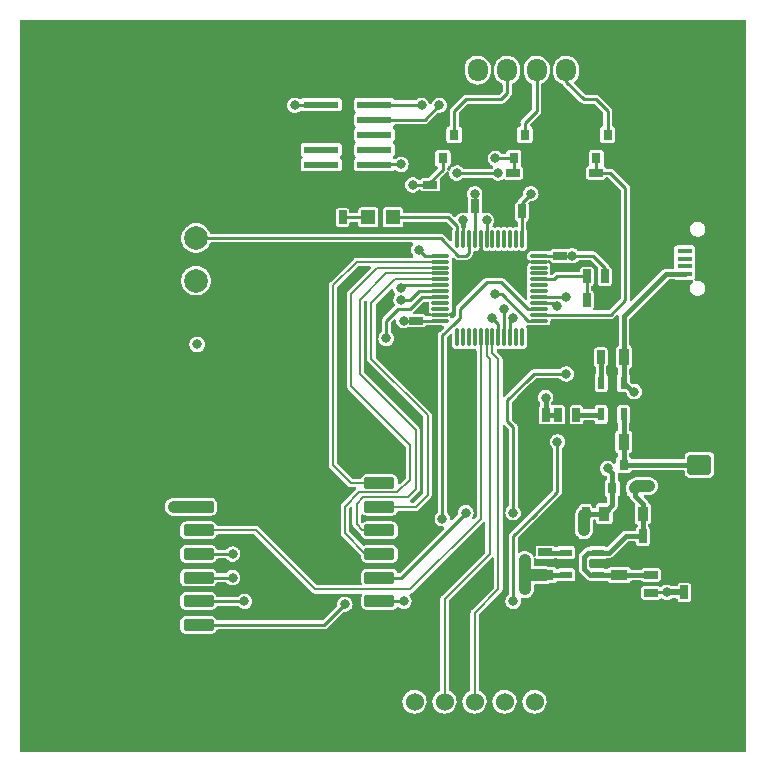
<source format=gtl>
G04 #@! TF.GenerationSoftware,KiCad,Pcbnew,6.0.2-378541a8eb~116~ubuntu20.04.1*
G04 #@! TF.CreationDate,2022-03-07T01:05:25+01:00*
G04 #@! TF.ProjectId,lora_sensor,6c6f7261-5f73-4656-9e73-6f722e6b6963,rev?*
G04 #@! TF.SameCoordinates,Original*
G04 #@! TF.FileFunction,Copper,L1,Top*
G04 #@! TF.FilePolarity,Positive*
%FSLAX46Y46*%
G04 Gerber Fmt 4.6, Leading zero omitted, Abs format (unit mm)*
G04 Created by KiCad (PCBNEW 6.0.2-378541a8eb~116~ubuntu20.04.1) date 2022-03-07 01:05:25*
%MOMM*%
%LPD*%
G01*
G04 APERTURE LIST*
G04 Aperture macros list*
%AMRoundRect*
0 Rectangle with rounded corners*
0 $1 Rounding radius*
0 $2 $3 $4 $5 $6 $7 $8 $9 X,Y pos of 4 corners*
0 Add a 4 corners polygon primitive as box body*
4,1,4,$2,$3,$4,$5,$6,$7,$8,$9,$2,$3,0*
0 Add four circle primitives for the rounded corners*
1,1,$1+$1,$2,$3*
1,1,$1+$1,$4,$5*
1,1,$1+$1,$6,$7*
1,1,$1+$1,$8,$9*
0 Add four rect primitives between the rounded corners*
20,1,$1+$1,$2,$3,$4,$5,0*
20,1,$1+$1,$4,$5,$6,$7,0*
20,1,$1+$1,$6,$7,$8,$9,0*
20,1,$1+$1,$8,$9,$2,$3,0*%
G04 Aperture macros list end*
G04 #@! TA.AperFunction,ComponentPad*
%ADD10C,5.000000*%
G04 #@! TD*
G04 #@! TA.AperFunction,SMDPad,CuDef*
%ADD11R,1.143000X0.635000*%
G04 #@! TD*
G04 #@! TA.AperFunction,SMDPad,CuDef*
%ADD12R,0.635000X1.143000*%
G04 #@! TD*
G04 #@! TA.AperFunction,SMDPad,CuDef*
%ADD13R,1.397000X0.889000*%
G04 #@! TD*
G04 #@! TA.AperFunction,SMDPad,CuDef*
%ADD14R,0.889000X1.397000*%
G04 #@! TD*
G04 #@! TA.AperFunction,SMDPad,CuDef*
%ADD15R,0.800000X0.900000*%
G04 #@! TD*
G04 #@! TA.AperFunction,ComponentPad*
%ADD16RoundRect,0.250000X0.600000X0.725000X-0.600000X0.725000X-0.600000X-0.725000X0.600000X-0.725000X0*%
G04 #@! TD*
G04 #@! TA.AperFunction,ComponentPad*
%ADD17O,1.700000X1.950000*%
G04 #@! TD*
G04 #@! TA.AperFunction,ComponentPad*
%ADD18R,1.524000X1.524000*%
G04 #@! TD*
G04 #@! TA.AperFunction,ComponentPad*
%ADD19C,1.524000*%
G04 #@! TD*
G04 #@! TA.AperFunction,ComponentPad*
%ADD20RoundRect,0.250000X0.750000X-0.600000X0.750000X0.600000X-0.750000X0.600000X-0.750000X-0.600000X0*%
G04 #@! TD*
G04 #@! TA.AperFunction,ComponentPad*
%ADD21O,2.000000X1.700000*%
G04 #@! TD*
G04 #@! TA.AperFunction,SMDPad,CuDef*
%ADD22R,0.910000X1.220000*%
G04 #@! TD*
G04 #@! TA.AperFunction,SMDPad,CuDef*
%ADD23R,1.300000X0.450000*%
G04 #@! TD*
G04 #@! TA.AperFunction,ComponentPad*
%ADD24C,2.000000*%
G04 #@! TD*
G04 #@! TA.AperFunction,ComponentPad*
%ADD25C,1.800000*%
G04 #@! TD*
G04 #@! TA.AperFunction,SMDPad,CuDef*
%ADD26R,3.000000X0.600000*%
G04 #@! TD*
G04 #@! TA.AperFunction,SMDPad,CuDef*
%ADD27R,1.198880X1.198880*%
G04 #@! TD*
G04 #@! TA.AperFunction,SMDPad,CuDef*
%ADD28R,1.100000X0.600000*%
G04 #@! TD*
G04 #@! TA.AperFunction,SMDPad,CuDef*
%ADD29R,0.600000X1.100000*%
G04 #@! TD*
G04 #@! TA.AperFunction,SMDPad,CuDef*
%ADD30RoundRect,0.250000X-1.050000X-0.250000X1.050000X-0.250000X1.050000X0.250000X-1.050000X0.250000X0*%
G04 #@! TD*
G04 #@! TA.AperFunction,SMDPad,CuDef*
%ADD31RoundRect,0.075000X-0.075000X0.662500X-0.075000X-0.662500X0.075000X-0.662500X0.075000X0.662500X0*%
G04 #@! TD*
G04 #@! TA.AperFunction,SMDPad,CuDef*
%ADD32RoundRect,0.075000X-0.662500X0.075000X-0.662500X-0.075000X0.662500X-0.075000X0.662500X0.075000X0*%
G04 #@! TD*
G04 #@! TA.AperFunction,ViaPad*
%ADD33C,0.800000*%
G04 #@! TD*
G04 #@! TA.AperFunction,Conductor*
%ADD34C,0.400000*%
G04 #@! TD*
G04 #@! TA.AperFunction,Conductor*
%ADD35C,0.250000*%
G04 #@! TD*
G04 #@! TA.AperFunction,Conductor*
%ADD36C,0.200000*%
G04 #@! TD*
G04 #@! TA.AperFunction,Conductor*
%ADD37C,0.500000*%
G04 #@! TD*
G04 #@! TA.AperFunction,Conductor*
%ADD38C,1.000000*%
G04 #@! TD*
G04 APERTURE END LIST*
D10*
G04 #@! TO.P,REF\u002A\u002A,1*
G04 #@! TO.N,GND*
X154000000Y-126500000D03*
G04 #@! TD*
G04 #@! TO.P,REF\u002A\u002A,1*
G04 #@! TO.N,GND*
X108000000Y-126500000D03*
G04 #@! TD*
G04 #@! TO.P,REF\u002A\u002A,1*
G04 #@! TO.N,GND*
X108000000Y-80000000D03*
G04 #@! TD*
D11*
G04 #@! TO.P,R112,1,1*
G04 #@! TO.N,/OUT1_D*
X149000000Y-85238000D03*
G04 #@! TO.P,R112,2,2*
G04 #@! TO.N,GND*
X149000000Y-86762000D03*
G04 #@! TD*
G04 #@! TO.P,R111,1,1*
G04 #@! TO.N,/OUT2_D*
X141999997Y-85237999D03*
G04 #@! TO.P,R111,2,2*
G04 #@! TO.N,GND*
X141999997Y-86761999D03*
G04 #@! TD*
G04 #@! TO.P,R110,1,1*
G04 #@! TO.N,/OUT3_D*
X135000000Y-86238000D03*
G04 #@! TO.P,R110,2,2*
G04 #@! TO.N,GND*
X135000000Y-87762000D03*
G04 #@! TD*
D12*
G04 #@! TO.P,R109,1,1*
G04 #@! TO.N,Net-(U106-Pad44)*
X148238000Y-96000000D03*
G04 #@! TO.P,R109,2,2*
G04 #@! TO.N,GND*
X149762000Y-96000000D03*
G04 #@! TD*
G04 #@! TO.P,R108,1,1*
G04 #@! TO.N,Net-(U106-Pad44)*
X148238000Y-94000000D03*
G04 #@! TO.P,R108,2,2*
G04 #@! TO.N,+3V3*
X149762000Y-94000000D03*
G04 #@! TD*
G04 #@! TO.P,R107,1,1*
G04 #@! TO.N,GND*
X158012000Y-120750000D03*
G04 #@! TO.P,R107,2,2*
G04 #@! TO.N,/BMON*
X156488000Y-120750000D03*
G04 #@! TD*
D11*
G04 #@! TO.P,R106,1,1*
G04 #@! TO.N,/BMON*
X153675000Y-120799000D03*
G04 #@! TO.P,R106,2,2*
G04 #@! TO.N,VCC*
X153675000Y-119275000D03*
G04 #@! TD*
D12*
G04 #@! TO.P,R105,1,1*
G04 #@! TO.N,GND*
X126037020Y-89000000D03*
G04 #@! TO.P,R105,2,2*
G04 #@! TO.N,Net-(D102-PadK)*
X127561020Y-89000000D03*
G04 #@! TD*
G04 #@! TO.P,R104,1,1*
G04 #@! TO.N,GND*
X143238000Y-105700000D03*
G04 #@! TO.P,R104,2,2*
G04 #@! TO.N,/BATV*
X144762000Y-105700000D03*
G04 #@! TD*
G04 #@! TO.P,R103,1,1*
G04 #@! TO.N,/BATV*
X145838000Y-105700000D03*
G04 #@! TO.P,R103,2,2*
G04 #@! TO.N,Net-(R103-Pad2)*
X147362000Y-105700000D03*
G04 #@! TD*
G04 #@! TO.P,R102,1,1*
G04 #@! TO.N,/5V*
X148137000Y-114075000D03*
G04 #@! TO.P,R102,2,2*
G04 #@! TO.N,GND*
X146613000Y-114075000D03*
G04 #@! TD*
G04 #@! TO.P,R101,1,1*
G04 #@! TO.N,GND*
X147911000Y-100838500D03*
G04 #@! TO.P,R101,2,2*
G04 #@! TO.N,Net-(R101-Pad2)*
X149435000Y-100838500D03*
G04 #@! TD*
G04 #@! TO.P,C114,1*
G04 #@! TO.N,GND*
X137238000Y-88000000D03*
G04 #@! TO.P,C114,2*
G04 #@! TO.N,+3V3*
X138762000Y-88000000D03*
G04 #@! TD*
D11*
G04 #@! TO.P,C113,1*
G04 #@! TO.N,GND*
X133750000Y-99262000D03*
G04 #@! TO.P,C113,2*
G04 #@! TO.N,+3V3*
X133750000Y-97738000D03*
G04 #@! TD*
G04 #@! TO.P,C112,1*
G04 #@! TO.N,GND*
X146000000Y-90738000D03*
G04 #@! TO.P,C112,2*
G04 #@! TO.N,+3V3*
X146000000Y-92262000D03*
G04 #@! TD*
D12*
G04 #@! TO.P,C111,1*
G04 #@! TO.N,GND*
X144262000Y-88500000D03*
G04 #@! TO.P,C111,2*
G04 #@! TO.N,+3V3*
X142738000Y-88500000D03*
G04 #@! TD*
D13*
G04 #@! TO.P,C106,1*
G04 #@! TO.N,GND*
X144725005Y-121202501D03*
G04 #@! TO.P,C106,2*
G04 #@! TO.N,+3V3*
X144725005Y-119297501D03*
G04 #@! TD*
D11*
G04 #@! TO.P,C105,1*
G04 #@! TO.N,GND*
X144724997Y-115838001D03*
G04 #@! TO.P,C105,2*
G04 #@! TO.N,Net-(C105-Pad2)*
X144724997Y-117362001D03*
G04 #@! TD*
D13*
G04 #@! TO.P,C104,1*
G04 #@! TO.N,GND*
X150986500Y-121175502D03*
G04 #@! TO.P,C104,2*
G04 #@! TO.N,VCC*
X150986500Y-119270502D03*
G04 #@! TD*
D12*
G04 #@! TO.P,C103,1*
G04 #@! TO.N,GND*
X154512000Y-115975000D03*
G04 #@! TO.P,C103,2*
G04 #@! TO.N,VCC*
X152988000Y-115975000D03*
G04 #@! TD*
D14*
G04 #@! TO.P,C102,1*
G04 #@! TO.N,GND*
X149447500Y-108000000D03*
G04 #@! TO.P,C102,2*
G04 #@! TO.N,Net-(C102-Pad2)*
X151352500Y-108000000D03*
G04 #@! TD*
G04 #@! TO.P,C101,1*
G04 #@! TO.N,GND*
X153298500Y-100827000D03*
G04 #@! TO.P,C101,2*
G04 #@! TO.N,/5V*
X151393500Y-100827000D03*
G04 #@! TD*
D15*
G04 #@! TO.P,Q104,1,G*
G04 #@! TO.N,/OUT1_D*
X149050000Y-84000000D03*
G04 #@! TO.P,Q104,2,S*
G04 #@! TO.N,GND*
X150950000Y-84000000D03*
G04 #@! TO.P,Q104,3,D*
G04 #@! TO.N,/OUT1*
X150000000Y-82000000D03*
G04 #@! TD*
G04 #@! TO.P,Q103,1,G*
G04 #@! TO.N,/OUT2_D*
X142050000Y-84000000D03*
G04 #@! TO.P,Q103,2,S*
G04 #@! TO.N,GND*
X143950000Y-84000000D03*
G04 #@! TO.P,Q103,3,D*
G04 #@! TO.N,/OUT2*
X143000000Y-82000000D03*
G04 #@! TD*
G04 #@! TO.P,Q102,1,G*
G04 #@! TO.N,/OUT3_D*
X136050000Y-84000000D03*
G04 #@! TO.P,Q102,2,S*
G04 #@! TO.N,GND*
X137950000Y-84000000D03*
G04 #@! TO.P,Q102,3,D*
G04 #@! TO.N,/OUT3*
X137000000Y-82000000D03*
G04 #@! TD*
D16*
G04 #@! TO.P,J105,1,Pin_1*
G04 #@! TO.N,GND*
X148999998Y-76525000D03*
D17*
G04 #@! TO.P,J105,2,Pin_2*
G04 #@! TO.N,/OUT1*
X146499998Y-76525000D03*
G04 #@! TO.P,J105,3,Pin_3*
G04 #@! TO.N,/OUT2*
X143999998Y-76525000D03*
G04 #@! TO.P,J105,4,Pin_4*
G04 #@! TO.N,/OUT3*
X141499998Y-76525000D03*
G04 #@! TO.P,J105,5,Pin_5*
G04 #@! TO.N,VCC*
X138999998Y-76525000D03*
G04 #@! TD*
D18*
G04 #@! TO.P,J103,1,Pin_1*
G04 #@! TO.N,GND*
X146350000Y-130000000D03*
D19*
G04 #@! TO.P,J103,2,Pin_2*
G04 #@! TO.N,/~{CTS}*
X143810000Y-130000000D03*
G04 #@! TO.P,J103,3,Pin_3*
G04 #@! TO.N,/5V*
X141270000Y-130000000D03*
G04 #@! TO.P,J103,4,Pin_4*
G04 #@! TO.N,/RX*
X138730000Y-130000000D03*
G04 #@! TO.P,J103,5,Pin_5*
G04 #@! TO.N,/TX*
X136190000Y-130000000D03*
G04 #@! TO.P,J103,6,Pin_6*
G04 #@! TO.N,/~{RTS}*
X133650000Y-130000000D03*
G04 #@! TD*
D20*
G04 #@! TO.P,J102,1,Pin_1*
G04 #@! TO.N,Net-(C102-Pad2)*
X157773001Y-109938500D03*
D21*
G04 #@! TO.P,J102,2,Pin_2*
G04 #@! TO.N,GND*
X157773001Y-107438500D03*
G04 #@! TD*
D22*
G04 #@! TO.P,D101,A,A*
G04 #@! TO.N,/5V*
X149715000Y-114075000D03*
G04 #@! TO.P,D101,K,K*
G04 #@! TO.N,VCC*
X152985000Y-114075000D03*
G04 #@! TD*
D23*
G04 #@! TO.P,J101,1,Vbus*
G04 #@! TO.N,/5V*
X156520000Y-93805000D03*
G04 #@! TO.P,J101,2,D-*
G04 #@! TO.N,/USBD_N*
X156520000Y-93155000D03*
G04 #@! TO.P,J101,3,D+*
G04 #@! TO.N,/USBD_P*
X156520000Y-92505000D03*
G04 #@! TO.P,J101,4,ID*
G04 #@! TO.N,unconnected-(J101-Pad4)*
X156520000Y-91855000D03*
G04 #@! TO.P,J101,5,GND*
G04 #@! TO.N,GND*
X156520000Y-91205000D03*
D24*
G04 #@! TO.P,J101,6,Shield*
X156570000Y-96230000D03*
D25*
X160370000Y-96380000D03*
D24*
X156570000Y-88780000D03*
D25*
X160370000Y-88630000D03*
G04 #@! TD*
D24*
G04 #@! TO.P,U105,1,Vdd*
G04 #@! TO.N,+3V3*
X115150000Y-94350000D03*
G04 #@! TO.P,U105,2,O*
G04 #@! TO.N,Net-(U106-Pad10)*
X115150000Y-90750000D03*
G04 #@! TO.P,U105,3,GND*
G04 #@! TO.N,GND*
X111550000Y-90750000D03*
G04 #@! TD*
D26*
G04 #@! TO.P,J104,1,VREF*
G04 #@! TO.N,+3V3*
X125750000Y-79460000D03*
G04 #@! TO.P,J104,2,TMS*
G04 #@! TO.N,/SWDIO*
X130250000Y-79460000D03*
G04 #@! TO.P,J104,3,GND*
G04 #@! TO.N,GND*
X125750000Y-80730000D03*
G04 #@! TO.P,J104,4,TCK*
G04 #@! TO.N,/SWCLK*
X130250000Y-80730000D03*
G04 #@! TO.P,J104,5,GND*
G04 #@! TO.N,GND*
X125750000Y-82000000D03*
G04 #@! TO.P,J104,6,TDO*
G04 #@! TO.N,/SWO*
X130250000Y-82000000D03*
G04 #@! TO.P,J104,7,KEY*
G04 #@! TO.N,unconnected-(J104-Pad7)*
X125750000Y-83270000D03*
G04 #@! TO.P,J104,8,TDI*
G04 #@! TO.N,unconnected-(J104-Pad8)*
X130250000Y-83270000D03*
G04 #@! TO.P,J104,9,DET*
G04 #@! TO.N,unconnected-(J104-Pad9)*
X125750000Y-84540000D03*
G04 #@! TO.P,J104,10,~{Reset}*
G04 #@! TO.N,/~{RST}*
X130250000Y-84540000D03*
G04 #@! TD*
D27*
G04 #@! TO.P,D102,A,A*
G04 #@! TO.N,Net-(U106-Pad12)*
X131848041Y-88999998D03*
G04 #@! TO.P,D102,K,K*
G04 #@! TO.N,Net-(D102-PadK)*
X129750001Y-88999998D03*
G04 #@! TD*
D28*
G04 #@! TO.P,U104,1,Vin*
G04 #@! TO.N,VCC*
X149150000Y-119275000D03*
G04 #@! TO.P,U104,2,GND*
G04 #@! TO.N,GND*
X149150000Y-118325000D03*
G04 #@! TO.P,U104,3,EN*
G04 #@! TO.N,VCC*
X149150000Y-117375000D03*
G04 #@! TO.P,U104,4,NR*
G04 #@! TO.N,Net-(C105-Pad2)*
X146450000Y-117375000D03*
G04 #@! TO.P,U104,5,Vout*
G04 #@! TO.N,+3V3*
X146450000Y-119275000D03*
G04 #@! TD*
D29*
G04 #@! TO.P,U101,1,STAT*
G04 #@! TO.N,Net-(R103-Pad2)*
X149448000Y-105688500D03*
G04 #@! TO.P,U101,2,Vss*
G04 #@! TO.N,GND*
X150398000Y-105688500D03*
G04 #@! TO.P,U101,3,Vbat*
G04 #@! TO.N,Net-(C102-Pad2)*
X151348000Y-105688500D03*
G04 #@! TO.P,U101,4,Vdd*
G04 #@! TO.N,/5V*
X151348000Y-102988500D03*
G04 #@! TO.P,U101,5,PROG*
G04 #@! TO.N,Net-(R101-Pad2)*
X149448000Y-102988500D03*
G04 #@! TD*
D30*
G04 #@! TO.P,U103,1,GND*
G04 #@! TO.N,GND*
X115367500Y-109492500D03*
G04 #@! TO.P,U103,2,GND*
X115367500Y-111492500D03*
G04 #@! TO.P,U103,3,3.3V*
G04 #@! TO.N,+3V3*
X115367500Y-113492500D03*
G04 #@! TO.P,U103,4,RESET*
G04 #@! TO.N,/RA_RST*
X115367500Y-115492500D03*
G04 #@! TO.P,U103,5,DIO0*
G04 #@! TO.N,/IO0*
X115367500Y-117492500D03*
G04 #@! TO.P,U103,6,DIO1*
G04 #@! TO.N,/IO1*
X115367500Y-119492500D03*
G04 #@! TO.P,U103,7,DIO2*
G04 #@! TO.N,/IO2*
X115367500Y-121492500D03*
G04 #@! TO.P,U103,8,DIO3*
G04 #@! TO.N,/IO3*
X115367500Y-123492500D03*
G04 #@! TO.P,U103,9,GND*
G04 #@! TO.N,GND*
X130667500Y-123492500D03*
G04 #@! TO.P,U103,10,DIO4*
G04 #@! TO.N,/DIO4*
X130667500Y-121492500D03*
G04 #@! TO.P,U103,11,DIO5*
G04 #@! TO.N,/DIO5*
X130667500Y-119492500D03*
G04 #@! TO.P,U103,12,SCK*
G04 #@! TO.N,/SCK*
X130667500Y-117492500D03*
G04 #@! TO.P,U103,13,MISO*
G04 #@! TO.N,/MISO*
X130667500Y-115492500D03*
G04 #@! TO.P,U103,14,MOSI*
G04 #@! TO.N,/MOSI*
X130667500Y-113492500D03*
G04 #@! TO.P,U103,15,NSS*
G04 #@! TO.N,/~{CS}*
X130667500Y-111492500D03*
G04 #@! TO.P,U103,16,GND*
G04 #@! TO.N,GND*
X130667500Y-109492500D03*
G04 #@! TD*
D31*
G04 #@! TO.P,U106,1,VBAT*
G04 #@! TO.N,+3V3*
X142750000Y-90837500D03*
G04 #@! TO.P,U106,2,PC13*
G04 #@! TO.N,unconnected-(U106-Pad2)*
X142250000Y-90837500D03*
G04 #@! TO.P,U106,3,PC14*
G04 #@! TO.N,unconnected-(U106-Pad3)*
X141750000Y-90837500D03*
G04 #@! TO.P,U106,4,PC15*
G04 #@! TO.N,unconnected-(U106-Pad4)*
X141250000Y-90837500D03*
G04 #@! TO.P,U106,5,PF0*
G04 #@! TO.N,unconnected-(U106-Pad5)*
X140750000Y-90837500D03*
G04 #@! TO.P,U106,6,PF1*
G04 #@! TO.N,unconnected-(U106-Pad6)*
X140250000Y-90837500D03*
G04 #@! TO.P,U106,7,NRST*
G04 #@! TO.N,/~{RST}*
X139750000Y-90837500D03*
G04 #@! TO.P,U106,8,VSSA*
G04 #@! TO.N,GND*
X139250000Y-90837500D03*
G04 #@! TO.P,U106,9,VDDA*
G04 #@! TO.N,+3V3*
X138750000Y-90837500D03*
G04 #@! TO.P,U106,10,PA0*
G04 #@! TO.N,Net-(U106-Pad10)*
X138250000Y-90837500D03*
G04 #@! TO.P,U106,11,PA1*
G04 #@! TO.N,/BATV*
X137750000Y-90837500D03*
G04 #@! TO.P,U106,12,PA2*
G04 #@! TO.N,Net-(U106-Pad12)*
X137250000Y-90837500D03*
D32*
G04 #@! TO.P,U106,13,PA3*
G04 #@! TO.N,/BMON*
X135837500Y-92250000D03*
G04 #@! TO.P,U106,14,PA4*
G04 #@! TO.N,/~{CS}*
X135837500Y-92750000D03*
G04 #@! TO.P,U106,15,PA5*
G04 #@! TO.N,/SCK*
X135837500Y-93250000D03*
G04 #@! TO.P,U106,16,PA6*
G04 #@! TO.N,/MISO*
X135837500Y-93750000D03*
G04 #@! TO.P,U106,17,PA7*
G04 #@! TO.N,/MOSI*
X135837500Y-94250000D03*
G04 #@! TO.P,U106,18,PB0*
G04 #@! TO.N,/IO0*
X135837500Y-94750000D03*
G04 #@! TO.P,U106,19,PB1*
G04 #@! TO.N,/IO1*
X135837500Y-95250000D03*
G04 #@! TO.P,U106,20,PB2*
G04 #@! TO.N,/IO2*
X135837500Y-95750000D03*
G04 #@! TO.P,U106,21,PB10*
G04 #@! TO.N,unconnected-(U106-Pad21)*
X135837500Y-96250000D03*
G04 #@! TO.P,U106,22,PB11*
G04 #@! TO.N,unconnected-(U106-Pad22)*
X135837500Y-96750000D03*
G04 #@! TO.P,U106,23,VSS*
G04 #@! TO.N,GND*
X135837500Y-97250000D03*
G04 #@! TO.P,U106,24,VDD*
G04 #@! TO.N,+3V3*
X135837500Y-97750000D03*
D31*
G04 #@! TO.P,U106,25,PB12*
G04 #@! TO.N,unconnected-(U106-Pad25)*
X137250000Y-99162500D03*
G04 #@! TO.P,U106,26,PB13*
G04 #@! TO.N,unconnected-(U106-Pad26)*
X137750000Y-99162500D03*
G04 #@! TO.P,U106,27,PB14*
G04 #@! TO.N,unconnected-(U106-Pad27)*
X138250000Y-99162500D03*
G04 #@! TO.P,U106,28,PB15*
G04 #@! TO.N,unconnected-(U106-Pad28)*
X138750000Y-99162500D03*
G04 #@! TO.P,U106,29,PA8*
G04 #@! TO.N,/RA_RST*
X139250000Y-99162500D03*
G04 #@! TO.P,U106,30,PA9*
G04 #@! TO.N,/TX*
X139750000Y-99162500D03*
G04 #@! TO.P,U106,31,PA10*
G04 #@! TO.N,/RX*
X140250000Y-99162500D03*
G04 #@! TO.P,U106,32,PA11*
G04 #@! TO.N,/OUT3_D*
X140750000Y-99162500D03*
G04 #@! TO.P,U106,33,PA12*
G04 #@! TO.N,/OUT2_D*
X141250000Y-99162500D03*
G04 #@! TO.P,U106,34,PA13*
G04 #@! TO.N,/SWDIO*
X141750000Y-99162500D03*
G04 #@! TO.P,U106,35,PF6*
G04 #@! TO.N,unconnected-(U106-Pad35)*
X142250000Y-99162500D03*
G04 #@! TO.P,U106,36,PF7*
G04 #@! TO.N,unconnected-(U106-Pad36)*
X142750000Y-99162500D03*
D32*
G04 #@! TO.P,U106,37,PA14*
G04 #@! TO.N,/SWCLK*
X144162500Y-97750000D03*
G04 #@! TO.P,U106,38,PA15*
G04 #@! TO.N,/OUT1_D*
X144162500Y-97250000D03*
G04 #@! TO.P,U106,39,PB3*
G04 #@! TO.N,/IO3*
X144162500Y-96750000D03*
G04 #@! TO.P,U106,40,PB4*
G04 #@! TO.N,/DIO4*
X144162500Y-96250000D03*
G04 #@! TO.P,U106,41,PB5*
G04 #@! TO.N,/DIO5*
X144162500Y-95750000D03*
G04 #@! TO.P,U106,42,PB6*
G04 #@! TO.N,unconnected-(U106-Pad42)*
X144162500Y-95250000D03*
G04 #@! TO.P,U106,43,PB7*
G04 #@! TO.N,unconnected-(U106-Pad43)*
X144162500Y-94750000D03*
G04 #@! TO.P,U106,44,BOOT0*
G04 #@! TO.N,Net-(U106-Pad44)*
X144162500Y-94250000D03*
G04 #@! TO.P,U106,45,PB8*
G04 #@! TO.N,unconnected-(U106-Pad45)*
X144162500Y-93750000D03*
G04 #@! TO.P,U106,46,PB9*
G04 #@! TO.N,unconnected-(U106-Pad46)*
X144162500Y-93250000D03*
G04 #@! TO.P,U106,47,VSS*
G04 #@! TO.N,GND*
X144162500Y-92750000D03*
G04 #@! TO.P,U106,48,VDD*
G04 #@! TO.N,+3V3*
X144162500Y-92250000D03*
G04 #@! TD*
D15*
G04 #@! TO.P,Q101,1,G*
G04 #@! TO.N,/5V*
X150398000Y-111938500D03*
G04 #@! TO.P,Q101,2,S*
G04 #@! TO.N,VCC*
X152298000Y-111938500D03*
G04 #@! TO.P,Q101,3,D*
G04 #@! TO.N,Net-(C102-Pad2)*
X151348000Y-109938500D03*
G04 #@! TD*
D33*
G04 #@! TO.N,GND*
X151750000Y-117750000D03*
X144250000Y-90500000D03*
X144250000Y-99750000D03*
X159250000Y-102250000D03*
X158750000Y-99750000D03*
X158750000Y-77500000D03*
X158750000Y-81500000D03*
X158000000Y-74250000D03*
X113000000Y-73500000D03*
X102500000Y-74000000D03*
X102250000Y-85000000D03*
X102750000Y-98750000D03*
X157000000Y-130750000D03*
X129250000Y-129250000D03*
X109500000Y-132000000D03*
X102500000Y-127000000D03*
X102500000Y-117750000D03*
X102750000Y-111000000D03*
X149250000Y-123500000D03*
X159000000Y-119000000D03*
X159250000Y-122500000D03*
X109500000Y-102000000D03*
X107250000Y-100500000D03*
X106000000Y-93500000D03*
X106750000Y-88250000D03*
X112250000Y-87250000D03*
X123500000Y-74000000D03*
X133000000Y-74000000D03*
X134000000Y-82750000D03*
X128250000Y-87000000D03*
X131000000Y-87000000D03*
X141750000Y-123750000D03*
X137500000Y-123750000D03*
X134000000Y-123750000D03*
X124500000Y-112750000D03*
X124500000Y-115250000D03*
X133500000Y-116250000D03*
X131750000Y-103750000D03*
X128750000Y-106000000D03*
X134250000Y-102750000D03*
X137750000Y-111750000D03*
X137750000Y-108500000D03*
X137750000Y-104750000D03*
X137750000Y-102250000D03*
G04 #@! TO.N,/IO2*
X131250000Y-99250000D03*
X119250000Y-121500000D03*
G04 #@! TO.N,/IO1*
X118250000Y-119500000D03*
X132512299Y-96012299D03*
G04 #@! TO.N,/IO0*
X118250000Y-117500000D03*
X132500000Y-95000000D03*
G04 #@! TO.N,/IO3*
X127750000Y-121750000D03*
X136000000Y-114500000D03*
G04 #@! TO.N,/OUT3_D*
X133500000Y-86250000D03*
X140250000Y-97500000D03*
G04 #@! TO.N,GND*
X159000000Y-120750000D03*
X128500000Y-109500000D03*
X133750000Y-100250000D03*
G04 #@! TO.N,/DIO4*
X142000000Y-121500000D03*
X145750000Y-96500000D03*
X145750000Y-108000000D03*
X132750000Y-121500000D03*
G04 #@! TO.N,/DIO5*
X138000000Y-114000000D03*
X146500000Y-102250000D03*
X142000000Y-114000000D03*
X146500000Y-95750000D03*
G04 #@! TO.N,/~{RST}*
X132500000Y-84500000D03*
X139750000Y-89250000D03*
G04 #@! TO.N,GND*
X139250000Y-92750000D03*
G04 #@! TO.N,/SWCLK*
X140500000Y-95500000D03*
X135750000Y-79500000D03*
G04 #@! TO.N,/OUT2_D*
X140500000Y-84000000D03*
X141250000Y-96750000D03*
G04 #@! TO.N,/SWDIO*
X142000000Y-97500000D03*
X134250000Y-79500000D03*
X140750000Y-85250000D03*
X137250000Y-85250000D03*
G04 #@! TO.N,+3V3*
X113250000Y-113500000D03*
G04 #@! TO.N,/5V*
X152250000Y-103750000D03*
X150000000Y-110250000D03*
G04 #@! TO.N,GND*
X155500000Y-100750000D03*
X148000000Y-99500000D03*
X128500000Y-123500000D03*
X117500000Y-111500000D03*
X117500000Y-109500000D03*
X117750000Y-98500000D03*
X117750000Y-97000000D03*
X123500000Y-80750000D03*
X123500000Y-82000000D03*
X126000000Y-87750000D03*
X137250000Y-86750000D03*
X140750000Y-86750000D03*
X139000000Y-84000000D03*
X145000000Y-84000000D03*
X152000000Y-84000000D03*
X149000000Y-87750000D03*
X146000000Y-89750000D03*
X145250000Y-88500000D03*
X150750000Y-95500000D03*
X142500000Y-105750000D03*
X150500000Y-104500000D03*
X148500000Y-108000000D03*
X145750000Y-114000000D03*
X144750000Y-115000000D03*
X155750000Y-116000000D03*
X151000000Y-122250000D03*
X144750000Y-122500000D03*
G04 #@! TO.N,+3V3*
X115250000Y-99750000D03*
G04 #@! TO.N,/BMON*
X155000000Y-120750000D03*
X134000000Y-91750000D03*
G04 #@! TO.N,/BATV*
X137762299Y-89237701D03*
X144750000Y-104250000D03*
G04 #@! TO.N,GND*
X155250000Y-91250000D03*
G04 #@! TO.N,+3V3*
X147000000Y-92250000D03*
X143500000Y-87000000D03*
X132750000Y-97750000D03*
X138750000Y-87000000D03*
X123500000Y-79500000D03*
X143000000Y-120500000D03*
X143000000Y-118000000D03*
X143000000Y-119250000D03*
G04 #@! TO.N,/5V*
X148000000Y-115500000D03*
G04 #@! TO.N,VCC*
X153500000Y-111750000D03*
G04 #@! TD*
D34*
G04 #@! TO.N,VCC*
X149150000Y-119275000D02*
X148525000Y-119275000D01*
X148000000Y-117750000D02*
X148375000Y-117375000D01*
X148525000Y-119275000D02*
X148000000Y-118750000D01*
X148000000Y-118750000D02*
X148000000Y-117750000D01*
X148375000Y-117375000D02*
X149150000Y-117375000D01*
D35*
G04 #@! TO.N,/IO2*
X132250000Y-96750000D02*
X131250000Y-97750000D01*
X132500000Y-96750000D02*
X132250000Y-96750000D01*
X131250000Y-97750000D02*
X131250000Y-99250000D01*
X115375000Y-121500000D02*
X115367500Y-121492500D01*
X133500000Y-96500000D02*
X133250000Y-96750000D01*
X134250000Y-95750000D02*
X133500000Y-96500000D01*
X133250000Y-96750000D02*
X132500000Y-96750000D01*
X119250000Y-121500000D02*
X115375000Y-121500000D01*
X135837500Y-95750000D02*
X134250000Y-95750000D01*
G04 #@! TO.N,/IO1*
X115367500Y-119492500D02*
X118242500Y-119492500D01*
X118242500Y-119492500D02*
X118250000Y-119500000D01*
X133237701Y-96012299D02*
X134000000Y-95250000D01*
X132512299Y-96012299D02*
X133237701Y-96012299D01*
X134000000Y-95250000D02*
X135837500Y-95250000D01*
G04 #@! TO.N,/IO0*
X118250000Y-117500000D02*
X115375000Y-117500000D01*
X135837500Y-94750000D02*
X132750000Y-94750000D01*
X132750000Y-94750000D02*
X132500000Y-95000000D01*
X115375000Y-117500000D02*
X115367500Y-117492500D01*
D36*
G04 #@! TO.N,/MOSI*
X130667500Y-113492500D02*
X133757500Y-113492500D01*
X133757500Y-113492500D02*
X134750000Y-112500000D01*
X134750000Y-112500000D02*
X134750000Y-105750000D01*
X134750000Y-105750000D02*
X130000000Y-101000000D01*
X130000000Y-101000000D02*
X130000000Y-96250000D01*
X130000000Y-96250000D02*
X132000000Y-94250000D01*
X132000000Y-94250000D02*
X135837500Y-94250000D01*
G04 #@! TO.N,/MISO*
X130667500Y-115492500D02*
X129242500Y-115492500D01*
X133750000Y-112000000D02*
X133750000Y-107000000D01*
X129000000Y-96000000D02*
X131250000Y-93750000D01*
X129242500Y-115492500D02*
X128750000Y-115000000D01*
X128750000Y-115000000D02*
X128750000Y-113250000D01*
X128750000Y-113250000D02*
X129307020Y-112692980D01*
X129307020Y-112692980D02*
X133057020Y-112692980D01*
X133057020Y-112692980D02*
X133750000Y-112000000D01*
X133750000Y-107000000D02*
X129000000Y-102250000D01*
X129000000Y-102250000D02*
X129000000Y-96000000D01*
X131250000Y-93750000D02*
X135837500Y-93750000D01*
D35*
G04 #@! TO.N,/IO3*
X126007500Y-123492500D02*
X127750000Y-121750000D01*
X115367500Y-123492500D02*
X126007500Y-123492500D01*
X136000000Y-100000000D02*
X136000000Y-114500000D01*
X137000000Y-98000000D02*
X136000000Y-99000000D01*
X137500000Y-97500000D02*
X137000000Y-98000000D01*
X136000000Y-99000000D02*
X136000000Y-100000000D01*
X137500000Y-96750000D02*
X137500000Y-97500000D01*
X139750000Y-94500000D02*
X137750000Y-96500000D01*
X142000000Y-95500000D02*
X141000000Y-94500000D01*
X144162500Y-96750000D02*
X143250000Y-96750000D01*
X143250000Y-96750000D02*
X142000000Y-95500000D01*
X141000000Y-94500000D02*
X139750000Y-94500000D01*
X137750000Y-96500000D02*
X137500000Y-96750000D01*
G04 #@! TO.N,/SWCLK*
X140500000Y-95500000D02*
X141024614Y-95500000D01*
X141024614Y-95500000D02*
X143274614Y-97750000D01*
X143274614Y-97750000D02*
X144162500Y-97750000D01*
G04 #@! TO.N,/OUT3_D*
X133500000Y-86250000D02*
X134988000Y-86250000D01*
X134988000Y-86250000D02*
X135000000Y-86238000D01*
X140750000Y-98000000D02*
X140250000Y-97500000D01*
X140750000Y-99162500D02*
X140750000Y-98000000D01*
G04 #@! TO.N,/OUT2_D*
X141250000Y-96750000D02*
X141250000Y-99162500D01*
G04 #@! TO.N,/SWDIO*
X142000000Y-97500000D02*
X141750000Y-97750000D01*
X141750000Y-97750000D02*
X141750000Y-99162500D01*
D36*
G04 #@! TO.N,/RX*
X138730000Y-130000000D02*
X138730000Y-122520000D01*
X138730000Y-122520000D02*
X140750000Y-120500000D01*
X140750000Y-100999511D02*
X140250000Y-100499511D01*
X140750000Y-120500000D02*
X140750000Y-100999511D01*
X140250000Y-100499511D02*
X140250000Y-99162500D01*
D37*
G04 #@! TO.N,GND*
X158012000Y-120750000D02*
X159000000Y-120750000D01*
G04 #@! TO.N,/BMON*
X156488000Y-120750000D02*
X155000000Y-120750000D01*
G04 #@! TO.N,GND*
X128507500Y-109492500D02*
X128500000Y-109500000D01*
X130667500Y-109492500D02*
X128507500Y-109492500D01*
D38*
X133750000Y-99262000D02*
X133750000Y-100250000D01*
D35*
G04 #@! TO.N,/DIO4*
X142000000Y-116000000D02*
X142000000Y-121500000D01*
X145500000Y-96250000D02*
X145750000Y-96500000D01*
X144162500Y-96250000D02*
X145500000Y-96250000D01*
X143750000Y-114250000D02*
X142000000Y-116000000D01*
X145750000Y-108000000D02*
X145750000Y-112250000D01*
X145750000Y-112250000D02*
X143750000Y-114250000D01*
X132750000Y-121500000D02*
X130675000Y-121500000D01*
X130675000Y-121500000D02*
X130667500Y-121492500D01*
G04 #@! TO.N,/DIO5*
X141500000Y-106250000D02*
X141500000Y-105000000D01*
X143750000Y-102250000D02*
X146500000Y-102250000D01*
X132507500Y-119492500D02*
X138000000Y-114000000D01*
X142000000Y-114000000D02*
X142000000Y-107000000D01*
X130667500Y-119492500D02*
X132507500Y-119492500D01*
X141500000Y-104500000D02*
X143250000Y-102750000D01*
X143250000Y-102750000D02*
X143750000Y-102250000D01*
X142000000Y-107000000D02*
X142000000Y-106750000D01*
X142000000Y-106750000D02*
X141500000Y-106250000D01*
X141500000Y-105000000D02*
X141500000Y-104500000D01*
X146500000Y-95750000D02*
X144162500Y-95750000D01*
G04 #@! TO.N,/~{RST}*
X139750000Y-90837500D02*
X139750000Y-89250000D01*
X130290000Y-84500000D02*
X130250000Y-84540000D01*
X132500000Y-84500000D02*
X130290000Y-84500000D01*
G04 #@! TO.N,GND*
X139250000Y-90837500D02*
X139250000Y-92750000D01*
G04 #@! TO.N,/SWCLK*
X130250000Y-80730000D02*
X134520000Y-80730000D01*
X134520000Y-80730000D02*
X135750000Y-79500000D01*
G04 #@! TO.N,/SWDIO*
X134250000Y-79500000D02*
X134210000Y-79460000D01*
X134210000Y-79460000D02*
X130250000Y-79460000D01*
G04 #@! TO.N,/OUT2_D*
X140500000Y-84000000D02*
X142050000Y-84000000D01*
G04 #@! TO.N,/SWDIO*
X137250000Y-85250000D02*
X140750000Y-85250000D01*
D38*
G04 #@! TO.N,+3V3*
X113257500Y-113492500D02*
X113250000Y-113500000D01*
X115367500Y-113492500D02*
X113257500Y-113492500D01*
D34*
G04 #@! TO.N,/5V*
X150398000Y-111938500D02*
X150398000Y-110648000D01*
X150398000Y-110648000D02*
X150000000Y-110250000D01*
X152250000Y-103750000D02*
X152109500Y-103750000D01*
X152109500Y-103750000D02*
X151348000Y-102988500D01*
D37*
G04 #@! TO.N,GND*
X155423000Y-100827000D02*
X155500000Y-100750000D01*
X153298500Y-100827000D02*
X155423000Y-100827000D01*
X147911000Y-99589000D02*
X148000000Y-99500000D01*
X147911000Y-100838500D02*
X147911000Y-99589000D01*
X128507500Y-123492500D02*
X128500000Y-123500000D01*
X130667500Y-123492500D02*
X128507500Y-123492500D01*
X117492500Y-111492500D02*
X117500000Y-111500000D01*
X115367500Y-111492500D02*
X117492500Y-111492500D01*
X117492500Y-109492500D02*
X117500000Y-109500000D01*
X115367500Y-109492500D02*
X117492500Y-109492500D01*
X123500000Y-82000000D02*
X125750000Y-82000000D01*
X123520000Y-80730000D02*
X123500000Y-80750000D01*
X125750000Y-80730000D02*
X123520000Y-80730000D01*
X126037020Y-87787020D02*
X126000000Y-87750000D01*
X126037020Y-89000000D02*
X126037020Y-87787020D01*
X137238000Y-86762000D02*
X137250000Y-86750000D01*
X137238000Y-88000000D02*
X137238000Y-86762000D01*
X140761999Y-86761999D02*
X140750000Y-86750000D01*
X141999997Y-86761999D02*
X140761999Y-86761999D01*
X137950000Y-84000000D02*
X139000000Y-84000000D01*
X143950000Y-84000000D02*
X145000000Y-84000000D01*
X150950000Y-84000000D02*
X152000000Y-84000000D01*
X149000000Y-86762000D02*
X149000000Y-87750000D01*
X146000000Y-90738000D02*
X146000000Y-89750000D01*
X144262000Y-88500000D02*
X145250000Y-88500000D01*
X150250000Y-96000000D02*
X150750000Y-95500000D01*
X149762000Y-96000000D02*
X150250000Y-96000000D01*
X142550000Y-105700000D02*
X142500000Y-105750000D01*
X143238000Y-105700000D02*
X142550000Y-105700000D01*
X150398000Y-104602000D02*
X150500000Y-104500000D01*
X150398000Y-105688500D02*
X150398000Y-104602000D01*
X149447500Y-108000000D02*
X148500000Y-108000000D01*
X145825000Y-114075000D02*
X145750000Y-114000000D01*
X146613000Y-114075000D02*
X145825000Y-114075000D01*
X144724997Y-115025003D02*
X144750000Y-115000000D01*
X144724997Y-115838001D02*
X144724997Y-115025003D01*
X155725000Y-115975000D02*
X155750000Y-116000000D01*
X154512000Y-115975000D02*
X155725000Y-115975000D01*
X150986500Y-122236500D02*
X151000000Y-122250000D01*
X150986500Y-121175502D02*
X150986500Y-122236500D01*
X144725005Y-122475005D02*
X144750000Y-122500000D01*
X144725005Y-121202501D02*
X144725005Y-122475005D01*
D35*
G04 #@! TO.N,/BMON*
X134500000Y-92250000D02*
X134000000Y-91750000D01*
X135837500Y-92250000D02*
X134500000Y-92250000D01*
X153724000Y-120750000D02*
X153675000Y-120799000D01*
X155000000Y-120750000D02*
X153724000Y-120750000D01*
G04 #@! TO.N,/BATV*
X137750000Y-90837500D02*
X137750000Y-89774520D01*
X137750000Y-89774520D02*
X137774520Y-89750000D01*
D34*
X137762299Y-89237701D02*
X137774520Y-89249922D01*
X144762000Y-105700000D02*
X144762000Y-104262000D01*
X144762000Y-104262000D02*
X144750000Y-104250000D01*
X137774520Y-89249922D02*
X137774520Y-89750000D01*
D35*
G04 #@! TO.N,GND*
X155295000Y-91205000D02*
X155250000Y-91250000D01*
X156520000Y-91205000D02*
X155295000Y-91205000D01*
G04 #@! TO.N,/OUT1_D*
X151500000Y-96000000D02*
X151500000Y-86500000D01*
X144162500Y-97250000D02*
X150250000Y-97250000D01*
X150250000Y-97250000D02*
X151500000Y-96000000D01*
X151500000Y-86500000D02*
X150238000Y-85238000D01*
X150238000Y-85238000D02*
X149000000Y-85238000D01*
G04 #@! TO.N,+3V3*
X149762000Y-94000000D02*
X149762000Y-93262000D01*
X149762000Y-93262000D02*
X148750000Y-92250000D01*
X148750000Y-92250000D02*
X147000000Y-92250000D01*
X146988000Y-92262000D02*
X147000000Y-92250000D01*
X146000000Y-92262000D02*
X146988000Y-92262000D01*
X144162500Y-92250000D02*
X145988000Y-92250000D01*
X145988000Y-92250000D02*
X146000000Y-92262000D01*
X142738000Y-87762000D02*
X143500000Y-87000000D01*
X142738000Y-88500000D02*
X142738000Y-87762000D01*
X142750000Y-90837500D02*
X142750000Y-88512000D01*
X142750000Y-88512000D02*
X142738000Y-88500000D01*
X132762000Y-97738000D02*
X132750000Y-97750000D01*
X133750000Y-97738000D02*
X132762000Y-97738000D01*
X135837500Y-97750000D02*
X133762000Y-97750000D01*
X133762000Y-97750000D02*
X133750000Y-97738000D01*
X138762000Y-87012000D02*
X138750000Y-87000000D01*
X138762000Y-88000000D02*
X138762000Y-87012000D01*
X138762000Y-88000000D02*
X138762000Y-90825500D01*
X138762000Y-90825500D02*
X138750000Y-90837500D01*
X123540000Y-79460000D02*
X123500000Y-79500000D01*
X125750000Y-79460000D02*
X123540000Y-79460000D01*
D38*
X143000000Y-119250000D02*
X143000000Y-120500000D01*
X143000000Y-119250000D02*
X143000000Y-118000000D01*
X143047501Y-119297501D02*
X143000000Y-119250000D01*
X144725005Y-119297501D02*
X143047501Y-119297501D01*
G04 #@! TO.N,/5V*
X148000000Y-114212000D02*
X148137000Y-114075000D01*
X148000000Y-115500000D02*
X148000000Y-114212000D01*
D36*
G04 #@! TO.N,/TX*
X139750000Y-99162500D02*
X139750000Y-100750000D01*
X140000000Y-101000000D02*
X140000000Y-117500000D01*
X139750000Y-100750000D02*
X140000000Y-101000000D01*
X140000000Y-117500000D02*
X136190000Y-121310000D01*
X136190000Y-121310000D02*
X136190000Y-130000000D01*
G04 #@! TO.N,/SCK*
X130667500Y-117492500D02*
X129492500Y-117492500D01*
X129492500Y-117492500D02*
X127750000Y-115750000D01*
X127750000Y-115750000D02*
X127750000Y-113500000D01*
X133250000Y-108250000D02*
X128250000Y-103250000D01*
X128250000Y-103250000D02*
X128250000Y-95500000D01*
X130500000Y-93250000D02*
X135837500Y-93250000D01*
X127750000Y-113500000D02*
X128957980Y-112292020D01*
X128957980Y-112292020D02*
X132207980Y-112292020D01*
X132207980Y-112292020D02*
X133250000Y-111250000D01*
X133250000Y-111250000D02*
X133250000Y-108250000D01*
X128250000Y-95500000D02*
X130500000Y-93250000D01*
G04 #@! TO.N,/RA_RST*
X115367500Y-115492500D02*
X120242500Y-115492500D01*
X120242500Y-115492500D02*
X125250000Y-120500000D01*
X125250000Y-120500000D02*
X133250000Y-120500000D01*
X133250000Y-120500000D02*
X139250000Y-114500000D01*
X139250000Y-114500000D02*
X139250000Y-99162500D01*
G04 #@! TO.N,/~{CS}*
X130667500Y-111492500D02*
X128257500Y-111492500D01*
X128257500Y-111492500D02*
X126750000Y-109985000D01*
X126750000Y-109985000D02*
X126750000Y-94750000D01*
X126750000Y-94750000D02*
X128750000Y-92750000D01*
X128750000Y-92750000D02*
X135837500Y-92750000D01*
D38*
G04 #@! TO.N,VCC*
X152486500Y-111750000D02*
X152298000Y-111938500D01*
X153500000Y-111750000D02*
X152486500Y-111750000D01*
D34*
X152985000Y-114075000D02*
X152985000Y-115972000D01*
X152985000Y-115972000D02*
X152988000Y-115975000D01*
G04 #@! TO.N,Net-(R101-Pad2)*
X149435000Y-100838500D02*
X149435000Y-102975500D01*
X149435000Y-102975500D02*
X149448000Y-102988500D01*
G04 #@! TO.N,/5V*
X150398000Y-111938500D02*
X150398000Y-113392000D01*
X150398000Y-113392000D02*
X149715000Y-114075000D01*
X148137000Y-114075000D02*
X149715000Y-114075000D01*
G04 #@! TO.N,+3V3*
X146450000Y-119275000D02*
X144747506Y-119275000D01*
X144747506Y-119275000D02*
X144725005Y-119297501D01*
G04 #@! TO.N,Net-(C105-Pad2)*
X146450000Y-117375000D02*
X144737996Y-117375000D01*
X144737996Y-117375000D02*
X144724997Y-117362001D01*
G04 #@! TO.N,VCC*
X149150000Y-119275000D02*
X150982002Y-119275000D01*
X150982002Y-119275000D02*
X150986500Y-119270502D01*
X152988000Y-115975000D02*
X151525000Y-115975000D01*
X151525000Y-115975000D02*
X150125000Y-117375000D01*
X150125000Y-117375000D02*
X149150000Y-117375000D01*
X153675000Y-119275000D02*
X150990998Y-119275000D01*
X150990998Y-119275000D02*
X150986500Y-119270502D01*
G04 #@! TO.N,/BATV*
X144762000Y-105700000D02*
X145838000Y-105700000D01*
G04 #@! TO.N,Net-(R103-Pad2)*
X147362000Y-105700000D02*
X149436500Y-105700000D01*
X149436500Y-105700000D02*
X149448000Y-105688500D01*
G04 #@! TO.N,Net-(C102-Pad2)*
X157773001Y-109938500D02*
X151348000Y-109938500D01*
G04 #@! TO.N,VCC*
X152298000Y-112548000D02*
X153000000Y-113250000D01*
X153000000Y-113250000D02*
X153000000Y-114060000D01*
X152298000Y-111938500D02*
X152298000Y-112548000D01*
X153000000Y-114060000D02*
X152985000Y-114075000D01*
G04 #@! TO.N,Net-(C102-Pad2)*
X151348000Y-109938500D02*
X151348000Y-108004500D01*
X151348000Y-108004500D02*
X151352500Y-108000000D01*
X151348000Y-105688500D02*
X151348000Y-107995500D01*
X151348000Y-107995500D02*
X151352500Y-108000000D01*
G04 #@! TO.N,/5V*
X151348000Y-102988500D02*
X151348000Y-100872500D01*
X151348000Y-100872500D02*
X151393500Y-100827000D01*
X156520000Y-93805000D02*
X154945000Y-93805000D01*
X154945000Y-93805000D02*
X151393500Y-97356500D01*
X151393500Y-97356500D02*
X151393500Y-100827000D01*
D35*
G04 #@! TO.N,Net-(D102-PadK)*
X129750001Y-88999998D02*
X127561022Y-88999998D01*
X127561022Y-88999998D02*
X127561020Y-89000000D01*
G04 #@! TO.N,Net-(U106-Pad12)*
X131848041Y-88999998D02*
X136499998Y-88999998D01*
X136499998Y-88999998D02*
X137250000Y-89750000D01*
X137250000Y-89750000D02*
X137250000Y-90837500D01*
G04 #@! TO.N,Net-(U106-Pad44)*
X148238000Y-96000000D02*
X148238000Y-94000000D01*
X148238000Y-94000000D02*
X145750000Y-94000000D01*
X145750000Y-94000000D02*
X145500000Y-94250000D01*
X145500000Y-94250000D02*
X144162500Y-94250000D01*
G04 #@! TO.N,Net-(U106-Pad10)*
X115150000Y-90750000D02*
X135859994Y-90750000D01*
X135859994Y-90750000D02*
X137359994Y-92250000D01*
X137359994Y-92250000D02*
X138000000Y-92250000D01*
X138000000Y-92250000D02*
X138250000Y-92000000D01*
X138250000Y-92000000D02*
X138250000Y-90837500D01*
G04 #@! TO.N,/OUT3_D*
X136050000Y-84950000D02*
X135000000Y-86000000D01*
X136050000Y-84000000D02*
X136050000Y-84950000D01*
X135000000Y-86000000D02*
X135000000Y-86238000D01*
G04 #@! TO.N,/OUT1_D*
X149050000Y-84000000D02*
X149050000Y-85188000D01*
X149050000Y-85188000D02*
X149000000Y-85238000D01*
G04 #@! TO.N,/OUT2_D*
X142050000Y-84000000D02*
X142050000Y-85187996D01*
X142050000Y-85187996D02*
X141999997Y-85237999D01*
G04 #@! TO.N,/OUT3*
X138000000Y-79000000D02*
X137000000Y-80000000D01*
X141499998Y-78500002D02*
X141000000Y-79000000D01*
X141499998Y-76525000D02*
X141499998Y-78500002D01*
X141000000Y-79000000D02*
X138000000Y-79000000D01*
X137000000Y-80000000D02*
X137000000Y-82000000D01*
G04 #@! TO.N,/OUT1*
X146499998Y-77499998D02*
X148000000Y-79000000D01*
X149000000Y-79000000D02*
X150000000Y-80000000D01*
X146499998Y-76525000D02*
X146499998Y-77499998D01*
X148000000Y-79000000D02*
X149000000Y-79000000D01*
X150000000Y-80000000D02*
X150000000Y-82000000D01*
G04 #@! TO.N,/OUT2*
X143999998Y-76525000D02*
X143999998Y-80000002D01*
X143999998Y-80000002D02*
X143000000Y-81000000D01*
X143000000Y-81000000D02*
X143000000Y-82000000D01*
G04 #@! TD*
G04 #@! TA.AperFunction,Conductor*
G04 #@! TO.N,GND*
G36*
X161693039Y-72269685D02*
G01*
X161738794Y-72322489D01*
X161750000Y-72374000D01*
X161750000Y-134151000D01*
X161730315Y-134218039D01*
X161677511Y-134263794D01*
X161626000Y-134275000D01*
X100349000Y-134275000D01*
X100281961Y-134255315D01*
X100236206Y-134202511D01*
X100225000Y-134151000D01*
X100225000Y-129985795D01*
X132632700Y-129985795D01*
X132649315Y-130183660D01*
X132704046Y-130374530D01*
X132794808Y-130551133D01*
X132918144Y-130706745D01*
X133069357Y-130835436D01*
X133074653Y-130838396D01*
X133074656Y-130838398D01*
X133104865Y-130855281D01*
X133242685Y-130932307D01*
X133431528Y-130993665D01*
X133437549Y-130994383D01*
X133504839Y-131002407D01*
X133628693Y-131017176D01*
X133634736Y-131016711D01*
X133634738Y-131016711D01*
X133820631Y-131002407D01*
X133820635Y-131002406D01*
X133826669Y-131001942D01*
X133832501Y-131000314D01*
X133832505Y-131000313D01*
X134012075Y-130950176D01*
X134012077Y-130950175D01*
X134017916Y-130948545D01*
X134195150Y-130859018D01*
X134199929Y-130855284D01*
X134199934Y-130855281D01*
X134346838Y-130740507D01*
X134346841Y-130740504D01*
X134351618Y-130736772D01*
X134481362Y-130586462D01*
X134579440Y-130413813D01*
X134642116Y-130225403D01*
X134647390Y-130183660D01*
X134666567Y-130031852D01*
X134666567Y-130031848D01*
X134667002Y-130028407D01*
X134667399Y-130000000D01*
X134648023Y-129802386D01*
X134590632Y-129612299D01*
X134497413Y-129436980D01*
X134371917Y-129283106D01*
X134218922Y-129156538D01*
X134044258Y-129062097D01*
X134035853Y-129059495D01*
X133860368Y-129005174D01*
X133860369Y-129005174D01*
X133854576Y-129003381D01*
X133657103Y-128982626D01*
X133651070Y-128983175D01*
X133651066Y-128983175D01*
X133531218Y-128994082D01*
X133459358Y-129000622D01*
X133453546Y-129002333D01*
X133453544Y-129002333D01*
X133378591Y-129024393D01*
X133268876Y-129056684D01*
X133092910Y-129148677D01*
X132938163Y-129273096D01*
X132810530Y-129425203D01*
X132714873Y-129599204D01*
X132654834Y-129788471D01*
X132632700Y-129985795D01*
X100225000Y-129985795D01*
X100225000Y-123195123D01*
X113817000Y-123195123D01*
X113817001Y-123789876D01*
X113823649Y-123851080D01*
X113873974Y-123985324D01*
X113959954Y-124100046D01*
X113967019Y-124105341D01*
X114067609Y-124180730D01*
X114067611Y-124180731D01*
X114074676Y-124186026D01*
X114208920Y-124236351D01*
X114270123Y-124243000D01*
X115367336Y-124243000D01*
X116464876Y-124242999D01*
X116526080Y-124236351D01*
X116660324Y-124186026D01*
X116667389Y-124180731D01*
X116667391Y-124180730D01*
X116767981Y-124105341D01*
X116775046Y-124100046D01*
X116861026Y-123985324D01*
X116864126Y-123977055D01*
X116864128Y-123977051D01*
X116874842Y-123948472D01*
X116916807Y-123892609D01*
X116982312Y-123868301D01*
X116990951Y-123868000D01*
X125954216Y-123868000D01*
X125978151Y-123870547D01*
X125979552Y-123870613D01*
X125989566Y-123872769D01*
X125999739Y-123871565D01*
X126022602Y-123868859D01*
X126028484Y-123868512D01*
X126028477Y-123868422D01*
X126033582Y-123868000D01*
X126038693Y-123868000D01*
X126057553Y-123864861D01*
X126063332Y-123864039D01*
X126103532Y-123859281D01*
X126103534Y-123859280D01*
X126113710Y-123858076D01*
X126121877Y-123854154D01*
X126130813Y-123852667D01*
X126175458Y-123828577D01*
X126180663Y-123825925D01*
X126219367Y-123807340D01*
X126219366Y-123807340D01*
X126226400Y-123803963D01*
X126230631Y-123800406D01*
X126232517Y-123798520D01*
X126234447Y-123796749D01*
X126234500Y-123796721D01*
X126234617Y-123796848D01*
X126235174Y-123796357D01*
X126240829Y-123793306D01*
X126277053Y-123754119D01*
X126280428Y-123750609D01*
X127595146Y-122435891D01*
X127656469Y-122402406D01*
X127684772Y-122399587D01*
X127752218Y-122400647D01*
X127811025Y-122401571D01*
X127811028Y-122401571D01*
X127818495Y-122401688D01*
X127825776Y-122400020D01*
X127825780Y-122400020D01*
X127964681Y-122368207D01*
X127971968Y-122366538D01*
X128112625Y-122295795D01*
X128118306Y-122290943D01*
X128118309Y-122290941D01*
X128226666Y-122198395D01*
X128226667Y-122198394D01*
X128232348Y-122193542D01*
X128241555Y-122180730D01*
X128265563Y-122147319D01*
X128324224Y-122065683D01*
X128382950Y-121919598D01*
X128385724Y-121900109D01*
X128404562Y-121767744D01*
X128404562Y-121767740D01*
X128405134Y-121763723D01*
X128405278Y-121750000D01*
X128396387Y-121676530D01*
X128387262Y-121601119D01*
X128387261Y-121601115D01*
X128386363Y-121593694D01*
X128372674Y-121557466D01*
X128333354Y-121453408D01*
X128333352Y-121453405D01*
X128330710Y-121446412D01*
X128299972Y-121401688D01*
X128245768Y-121322821D01*
X128245765Y-121322818D01*
X128241531Y-121316657D01*
X128184073Y-121265464D01*
X128129559Y-121216893D01*
X128129558Y-121216892D01*
X128123976Y-121211919D01*
X127984831Y-121138245D01*
X127852635Y-121105040D01*
X127839378Y-121101710D01*
X127832128Y-121099889D01*
X127750329Y-121099461D01*
X127682158Y-121099104D01*
X127682157Y-121099104D01*
X127674684Y-121099065D01*
X127667421Y-121100809D01*
X127667418Y-121100809D01*
X127606939Y-121115329D01*
X127521588Y-121135820D01*
X127381679Y-121208032D01*
X127263034Y-121311533D01*
X127172501Y-121440348D01*
X127169785Y-121447313D01*
X127169785Y-121447314D01*
X127154809Y-121485727D01*
X127115309Y-121587039D01*
X127094758Y-121743138D01*
X127095578Y-121750566D01*
X127095578Y-121750569D01*
X127101255Y-121801991D01*
X127089046Y-121870785D01*
X127065685Y-121903278D01*
X125888282Y-123080681D01*
X125826959Y-123114166D01*
X125800601Y-123117000D01*
X116990951Y-123117000D01*
X116923912Y-123097315D01*
X116878157Y-123044511D01*
X116874842Y-123036528D01*
X116864128Y-123007949D01*
X116864126Y-123007945D01*
X116861026Y-122999676D01*
X116775046Y-122884954D01*
X116767981Y-122879659D01*
X116667391Y-122804270D01*
X116667389Y-122804269D01*
X116660324Y-122798974D01*
X116526080Y-122748649D01*
X116464877Y-122742000D01*
X115367664Y-122742000D01*
X114270124Y-122742001D01*
X114208920Y-122748649D01*
X114074676Y-122798974D01*
X114067611Y-122804269D01*
X114067609Y-122804270D01*
X113967019Y-122879659D01*
X113959954Y-122884954D01*
X113873974Y-122999676D01*
X113823649Y-123133920D01*
X113817000Y-123195123D01*
X100225000Y-123195123D01*
X100225000Y-121195123D01*
X113817000Y-121195123D01*
X113817001Y-121789876D01*
X113823649Y-121851080D01*
X113873974Y-121985324D01*
X113959954Y-122100046D01*
X113967019Y-122105341D01*
X114067609Y-122180730D01*
X114067611Y-122180731D01*
X114074676Y-122186026D01*
X114208920Y-122236351D01*
X114270123Y-122243000D01*
X115367336Y-122243000D01*
X116464876Y-122242999D01*
X116526080Y-122236351D01*
X116660324Y-122186026D01*
X116667389Y-122180731D01*
X116667391Y-122180730D01*
X116767981Y-122105341D01*
X116775046Y-122100046D01*
X116861026Y-121985324D01*
X116872030Y-121955970D01*
X116913993Y-121900109D01*
X116979498Y-121875801D01*
X116988138Y-121875500D01*
X118652907Y-121875500D01*
X118719946Y-121895185D01*
X118746771Y-121918472D01*
X118749790Y-121921969D01*
X118753958Y-121928172D01*
X118759488Y-121933204D01*
X118759489Y-121933205D01*
X118864878Y-122029102D01*
X118864882Y-122029105D01*
X118870410Y-122034135D01*
X119008776Y-122109262D01*
X119111031Y-122136088D01*
X119153841Y-122147319D01*
X119153843Y-122147319D01*
X119161069Y-122149215D01*
X119238127Y-122150425D01*
X119311025Y-122151571D01*
X119311028Y-122151571D01*
X119318495Y-122151688D01*
X119325776Y-122150020D01*
X119325780Y-122150020D01*
X119464681Y-122118207D01*
X119471968Y-122116538D01*
X119612625Y-122045795D01*
X119618306Y-122040943D01*
X119618309Y-122040941D01*
X119726666Y-121948395D01*
X119726667Y-121948394D01*
X119732348Y-121943542D01*
X119743393Y-121928172D01*
X119793562Y-121858353D01*
X119824224Y-121815683D01*
X119882950Y-121669598D01*
X119884793Y-121656649D01*
X119904562Y-121517744D01*
X119904562Y-121517740D01*
X119905134Y-121513723D01*
X119905278Y-121500000D01*
X119903551Y-121485727D01*
X119887262Y-121351119D01*
X119887261Y-121351115D01*
X119886363Y-121343694D01*
X119876147Y-121316657D01*
X119833354Y-121203408D01*
X119833352Y-121203405D01*
X119830710Y-121196412D01*
X119806875Y-121161732D01*
X119745768Y-121072821D01*
X119745765Y-121072818D01*
X119741531Y-121066657D01*
X119668240Y-121001357D01*
X119629559Y-120966893D01*
X119629558Y-120966892D01*
X119623976Y-120961919D01*
X119484831Y-120888245D01*
X119332128Y-120849889D01*
X119250329Y-120849461D01*
X119182158Y-120849104D01*
X119182157Y-120849104D01*
X119174684Y-120849065D01*
X119167421Y-120850809D01*
X119167418Y-120850809D01*
X119098136Y-120867443D01*
X119021588Y-120885820D01*
X118881679Y-120958032D01*
X118876048Y-120962945D01*
X118876047Y-120962945D01*
X118773255Y-121052617D01*
X118763034Y-121061533D01*
X118758736Y-121067649D01*
X118755820Y-121071798D01*
X118701168Y-121115329D01*
X118654367Y-121124500D01*
X116993761Y-121124500D01*
X116926722Y-121104815D01*
X116880967Y-121052011D01*
X116877660Y-121044049D01*
X116861026Y-120999676D01*
X116775046Y-120884954D01*
X116755340Y-120870185D01*
X116667391Y-120804270D01*
X116667389Y-120804269D01*
X116660324Y-120798974D01*
X116526080Y-120748649D01*
X116464877Y-120742000D01*
X115367664Y-120742000D01*
X114270124Y-120742001D01*
X114208920Y-120748649D01*
X114074676Y-120798974D01*
X114067611Y-120804269D01*
X114067609Y-120804270D01*
X113979660Y-120870185D01*
X113959954Y-120884954D01*
X113954659Y-120892019D01*
X113879617Y-120992147D01*
X113873974Y-120999676D01*
X113823649Y-121133920D01*
X113817000Y-121195123D01*
X100225000Y-121195123D01*
X100225000Y-119195123D01*
X113817000Y-119195123D01*
X113817001Y-119789876D01*
X113823649Y-119851080D01*
X113873974Y-119985324D01*
X113879269Y-119992389D01*
X113879270Y-119992391D01*
X113937888Y-120070604D01*
X113959954Y-120100046D01*
X113967019Y-120105341D01*
X114067609Y-120180730D01*
X114067611Y-120180731D01*
X114074676Y-120186026D01*
X114208920Y-120236351D01*
X114270123Y-120243000D01*
X115367336Y-120243000D01*
X116464876Y-120242999D01*
X116526080Y-120236351D01*
X116660324Y-120186026D01*
X116667389Y-120180731D01*
X116667391Y-120180730D01*
X116767981Y-120105341D01*
X116775046Y-120100046D01*
X116797112Y-120070604D01*
X116855730Y-119992391D01*
X116855731Y-119992389D01*
X116861026Y-119985324D01*
X116864126Y-119977055D01*
X116864128Y-119977051D01*
X116874842Y-119948472D01*
X116916807Y-119892609D01*
X116982312Y-119868301D01*
X116990951Y-119868000D01*
X117647453Y-119868000D01*
X117714492Y-119887685D01*
X117744268Y-119916856D01*
X117744903Y-119916307D01*
X117749786Y-119921964D01*
X117753958Y-119928172D01*
X117793677Y-119964313D01*
X117864878Y-120029102D01*
X117864882Y-120029105D01*
X117870410Y-120034135D01*
X117876980Y-120037702D01*
X117876981Y-120037703D01*
X117994867Y-120101710D01*
X118008776Y-120109262D01*
X118087120Y-120129815D01*
X118153841Y-120147319D01*
X118153843Y-120147319D01*
X118161069Y-120149215D01*
X118238127Y-120150425D01*
X118311025Y-120151571D01*
X118311028Y-120151571D01*
X118318495Y-120151688D01*
X118325776Y-120150020D01*
X118325780Y-120150020D01*
X118464681Y-120118207D01*
X118471968Y-120116538D01*
X118612625Y-120045795D01*
X118618306Y-120040943D01*
X118618309Y-120040941D01*
X118726666Y-119948395D01*
X118726667Y-119948394D01*
X118732348Y-119943542D01*
X118743393Y-119928172D01*
X118774091Y-119885450D01*
X118824224Y-119815683D01*
X118882950Y-119669598D01*
X118886770Y-119642756D01*
X118904562Y-119517744D01*
X118904562Y-119517740D01*
X118905134Y-119513723D01*
X118905278Y-119500000D01*
X118886363Y-119343694D01*
X118830710Y-119196412D01*
X118787760Y-119133920D01*
X118745768Y-119072821D01*
X118745765Y-119072818D01*
X118741531Y-119066657D01*
X118670131Y-119003042D01*
X118629559Y-118966893D01*
X118629558Y-118966892D01*
X118623976Y-118961919D01*
X118484831Y-118888245D01*
X118400664Y-118867104D01*
X118339378Y-118851710D01*
X118332128Y-118849889D01*
X118250329Y-118849461D01*
X118182158Y-118849104D01*
X118182157Y-118849104D01*
X118174684Y-118849065D01*
X118167421Y-118850809D01*
X118167418Y-118850809D01*
X118099546Y-118867104D01*
X118021588Y-118885820D01*
X117881679Y-118958032D01*
X117763034Y-119061533D01*
X117758735Y-119067650D01*
X117753736Y-119073202D01*
X117751940Y-119071585D01*
X117706447Y-119107826D01*
X117659639Y-119117000D01*
X116990951Y-119117000D01*
X116923912Y-119097315D01*
X116878157Y-119044511D01*
X116874842Y-119036528D01*
X116864128Y-119007949D01*
X116864126Y-119007945D01*
X116861026Y-118999676D01*
X116836457Y-118966893D01*
X116780341Y-118892019D01*
X116775046Y-118884954D01*
X116694383Y-118824500D01*
X116667391Y-118804270D01*
X116667389Y-118804269D01*
X116660324Y-118798974D01*
X116630024Y-118787615D01*
X116567856Y-118764310D01*
X116526080Y-118748649D01*
X116464877Y-118742000D01*
X115367664Y-118742000D01*
X114270124Y-118742001D01*
X114208920Y-118748649D01*
X114074676Y-118798974D01*
X114067611Y-118804269D01*
X114067609Y-118804270D01*
X114040617Y-118824500D01*
X113959954Y-118884954D01*
X113954659Y-118892019D01*
X113898544Y-118966893D01*
X113873974Y-118999676D01*
X113823649Y-119133920D01*
X113817000Y-119195123D01*
X100225000Y-119195123D01*
X100225000Y-117195123D01*
X113817000Y-117195123D01*
X113817001Y-117789876D01*
X113823649Y-117851080D01*
X113873974Y-117985324D01*
X113959954Y-118100046D01*
X113967019Y-118105341D01*
X114067609Y-118180730D01*
X114067611Y-118180731D01*
X114074676Y-118186026D01*
X114208920Y-118236351D01*
X114270123Y-118243000D01*
X115367336Y-118243000D01*
X116464876Y-118242999D01*
X116526080Y-118236351D01*
X116660324Y-118186026D01*
X116667389Y-118180731D01*
X116667391Y-118180730D01*
X116767981Y-118105341D01*
X116775046Y-118100046D01*
X116861026Y-117985324D01*
X116872030Y-117955970D01*
X116913993Y-117900109D01*
X116979498Y-117875801D01*
X116988138Y-117875500D01*
X117652907Y-117875500D01*
X117719946Y-117895185D01*
X117746771Y-117918472D01*
X117749790Y-117921969D01*
X117753958Y-117928172D01*
X117759488Y-117933204D01*
X117759489Y-117933205D01*
X117864878Y-118029102D01*
X117864882Y-118029105D01*
X117870410Y-118034135D01*
X118008776Y-118109262D01*
X118111031Y-118136088D01*
X118153841Y-118147319D01*
X118153843Y-118147319D01*
X118161069Y-118149215D01*
X118238127Y-118150425D01*
X118311025Y-118151571D01*
X118311028Y-118151571D01*
X118318495Y-118151688D01*
X118325776Y-118150020D01*
X118325780Y-118150020D01*
X118464681Y-118118207D01*
X118471968Y-118116538D01*
X118612625Y-118045795D01*
X118618306Y-118040943D01*
X118618309Y-118040941D01*
X118726666Y-117948395D01*
X118726667Y-117948394D01*
X118732348Y-117943542D01*
X118737319Y-117936625D01*
X118767096Y-117895185D01*
X118824224Y-117815683D01*
X118882950Y-117669598D01*
X118884005Y-117662187D01*
X118904562Y-117517744D01*
X118904562Y-117517740D01*
X118905134Y-117513723D01*
X118905278Y-117500000D01*
X118898911Y-117447383D01*
X118887262Y-117351119D01*
X118887261Y-117351115D01*
X118886363Y-117343694D01*
X118871158Y-117303456D01*
X118833354Y-117203408D01*
X118833352Y-117203405D01*
X118830710Y-117196412D01*
X118787760Y-117133920D01*
X118745768Y-117072821D01*
X118745765Y-117072818D01*
X118741531Y-117066657D01*
X118680704Y-117012462D01*
X118629559Y-116966893D01*
X118629558Y-116966892D01*
X118623976Y-116961919D01*
X118484831Y-116888245D01*
X118332128Y-116849889D01*
X118250329Y-116849461D01*
X118182158Y-116849104D01*
X118182157Y-116849104D01*
X118174684Y-116849065D01*
X118167421Y-116850809D01*
X118167418Y-116850809D01*
X118098136Y-116867442D01*
X118021588Y-116885820D01*
X117881679Y-116958032D01*
X117876048Y-116962945D01*
X117876047Y-116962945D01*
X117776577Y-117049719D01*
X117763034Y-117061533D01*
X117758736Y-117067649D01*
X117755820Y-117071798D01*
X117701168Y-117115329D01*
X117654367Y-117124500D01*
X116993761Y-117124500D01*
X116926722Y-117104815D01*
X116880967Y-117052011D01*
X116877660Y-117044049D01*
X116861026Y-116999676D01*
X116775046Y-116884954D01*
X116727160Y-116849065D01*
X116667391Y-116804270D01*
X116667389Y-116804269D01*
X116660324Y-116798974D01*
X116647059Y-116794001D01*
X116598186Y-116775680D01*
X116526080Y-116748649D01*
X116464877Y-116742000D01*
X115367664Y-116742000D01*
X114270124Y-116742001D01*
X114208920Y-116748649D01*
X114136814Y-116775680D01*
X114087942Y-116794001D01*
X114074676Y-116798974D01*
X114067611Y-116804269D01*
X114067609Y-116804270D01*
X114007840Y-116849065D01*
X113959954Y-116884954D01*
X113954659Y-116892019D01*
X113881795Y-116989241D01*
X113873974Y-116999676D01*
X113823649Y-117133920D01*
X113817000Y-117195123D01*
X100225000Y-117195123D01*
X100225000Y-115195123D01*
X113817000Y-115195123D01*
X113817001Y-115789876D01*
X113823649Y-115851080D01*
X113873974Y-115985324D01*
X113879269Y-115992389D01*
X113879270Y-115992391D01*
X113954659Y-116092981D01*
X113959954Y-116100046D01*
X113967019Y-116105341D01*
X114067609Y-116180730D01*
X114067611Y-116180731D01*
X114074676Y-116186026D01*
X114082944Y-116189126D01*
X114082945Y-116189126D01*
X114114268Y-116200868D01*
X114208920Y-116236351D01*
X114270123Y-116243000D01*
X115367336Y-116243000D01*
X116464876Y-116242999D01*
X116526080Y-116236351D01*
X116626644Y-116198652D01*
X116652055Y-116189126D01*
X116652056Y-116189126D01*
X116660324Y-116186026D01*
X116667389Y-116180731D01*
X116667391Y-116180730D01*
X116767981Y-116105341D01*
X116775046Y-116100046D01*
X116780341Y-116092981D01*
X116855730Y-115992391D01*
X116855731Y-115992389D01*
X116861026Y-115985324D01*
X116864126Y-115977055D01*
X116864128Y-115977051D01*
X116884214Y-115923472D01*
X116926178Y-115867609D01*
X116991684Y-115843301D01*
X117000323Y-115843000D01*
X120045956Y-115843000D01*
X120112995Y-115862685D01*
X120133637Y-115879319D01*
X124966369Y-120712051D01*
X124978846Y-120727500D01*
X124981619Y-120730548D01*
X124987175Y-120739152D01*
X124995220Y-120745494D01*
X125011176Y-120758073D01*
X125015144Y-120761599D01*
X125015225Y-120761503D01*
X125019127Y-120764809D01*
X125022746Y-120768428D01*
X125037114Y-120778696D01*
X125041755Y-120782179D01*
X125078811Y-120811392D01*
X125086787Y-120814193D01*
X125093669Y-120819111D01*
X125103488Y-120822047D01*
X125103489Y-120822048D01*
X125138834Y-120832618D01*
X125144390Y-120834423D01*
X125178360Y-120846351D01*
X125188906Y-120850055D01*
X125194044Y-120850500D01*
X125196726Y-120850500D01*
X125198952Y-120850596D01*
X125199388Y-120850726D01*
X125199386Y-120850781D01*
X125199620Y-120850796D01*
X125205463Y-120852543D01*
X125215705Y-120852141D01*
X125215707Y-120852141D01*
X125255029Y-120850596D01*
X125259896Y-120850500D01*
X129050985Y-120850500D01*
X129118024Y-120870185D01*
X129163779Y-120922989D01*
X129173723Y-120992147D01*
X129167094Y-121018027D01*
X129126378Y-121126637D01*
X129126376Y-121126646D01*
X129123649Y-121133920D01*
X129117000Y-121195123D01*
X129117001Y-121789876D01*
X129123649Y-121851080D01*
X129173974Y-121985324D01*
X129259954Y-122100046D01*
X129267019Y-122105341D01*
X129367609Y-122180730D01*
X129367611Y-122180731D01*
X129374676Y-122186026D01*
X129508920Y-122236351D01*
X129570123Y-122243000D01*
X130667336Y-122243000D01*
X131764876Y-122242999D01*
X131826080Y-122236351D01*
X131960324Y-122186026D01*
X131967389Y-122180731D01*
X131967391Y-122180730D01*
X132067981Y-122105341D01*
X132075046Y-122100046D01*
X132142374Y-122010211D01*
X132198331Y-121968371D01*
X132268026Y-121963426D01*
X132325051Y-121992861D01*
X132370410Y-122034135D01*
X132508776Y-122109262D01*
X132611031Y-122136088D01*
X132653841Y-122147319D01*
X132653843Y-122147319D01*
X132661069Y-122149215D01*
X132738127Y-122150425D01*
X132811025Y-122151571D01*
X132811028Y-122151571D01*
X132818495Y-122151688D01*
X132825776Y-122150020D01*
X132825780Y-122150020D01*
X132964681Y-122118207D01*
X132971968Y-122116538D01*
X133112625Y-122045795D01*
X133118306Y-122040943D01*
X133118309Y-122040941D01*
X133226666Y-121948395D01*
X133226667Y-121948394D01*
X133232348Y-121943542D01*
X133243393Y-121928172D01*
X133293562Y-121858353D01*
X133324224Y-121815683D01*
X133382950Y-121669598D01*
X133384793Y-121656649D01*
X133404562Y-121517744D01*
X133404562Y-121517740D01*
X133405134Y-121513723D01*
X133405278Y-121500000D01*
X133403551Y-121485727D01*
X133387262Y-121351119D01*
X133387261Y-121351115D01*
X133386363Y-121343694D01*
X133376147Y-121316657D01*
X133333354Y-121203408D01*
X133333352Y-121203405D01*
X133330710Y-121196412D01*
X133306875Y-121161732D01*
X133245768Y-121072821D01*
X133245765Y-121072818D01*
X133241531Y-121066657D01*
X133235947Y-121061682D01*
X133231005Y-121056076D01*
X133232120Y-121055093D01*
X133199617Y-121002947D01*
X133200583Y-120933084D01*
X133239166Y-120874834D01*
X133304488Y-120846521D01*
X133349138Y-120841236D01*
X133356758Y-120837577D01*
X133365103Y-120836188D01*
X133374118Y-120831324D01*
X133374123Y-120831322D01*
X133406623Y-120813785D01*
X133411784Y-120811155D01*
X133454326Y-120790726D01*
X133458274Y-120787408D01*
X133460180Y-120785502D01*
X133461811Y-120784006D01*
X133462220Y-120783786D01*
X133462256Y-120783825D01*
X133462428Y-120783674D01*
X133467794Y-120780778D01*
X133501492Y-120744324D01*
X133504867Y-120740815D01*
X139437819Y-114807863D01*
X139499142Y-114774378D01*
X139568834Y-114779362D01*
X139624767Y-114821234D01*
X139649184Y-114886698D01*
X139649500Y-114895544D01*
X139649500Y-117303456D01*
X139629815Y-117370495D01*
X139613181Y-117391137D01*
X135977949Y-121026369D01*
X135962500Y-121038846D01*
X135959452Y-121041619D01*
X135950848Y-121047175D01*
X135944506Y-121055220D01*
X135931927Y-121071176D01*
X135928401Y-121075144D01*
X135928497Y-121075225D01*
X135925191Y-121079127D01*
X135921572Y-121082746D01*
X135911313Y-121097103D01*
X135907821Y-121101755D01*
X135878608Y-121138811D01*
X135875807Y-121146787D01*
X135870889Y-121153669D01*
X135867954Y-121163483D01*
X135867953Y-121163485D01*
X135857379Y-121198844D01*
X135855573Y-121204403D01*
X135848552Y-121224396D01*
X135839945Y-121248906D01*
X135839500Y-121254044D01*
X135839500Y-121256726D01*
X135839404Y-121258950D01*
X135839273Y-121259388D01*
X135839219Y-121259386D01*
X135839204Y-121259617D01*
X135837456Y-121265464D01*
X135837858Y-121275705D01*
X135837858Y-121275708D01*
X135839404Y-121315045D01*
X135839500Y-121319913D01*
X135839500Y-128965577D01*
X135819815Y-129032616D01*
X135772949Y-129075466D01*
X135632910Y-129148677D01*
X135478163Y-129273096D01*
X135350530Y-129425203D01*
X135254873Y-129599204D01*
X135194834Y-129788471D01*
X135172700Y-129985795D01*
X135189315Y-130183660D01*
X135244046Y-130374530D01*
X135334808Y-130551133D01*
X135458144Y-130706745D01*
X135609357Y-130835436D01*
X135614653Y-130838396D01*
X135614656Y-130838398D01*
X135644865Y-130855281D01*
X135782685Y-130932307D01*
X135971528Y-130993665D01*
X135977549Y-130994383D01*
X136044839Y-131002407D01*
X136168693Y-131017176D01*
X136174736Y-131016711D01*
X136174738Y-131016711D01*
X136360631Y-131002407D01*
X136360635Y-131002406D01*
X136366669Y-131001942D01*
X136372501Y-131000314D01*
X136372505Y-131000313D01*
X136552075Y-130950176D01*
X136552077Y-130950175D01*
X136557916Y-130948545D01*
X136735150Y-130859018D01*
X136739929Y-130855284D01*
X136739934Y-130855281D01*
X136886838Y-130740507D01*
X136886841Y-130740504D01*
X136891618Y-130736772D01*
X137021362Y-130586462D01*
X137119440Y-130413813D01*
X137182116Y-130225403D01*
X137187390Y-130183660D01*
X137206567Y-130031852D01*
X137206567Y-130031848D01*
X137207002Y-130028407D01*
X137207399Y-130000000D01*
X137188023Y-129802386D01*
X137130632Y-129612299D01*
X137037413Y-129436980D01*
X136911917Y-129283106D01*
X136758922Y-129156538D01*
X136700313Y-129124848D01*
X136605522Y-129073594D01*
X136555914Y-129024393D01*
X136540500Y-128964518D01*
X136540500Y-121506544D01*
X136560185Y-121439505D01*
X136576819Y-121418863D01*
X140187819Y-117807863D01*
X140249142Y-117774378D01*
X140318834Y-117779362D01*
X140374767Y-117821234D01*
X140399184Y-117886698D01*
X140399500Y-117895544D01*
X140399500Y-120303456D01*
X140379815Y-120370495D01*
X140363181Y-120391137D01*
X138517949Y-122236369D01*
X138502500Y-122248846D01*
X138499452Y-122251619D01*
X138490848Y-122257175D01*
X138484506Y-122265220D01*
X138471927Y-122281176D01*
X138468401Y-122285144D01*
X138468497Y-122285225D01*
X138465191Y-122289127D01*
X138461572Y-122292746D01*
X138451313Y-122307103D01*
X138447821Y-122311755D01*
X138418608Y-122348811D01*
X138415807Y-122356787D01*
X138410889Y-122363669D01*
X138407954Y-122373483D01*
X138407953Y-122373485D01*
X138397379Y-122408844D01*
X138395573Y-122414403D01*
X138379945Y-122458906D01*
X138379500Y-122464044D01*
X138379500Y-122466726D01*
X138379404Y-122468950D01*
X138379273Y-122469388D01*
X138379219Y-122469386D01*
X138379204Y-122469617D01*
X138377456Y-122475464D01*
X138377858Y-122485705D01*
X138377858Y-122485708D01*
X138379404Y-122525045D01*
X138379500Y-122529913D01*
X138379500Y-128965577D01*
X138359815Y-129032616D01*
X138312949Y-129075466D01*
X138172910Y-129148677D01*
X138018163Y-129273096D01*
X137890530Y-129425203D01*
X137794873Y-129599204D01*
X137734834Y-129788471D01*
X137712700Y-129985795D01*
X137729315Y-130183660D01*
X137784046Y-130374530D01*
X137874808Y-130551133D01*
X137998144Y-130706745D01*
X138149357Y-130835436D01*
X138154653Y-130838396D01*
X138154656Y-130838398D01*
X138184865Y-130855281D01*
X138322685Y-130932307D01*
X138511528Y-130993665D01*
X138517549Y-130994383D01*
X138584839Y-131002407D01*
X138708693Y-131017176D01*
X138714736Y-131016711D01*
X138714738Y-131016711D01*
X138900631Y-131002407D01*
X138900635Y-131002406D01*
X138906669Y-131001942D01*
X138912501Y-131000314D01*
X138912505Y-131000313D01*
X139092075Y-130950176D01*
X139092077Y-130950175D01*
X139097916Y-130948545D01*
X139275150Y-130859018D01*
X139279929Y-130855284D01*
X139279934Y-130855281D01*
X139426838Y-130740507D01*
X139426841Y-130740504D01*
X139431618Y-130736772D01*
X139561362Y-130586462D01*
X139659440Y-130413813D01*
X139722116Y-130225403D01*
X139727390Y-130183660D01*
X139746567Y-130031852D01*
X139746567Y-130031848D01*
X139747002Y-130028407D01*
X139747399Y-130000000D01*
X139746006Y-129985795D01*
X140252700Y-129985795D01*
X140269315Y-130183660D01*
X140324046Y-130374530D01*
X140414808Y-130551133D01*
X140538144Y-130706745D01*
X140689357Y-130835436D01*
X140694653Y-130838396D01*
X140694656Y-130838398D01*
X140724865Y-130855281D01*
X140862685Y-130932307D01*
X141051528Y-130993665D01*
X141057549Y-130994383D01*
X141124839Y-131002407D01*
X141248693Y-131017176D01*
X141254736Y-131016711D01*
X141254738Y-131016711D01*
X141440631Y-131002407D01*
X141440635Y-131002406D01*
X141446669Y-131001942D01*
X141452501Y-131000314D01*
X141452505Y-131000313D01*
X141632075Y-130950176D01*
X141632077Y-130950175D01*
X141637916Y-130948545D01*
X141815150Y-130859018D01*
X141819929Y-130855284D01*
X141819934Y-130855281D01*
X141966838Y-130740507D01*
X141966841Y-130740504D01*
X141971618Y-130736772D01*
X142101362Y-130586462D01*
X142199440Y-130413813D01*
X142262116Y-130225403D01*
X142267390Y-130183660D01*
X142286567Y-130031852D01*
X142286567Y-130031848D01*
X142287002Y-130028407D01*
X142287399Y-130000000D01*
X142286006Y-129985795D01*
X142792700Y-129985795D01*
X142809315Y-130183660D01*
X142864046Y-130374530D01*
X142954808Y-130551133D01*
X143078144Y-130706745D01*
X143229357Y-130835436D01*
X143234653Y-130838396D01*
X143234656Y-130838398D01*
X143264865Y-130855281D01*
X143402685Y-130932307D01*
X143591528Y-130993665D01*
X143597549Y-130994383D01*
X143664839Y-131002407D01*
X143788693Y-131017176D01*
X143794736Y-131016711D01*
X143794738Y-131016711D01*
X143980631Y-131002407D01*
X143980635Y-131002406D01*
X143986669Y-131001942D01*
X143992501Y-131000314D01*
X143992505Y-131000313D01*
X144172075Y-130950176D01*
X144172077Y-130950175D01*
X144177916Y-130948545D01*
X144355150Y-130859018D01*
X144359929Y-130855284D01*
X144359934Y-130855281D01*
X144506838Y-130740507D01*
X144506841Y-130740504D01*
X144511618Y-130736772D01*
X144641362Y-130586462D01*
X144739440Y-130413813D01*
X144802116Y-130225403D01*
X144807390Y-130183660D01*
X144826567Y-130031852D01*
X144826567Y-130031848D01*
X144827002Y-130028407D01*
X144827399Y-130000000D01*
X144808023Y-129802386D01*
X144750632Y-129612299D01*
X144657413Y-129436980D01*
X144531917Y-129283106D01*
X144378922Y-129156538D01*
X144204258Y-129062097D01*
X144195853Y-129059495D01*
X144020368Y-129005174D01*
X144020369Y-129005174D01*
X144014576Y-129003381D01*
X143817103Y-128982626D01*
X143811070Y-128983175D01*
X143811066Y-128983175D01*
X143691218Y-128994082D01*
X143619358Y-129000622D01*
X143613546Y-129002333D01*
X143613544Y-129002333D01*
X143538591Y-129024393D01*
X143428876Y-129056684D01*
X143252910Y-129148677D01*
X143098163Y-129273096D01*
X142970530Y-129425203D01*
X142874873Y-129599204D01*
X142814834Y-129788471D01*
X142792700Y-129985795D01*
X142286006Y-129985795D01*
X142268023Y-129802386D01*
X142210632Y-129612299D01*
X142117413Y-129436980D01*
X141991917Y-129283106D01*
X141838922Y-129156538D01*
X141664258Y-129062097D01*
X141655853Y-129059495D01*
X141480368Y-129005174D01*
X141480369Y-129005174D01*
X141474576Y-129003381D01*
X141277103Y-128982626D01*
X141271070Y-128983175D01*
X141271066Y-128983175D01*
X141151218Y-128994082D01*
X141079358Y-129000622D01*
X141073546Y-129002333D01*
X141073544Y-129002333D01*
X140998591Y-129024393D01*
X140888876Y-129056684D01*
X140712910Y-129148677D01*
X140558163Y-129273096D01*
X140430530Y-129425203D01*
X140334873Y-129599204D01*
X140274834Y-129788471D01*
X140252700Y-129985795D01*
X139746006Y-129985795D01*
X139728023Y-129802386D01*
X139670632Y-129612299D01*
X139577413Y-129436980D01*
X139451917Y-129283106D01*
X139298922Y-129156538D01*
X139240313Y-129124848D01*
X139145522Y-129073594D01*
X139095914Y-129024393D01*
X139080500Y-128964518D01*
X139080500Y-122716544D01*
X139100185Y-122649505D01*
X139116819Y-122628863D01*
X140252544Y-121493138D01*
X141344758Y-121493138D01*
X141345578Y-121500566D01*
X141345578Y-121500568D01*
X141351860Y-121557466D01*
X141362035Y-121649633D01*
X141416143Y-121797490D01*
X141503958Y-121928172D01*
X141526183Y-121948395D01*
X141614878Y-122029102D01*
X141614882Y-122029105D01*
X141620410Y-122034135D01*
X141758776Y-122109262D01*
X141861031Y-122136088D01*
X141903841Y-122147319D01*
X141903843Y-122147319D01*
X141911069Y-122149215D01*
X141988127Y-122150425D01*
X142061025Y-122151571D01*
X142061028Y-122151571D01*
X142068495Y-122151688D01*
X142075776Y-122150020D01*
X142075780Y-122150020D01*
X142214681Y-122118207D01*
X142221968Y-122116538D01*
X142362625Y-122045795D01*
X142368306Y-122040943D01*
X142368309Y-122040941D01*
X142476666Y-121948395D01*
X142476667Y-121948394D01*
X142482348Y-121943542D01*
X142493393Y-121928172D01*
X142543562Y-121858353D01*
X142574224Y-121815683D01*
X142632950Y-121669598D01*
X142634793Y-121656649D01*
X142654562Y-121517744D01*
X142654562Y-121517740D01*
X142655134Y-121513723D01*
X142655278Y-121500000D01*
X142653551Y-121485727D01*
X142637884Y-121356262D01*
X142649372Y-121287343D01*
X142696297Y-121235576D01*
X142763760Y-121217396D01*
X142796928Y-121222689D01*
X142866193Y-121243667D01*
X142932332Y-121247770D01*
X143033668Y-121254057D01*
X143033671Y-121254057D01*
X143040862Y-121254503D01*
X143213340Y-121224866D01*
X143241357Y-121212945D01*
X143361715Y-121161732D01*
X143374373Y-121156346D01*
X143380685Y-121151701D01*
X143394990Y-121141174D01*
X152853000Y-121141174D01*
X152867534Y-121214240D01*
X152874320Y-121224396D01*
X152914236Y-121284135D01*
X152922899Y-121297101D01*
X152933052Y-121303885D01*
X152952167Y-121316657D01*
X153005760Y-121352466D01*
X153039813Y-121359240D01*
X153072847Y-121365811D01*
X153072850Y-121365811D01*
X153078826Y-121367000D01*
X154271174Y-121367000D01*
X154277150Y-121365811D01*
X154277153Y-121365811D01*
X154310187Y-121359240D01*
X154344240Y-121352466D01*
X154397833Y-121316657D01*
X154416948Y-121303885D01*
X154427101Y-121297101D01*
X154433885Y-121286948D01*
X154440579Y-121280254D01*
X154501902Y-121246769D01*
X154571594Y-121251753D01*
X154611712Y-121276221D01*
X154620410Y-121284135D01*
X154626980Y-121287702D01*
X154626981Y-121287703D01*
X154745683Y-121352153D01*
X154758776Y-121359262D01*
X154861031Y-121386088D01*
X154903841Y-121397319D01*
X154903843Y-121397319D01*
X154911069Y-121399215D01*
X154988127Y-121400425D01*
X155061025Y-121401571D01*
X155061028Y-121401571D01*
X155068495Y-121401688D01*
X155075776Y-121400020D01*
X155075780Y-121400020D01*
X155214681Y-121368207D01*
X155221968Y-121366538D01*
X155319493Y-121317488D01*
X155355945Y-121299155D01*
X155355947Y-121299154D01*
X155362625Y-121295795D01*
X155380874Y-121280209D01*
X155444635Y-121251639D01*
X155461405Y-121250500D01*
X155799205Y-121250500D01*
X155866244Y-121270185D01*
X155911999Y-121322989D01*
X155920822Y-121350308D01*
X155924383Y-121368207D01*
X155934534Y-121419240D01*
X155989899Y-121502101D01*
X156072760Y-121557466D01*
X156106813Y-121564240D01*
X156139847Y-121570811D01*
X156139850Y-121570811D01*
X156145826Y-121572000D01*
X156830174Y-121572000D01*
X156836150Y-121570811D01*
X156836153Y-121570811D01*
X156869187Y-121564240D01*
X156903240Y-121557466D01*
X156986101Y-121502101D01*
X157041466Y-121419240D01*
X157051617Y-121368207D01*
X157054811Y-121352153D01*
X157054811Y-121352150D01*
X157056000Y-121346174D01*
X157056000Y-120153826D01*
X157052419Y-120135820D01*
X157047513Y-120111158D01*
X157041466Y-120080760D01*
X156986101Y-119997899D01*
X156903240Y-119942534D01*
X156856346Y-119933206D01*
X156836153Y-119929189D01*
X156836150Y-119929189D01*
X156830174Y-119928000D01*
X156145826Y-119928000D01*
X156139850Y-119929189D01*
X156139847Y-119929189D01*
X156119654Y-119933206D01*
X156072760Y-119942534D01*
X155989899Y-119997899D01*
X155934534Y-120080760D01*
X155928487Y-120111158D01*
X155920822Y-120149692D01*
X155888437Y-120211603D01*
X155827721Y-120246177D01*
X155799205Y-120249500D01*
X155463383Y-120249500D01*
X155396344Y-120229815D01*
X155380892Y-120218081D01*
X155379559Y-120216893D01*
X155379558Y-120216892D01*
X155373976Y-120211919D01*
X155234831Y-120138245D01*
X155082128Y-120099889D01*
X155000329Y-120099461D01*
X154932158Y-120099104D01*
X154932157Y-120099104D01*
X154924684Y-120099065D01*
X154917421Y-120100809D01*
X154917418Y-120100809D01*
X154848136Y-120117443D01*
X154771588Y-120135820D01*
X154631679Y-120208032D01*
X154591422Y-120243151D01*
X154554171Y-120275647D01*
X154490712Y-120304883D01*
X154421521Y-120295171D01*
X154403768Y-120285309D01*
X154385094Y-120272831D01*
X154354397Y-120252320D01*
X154354395Y-120252319D01*
X154344240Y-120245534D01*
X154298075Y-120236351D01*
X154277153Y-120232189D01*
X154277150Y-120232189D01*
X154271174Y-120231000D01*
X153078826Y-120231000D01*
X153072850Y-120232189D01*
X153072847Y-120232189D01*
X153051925Y-120236351D01*
X153005760Y-120245534D01*
X152922899Y-120300899D01*
X152867534Y-120383760D01*
X152853000Y-120456826D01*
X152853000Y-121141174D01*
X143394990Y-121141174D01*
X143509521Y-121056888D01*
X143509523Y-121056886D01*
X143515324Y-121052617D01*
X143522623Y-121044026D01*
X143623965Y-120924739D01*
X143623967Y-120924736D01*
X143628632Y-120919245D01*
X143634418Y-120907915D01*
X143673528Y-120831322D01*
X143708219Y-120763384D01*
X143710325Y-120754780D01*
X143732127Y-120665678D01*
X143749815Y-120593394D01*
X143750500Y-120582352D01*
X143750500Y-120172001D01*
X143770185Y-120104962D01*
X143822989Y-120059207D01*
X143874500Y-120048001D01*
X144768827Y-120048001D01*
X144898833Y-120032844D01*
X144905600Y-120030388D01*
X144905603Y-120030387D01*
X144989476Y-119999942D01*
X145031785Y-119992501D01*
X145448179Y-119992501D01*
X145454155Y-119991312D01*
X145454158Y-119991312D01*
X145487192Y-119984741D01*
X145521245Y-119977967D01*
X145604106Y-119922602D01*
X145610891Y-119912448D01*
X145650296Y-119853474D01*
X145703908Y-119808669D01*
X145773233Y-119799962D01*
X145795071Y-119806163D01*
X145802260Y-119810966D01*
X145836643Y-119817805D01*
X145869347Y-119824311D01*
X145869350Y-119824311D01*
X145875326Y-119825500D01*
X147024674Y-119825500D01*
X147030650Y-119824311D01*
X147030653Y-119824311D01*
X147074026Y-119815683D01*
X147097740Y-119810966D01*
X147180601Y-119755601D01*
X147235966Y-119672740D01*
X147247973Y-119612380D01*
X147249311Y-119605653D01*
X147249311Y-119605650D01*
X147250500Y-119599674D01*
X147250500Y-118950326D01*
X147248232Y-118938921D01*
X147240438Y-118899743D01*
X147235966Y-118877260D01*
X147198820Y-118821666D01*
X147187385Y-118804552D01*
X147180601Y-118794399D01*
X147135569Y-118764310D01*
X147544636Y-118764310D01*
X147550131Y-118794399D01*
X147555176Y-118822022D01*
X147555816Y-118825864D01*
X147564551Y-118883962D01*
X147567679Y-118890475D01*
X147568975Y-118897573D01*
X147573248Y-118905799D01*
X147596033Y-118949663D01*
X147597769Y-118953137D01*
X147623191Y-119006079D01*
X147628016Y-119011299D01*
X147628165Y-119011520D01*
X147631421Y-119017788D01*
X147635725Y-119022828D01*
X147672989Y-119060092D01*
X147676363Y-119063601D01*
X147715146Y-119105556D01*
X147721484Y-119109237D01*
X147727725Y-119114828D01*
X148182333Y-119569436D01*
X148192031Y-119580349D01*
X148213128Y-119607110D01*
X148261446Y-119640505D01*
X148264546Y-119642719D01*
X148311816Y-119677634D01*
X148318632Y-119680027D01*
X148324569Y-119684131D01*
X148342738Y-119689877D01*
X148400720Y-119728858D01*
X148408442Y-119739202D01*
X148419399Y-119755601D01*
X148502260Y-119810966D01*
X148525974Y-119815683D01*
X148569347Y-119824311D01*
X148569350Y-119824311D01*
X148575326Y-119825500D01*
X149724674Y-119825500D01*
X149730650Y-119824311D01*
X149730653Y-119824311D01*
X149774026Y-119815683D01*
X149797740Y-119810966D01*
X149872724Y-119760864D01*
X149939402Y-119739987D01*
X150006782Y-119758472D01*
X150051750Y-119811315D01*
X150052034Y-119812742D01*
X150058817Y-119822893D01*
X150058817Y-119822894D01*
X150092142Y-119872769D01*
X150107399Y-119895603D01*
X150190260Y-119950968D01*
X150224313Y-119957742D01*
X150257347Y-119964313D01*
X150257350Y-119964313D01*
X150263326Y-119965502D01*
X151709674Y-119965502D01*
X151715650Y-119964313D01*
X151715653Y-119964313D01*
X151748687Y-119957742D01*
X151782740Y-119950968D01*
X151865601Y-119895603D01*
X151880858Y-119872769D01*
X151914181Y-119822897D01*
X151914181Y-119822896D01*
X151920966Y-119812742D01*
X151923184Y-119801593D01*
X151966657Y-119747645D01*
X152037378Y-119725500D01*
X152827306Y-119725500D01*
X152894345Y-119745185D01*
X152914989Y-119761820D01*
X152916112Y-119762943D01*
X152922899Y-119773101D01*
X153005760Y-119828466D01*
X153039813Y-119835240D01*
X153072847Y-119841811D01*
X153072850Y-119841811D01*
X153078826Y-119843000D01*
X154271174Y-119843000D01*
X154277150Y-119841811D01*
X154277153Y-119841811D01*
X154310187Y-119835240D01*
X154344240Y-119828466D01*
X154391429Y-119796936D01*
X154416948Y-119779885D01*
X154427101Y-119773101D01*
X154449435Y-119739676D01*
X154475680Y-119700396D01*
X154482466Y-119690240D01*
X154497000Y-119617174D01*
X154497000Y-118932826D01*
X154482466Y-118859760D01*
X154441851Y-118798974D01*
X154433885Y-118787052D01*
X154427101Y-118776899D01*
X154344240Y-118721534D01*
X154310187Y-118714760D01*
X154277153Y-118708189D01*
X154277150Y-118708189D01*
X154271174Y-118707000D01*
X153078826Y-118707000D01*
X153072850Y-118708189D01*
X153072847Y-118708189D01*
X153039813Y-118714760D01*
X153005760Y-118721534D01*
X152922899Y-118776899D01*
X152916112Y-118787057D01*
X152914989Y-118788180D01*
X152853666Y-118821666D01*
X152827306Y-118824500D01*
X152041104Y-118824500D01*
X151974065Y-118804815D01*
X151926542Y-118747951D01*
X151923349Y-118740242D01*
X151920966Y-118728262D01*
X151906760Y-118707000D01*
X151872385Y-118655554D01*
X151865601Y-118645401D01*
X151782740Y-118590036D01*
X151748687Y-118583262D01*
X151715653Y-118576691D01*
X151715650Y-118576691D01*
X151709674Y-118575502D01*
X150263326Y-118575502D01*
X150257350Y-118576691D01*
X150257347Y-118576691D01*
X150224313Y-118583262D01*
X150190260Y-118590036D01*
X150107399Y-118645401D01*
X150100615Y-118655554D01*
X150058818Y-118718108D01*
X150058817Y-118718110D01*
X150052034Y-118728262D01*
X150050769Y-118734622D01*
X150009418Y-118785938D01*
X149943125Y-118808004D01*
X149869806Y-118787186D01*
X149807896Y-118745820D01*
X149797740Y-118739034D01*
X149754692Y-118730471D01*
X149730653Y-118725689D01*
X149730650Y-118725689D01*
X149724674Y-118724500D01*
X148662965Y-118724500D01*
X148595926Y-118704815D01*
X148575284Y-118688181D01*
X148486819Y-118599716D01*
X148453334Y-118538393D01*
X148450500Y-118512035D01*
X148450500Y-118049419D01*
X148470185Y-117982380D01*
X148522989Y-117936625D01*
X148575326Y-117927892D01*
X148575326Y-117925500D01*
X149724674Y-117925500D01*
X149730650Y-117924311D01*
X149730653Y-117924311D01*
X149775112Y-117915467D01*
X149797740Y-117910966D01*
X149880601Y-117855601D01*
X149881082Y-117856321D01*
X149932337Y-117828334D01*
X149958695Y-117825500D01*
X150090897Y-117825500D01*
X150105471Y-117826359D01*
X150130105Y-117829275D01*
X150130108Y-117829275D01*
X150139310Y-117830364D01*
X150189301Y-117821234D01*
X150197022Y-117819824D01*
X150200864Y-117819184D01*
X150234017Y-117814199D01*
X150258962Y-117810449D01*
X150265475Y-117807321D01*
X150272573Y-117806025D01*
X150297230Y-117793217D01*
X150324663Y-117778967D01*
X150328146Y-117777227D01*
X150337490Y-117772740D01*
X150381079Y-117751809D01*
X150386299Y-117746984D01*
X150386520Y-117746835D01*
X150392788Y-117743579D01*
X150397828Y-117739275D01*
X150435097Y-117702006D01*
X150438607Y-117698631D01*
X150473749Y-117666147D01*
X150473751Y-117666144D01*
X150480556Y-117659854D01*
X150484237Y-117653516D01*
X150489828Y-117647275D01*
X151675284Y-116461819D01*
X151736607Y-116428334D01*
X151762965Y-116425500D01*
X152296000Y-116425500D01*
X152363039Y-116445185D01*
X152408794Y-116497989D01*
X152420000Y-116549500D01*
X152420000Y-116571174D01*
X152434534Y-116644240D01*
X152489899Y-116727101D01*
X152500052Y-116733885D01*
X152512742Y-116742364D01*
X152572760Y-116782466D01*
X152606813Y-116789240D01*
X152639847Y-116795811D01*
X152639850Y-116795811D01*
X152645826Y-116797000D01*
X153330174Y-116797000D01*
X153336150Y-116795811D01*
X153336153Y-116795811D01*
X153369187Y-116789240D01*
X153403240Y-116782466D01*
X153463258Y-116742364D01*
X153475948Y-116733885D01*
X153486101Y-116727101D01*
X153541466Y-116644240D01*
X153556000Y-116571174D01*
X153556000Y-115378826D01*
X153541466Y-115305760D01*
X153486101Y-115222899D01*
X153475948Y-115216115D01*
X153471819Y-115211986D01*
X153438334Y-115150663D01*
X153435500Y-115124305D01*
X153435500Y-115043067D01*
X153455185Y-114976028D01*
X153507989Y-114930273D01*
X153514537Y-114928158D01*
X153514480Y-114928021D01*
X153525759Y-114923349D01*
X153537740Y-114920966D01*
X153620601Y-114865601D01*
X153675966Y-114782740D01*
X153684070Y-114742000D01*
X153689311Y-114715653D01*
X153689311Y-114715650D01*
X153690500Y-114709674D01*
X153690500Y-113440326D01*
X153686008Y-113417741D01*
X153680819Y-113391656D01*
X153675966Y-113367260D01*
X153620601Y-113284399D01*
X153605517Y-113274320D01*
X153547896Y-113235820D01*
X153537740Y-113229034D01*
X153525759Y-113226651D01*
X153514480Y-113221979D01*
X153515949Y-113218432D01*
X153473375Y-113196165D01*
X153438798Y-113135451D01*
X153436851Y-113125362D01*
X153436827Y-113125205D01*
X153435449Y-113116038D01*
X153432321Y-113109525D01*
X153431025Y-113102427D01*
X153426752Y-113094201D01*
X153403967Y-113050337D01*
X153402227Y-113046854D01*
X153376809Y-112993921D01*
X153371984Y-112988701D01*
X153371835Y-112988480D01*
X153368579Y-112982212D01*
X153364275Y-112977172D01*
X153327006Y-112939903D01*
X153323631Y-112936393D01*
X153291147Y-112901251D01*
X153291144Y-112901249D01*
X153284854Y-112894444D01*
X153278516Y-112890763D01*
X153272275Y-112885172D01*
X153099284Y-112712181D01*
X153065799Y-112650858D01*
X153070783Y-112581166D01*
X153112655Y-112525233D01*
X153178119Y-112500816D01*
X153186965Y-112500500D01*
X153543822Y-112500500D01*
X153651467Y-112487950D01*
X153666675Y-112486177D01*
X153673828Y-112485343D01*
X153680595Y-112482887D01*
X153680598Y-112482886D01*
X153831557Y-112428090D01*
X153831558Y-112428089D01*
X153838331Y-112425631D01*
X153984685Y-112329677D01*
X153989637Y-112324449D01*
X153989640Y-112324447D01*
X154100087Y-112207857D01*
X154100089Y-112207855D01*
X154105040Y-112202628D01*
X154108656Y-112196403D01*
X154108658Y-112196400D01*
X154189322Y-112057525D01*
X154192939Y-112051298D01*
X154243667Y-111883807D01*
X154252713Y-111737998D01*
X154254057Y-111716332D01*
X154254057Y-111716329D01*
X154254503Y-111709138D01*
X154224866Y-111536660D01*
X154156346Y-111375627D01*
X154152078Y-111369827D01*
X154056888Y-111240479D01*
X154056886Y-111240477D01*
X154052617Y-111234676D01*
X154047125Y-111230010D01*
X153924739Y-111126035D01*
X153924736Y-111126033D01*
X153919245Y-111121368D01*
X153912828Y-111118091D01*
X153912826Y-111118090D01*
X153827203Y-111074369D01*
X153763384Y-111041781D01*
X153756388Y-111040069D01*
X153756385Y-111040068D01*
X153685237Y-111022659D01*
X153593394Y-111000185D01*
X153587886Y-110999843D01*
X153587884Y-110999843D01*
X153584256Y-110999618D01*
X153584252Y-110999618D01*
X153582352Y-110999500D01*
X152552804Y-110999500D01*
X152534155Y-110998090D01*
X152512870Y-110994852D01*
X152505689Y-110995436D01*
X152505687Y-110995436D01*
X152460739Y-110999092D01*
X152450687Y-110999500D01*
X152442678Y-110999500D01*
X152414721Y-111002759D01*
X152410422Y-111003185D01*
X152400679Y-111003977D01*
X152345616Y-111008455D01*
X152345612Y-111008456D01*
X152338441Y-111009039D01*
X152331593Y-111011257D01*
X152325685Y-111012438D01*
X152319828Y-111013823D01*
X152312672Y-111014657D01*
X152246611Y-111038636D01*
X152244746Y-111039313D01*
X152240659Y-111040715D01*
X152171954Y-111062973D01*
X152165795Y-111066711D01*
X152160316Y-111069219D01*
X152154938Y-111071912D01*
X152148169Y-111074369D01*
X152142146Y-111078318D01*
X152087756Y-111113977D01*
X152084111Y-111116277D01*
X152022340Y-111153761D01*
X152014048Y-111161085D01*
X152014023Y-111161057D01*
X152011134Y-111163618D01*
X152007837Y-111166375D01*
X152001815Y-111170323D01*
X151996863Y-111175551D01*
X151996860Y-111175553D01*
X151974386Y-111199277D01*
X151913992Y-111234409D01*
X151884365Y-111238000D01*
X151873326Y-111238000D01*
X151867350Y-111239189D01*
X151867347Y-111239189D01*
X151834313Y-111245760D01*
X151800260Y-111252534D01*
X151790104Y-111259320D01*
X151727557Y-111301112D01*
X151717399Y-111307899D01*
X151662034Y-111390760D01*
X151647500Y-111463826D01*
X151647500Y-111530204D01*
X151635837Y-111582706D01*
X151581021Y-111699993D01*
X151579556Y-111707036D01*
X151579555Y-111707039D01*
X151550933Y-111844642D01*
X151545382Y-111871331D01*
X151550116Y-112046272D01*
X151551963Y-112053237D01*
X151551963Y-112053239D01*
X151593055Y-112208216D01*
X151594968Y-112215432D01*
X151607874Y-112239552D01*
X151632833Y-112286198D01*
X151647500Y-112344699D01*
X151647500Y-112413174D01*
X151648689Y-112419150D01*
X151648689Y-112419153D01*
X151651523Y-112433400D01*
X151662034Y-112486240D01*
X151717399Y-112569101D01*
X151727552Y-112575885D01*
X151790106Y-112617682D01*
X151790108Y-112617683D01*
X151800260Y-112624466D01*
X151803187Y-112625048D01*
X151852614Y-112664877D01*
X151861250Y-112682561D01*
X151862541Y-112681941D01*
X151862551Y-112681962D01*
X151863628Y-112684205D01*
X151865921Y-112689801D01*
X151866975Y-112695573D01*
X151871248Y-112703799D01*
X151894033Y-112747663D01*
X151895769Y-112751137D01*
X151921191Y-112804079D01*
X151926016Y-112809299D01*
X151926165Y-112809520D01*
X151929421Y-112815788D01*
X151933725Y-112820828D01*
X151970994Y-112858097D01*
X151974369Y-112861607D01*
X152006853Y-112896749D01*
X152006856Y-112896751D01*
X152013146Y-112903556D01*
X152019484Y-112907237D01*
X152025725Y-112912828D01*
X152296626Y-113183729D01*
X152330111Y-113245052D01*
X152325127Y-113314744D01*
X152312047Y-113340300D01*
X152300822Y-113357100D01*
X152300821Y-113357102D01*
X152294034Y-113367260D01*
X152289181Y-113391656D01*
X152283993Y-113417741D01*
X152279500Y-113440326D01*
X152279500Y-114709674D01*
X152280689Y-114715650D01*
X152280689Y-114715653D01*
X152285930Y-114742000D01*
X152294034Y-114782740D01*
X152349399Y-114865601D01*
X152432260Y-114920966D01*
X152444241Y-114923349D01*
X152455520Y-114928021D01*
X152454048Y-114931574D01*
X152496611Y-114953843D01*
X152531179Y-115014562D01*
X152534500Y-115043067D01*
X152534500Y-115130305D01*
X152514815Y-115197344D01*
X152499265Y-115216641D01*
X152489899Y-115222899D01*
X152434534Y-115305760D01*
X152420000Y-115378826D01*
X152420000Y-115400500D01*
X152400315Y-115467539D01*
X152347511Y-115513294D01*
X152296000Y-115524500D01*
X151559103Y-115524500D01*
X151544529Y-115523641D01*
X151519895Y-115520725D01*
X151519892Y-115520725D01*
X151510690Y-115519636D01*
X151474026Y-115526332D01*
X151452978Y-115530176D01*
X151449136Y-115530816D01*
X151415983Y-115535801D01*
X151391038Y-115539551D01*
X151384525Y-115542679D01*
X151377427Y-115543975D01*
X151369201Y-115548248D01*
X151325337Y-115571033D01*
X151321863Y-115572769D01*
X151268921Y-115598191D01*
X151263701Y-115603016D01*
X151263480Y-115603165D01*
X151257212Y-115606421D01*
X151252172Y-115610725D01*
X151214903Y-115647994D01*
X151211393Y-115651369D01*
X151176251Y-115683853D01*
X151176249Y-115683856D01*
X151169444Y-115690146D01*
X151165763Y-115696484D01*
X151160172Y-115702725D01*
X150005250Y-116857647D01*
X149943927Y-116891132D01*
X149874235Y-116886148D01*
X149848680Y-116873069D01*
X149807899Y-116845821D01*
X149807895Y-116845820D01*
X149797740Y-116839034D01*
X149763687Y-116832260D01*
X149730653Y-116825689D01*
X149730650Y-116825689D01*
X149724674Y-116824500D01*
X148575326Y-116824500D01*
X148569350Y-116825689D01*
X148569347Y-116825689D01*
X148536313Y-116832260D01*
X148502260Y-116839034D01*
X148419399Y-116894399D01*
X148418244Y-116892670D01*
X148370695Y-116918634D01*
X148361652Y-116919750D01*
X148360690Y-116919636D01*
X148356762Y-116920353D01*
X148356757Y-116920354D01*
X148302978Y-116930176D01*
X148299136Y-116930816D01*
X148265983Y-116935801D01*
X148241038Y-116939551D01*
X148234525Y-116942679D01*
X148227427Y-116943975D01*
X148219201Y-116948248D01*
X148175337Y-116971033D01*
X148171863Y-116972769D01*
X148118921Y-116998191D01*
X148113701Y-117003016D01*
X148113480Y-117003165D01*
X148107212Y-117006421D01*
X148102172Y-117010725D01*
X148064903Y-117047994D01*
X148061393Y-117051369D01*
X148026251Y-117083853D01*
X148026249Y-117083856D01*
X148019444Y-117090146D01*
X148015763Y-117096484D01*
X148010172Y-117102725D01*
X147705564Y-117407333D01*
X147694651Y-117417031D01*
X147667890Y-117438128D01*
X147662620Y-117445753D01*
X147634510Y-117486426D01*
X147632281Y-117489546D01*
X147597366Y-117536816D01*
X147594973Y-117543632D01*
X147590869Y-117549569D01*
X147582395Y-117576364D01*
X147573175Y-117605516D01*
X147571943Y-117609209D01*
X147555552Y-117655884D01*
X147555551Y-117655888D01*
X147552481Y-117664631D01*
X147552202Y-117671735D01*
X147552153Y-117671986D01*
X147550020Y-117678730D01*
X147549500Y-117685337D01*
X147549500Y-117738068D01*
X147549404Y-117742937D01*
X147547560Y-117789877D01*
X147547162Y-117799994D01*
X147549040Y-117807078D01*
X147549500Y-117815438D01*
X147549500Y-118715897D01*
X147548641Y-118730471D01*
X147546167Y-118751377D01*
X147544636Y-118764310D01*
X147135569Y-118764310D01*
X147097740Y-118739034D01*
X147054692Y-118730471D01*
X147030653Y-118725689D01*
X147030650Y-118725689D01*
X147024674Y-118724500D01*
X145875326Y-118724500D01*
X145869350Y-118725689D01*
X145869347Y-118725689D01*
X145845308Y-118730471D01*
X145802260Y-118739034D01*
X145792103Y-118745820D01*
X145780822Y-118750493D01*
X145779486Y-118747269D01*
X145732472Y-118761989D01*
X145665092Y-118743504D01*
X145627157Y-118706899D01*
X145610890Y-118682553D01*
X145604106Y-118672400D01*
X145521245Y-118617035D01*
X145487192Y-118610261D01*
X145454158Y-118603690D01*
X145454155Y-118603690D01*
X145448179Y-118602501D01*
X145043852Y-118602501D01*
X145000631Y-118594725D01*
X144994808Y-118592560D01*
X144988389Y-118589282D01*
X144818399Y-118547686D01*
X144812891Y-118547344D01*
X144812889Y-118547344D01*
X144809261Y-118547119D01*
X144809257Y-118547119D01*
X144807357Y-118547001D01*
X143874500Y-118547001D01*
X143807461Y-118527316D01*
X143761706Y-118474512D01*
X143750500Y-118423001D01*
X143750500Y-117956178D01*
X143749319Y-117946047D01*
X143761105Y-117877179D01*
X143808253Y-117825615D01*
X143875794Y-117807727D01*
X143942284Y-117829194D01*
X143960165Y-117844002D01*
X143966112Y-117849949D01*
X143972896Y-117860102D01*
X144055757Y-117915467D01*
X144089810Y-117922241D01*
X144122844Y-117928812D01*
X144122847Y-117928812D01*
X144128823Y-117930001D01*
X145321171Y-117930001D01*
X145327147Y-117928812D01*
X145327150Y-117928812D01*
X145360184Y-117922241D01*
X145394237Y-117915467D01*
X145477098Y-117860102D01*
X145478213Y-117858433D01*
X145533335Y-117828334D01*
X145559693Y-117825500D01*
X145641305Y-117825500D01*
X145708344Y-117845185D01*
X145717217Y-117852335D01*
X145719399Y-117855601D01*
X145802260Y-117910966D01*
X145824888Y-117915467D01*
X145869347Y-117924311D01*
X145869350Y-117924311D01*
X145875326Y-117925500D01*
X147024674Y-117925500D01*
X147030650Y-117924311D01*
X147030653Y-117924311D01*
X147075112Y-117915467D01*
X147097740Y-117910966D01*
X147180601Y-117855601D01*
X147200265Y-117826172D01*
X147229180Y-117782896D01*
X147235966Y-117772740D01*
X147248344Y-117710512D01*
X147249311Y-117705653D01*
X147249311Y-117705650D01*
X147250500Y-117699674D01*
X147250500Y-117050326D01*
X147235966Y-116977260D01*
X147180601Y-116894399D01*
X147167762Y-116885820D01*
X147113986Y-116849889D01*
X147097740Y-116839034D01*
X147063687Y-116832260D01*
X147030653Y-116825689D01*
X147030650Y-116825689D01*
X147024674Y-116824500D01*
X145875326Y-116824500D01*
X145869350Y-116825689D01*
X145869347Y-116825689D01*
X145836313Y-116832260D01*
X145802260Y-116839034D01*
X145786014Y-116849889D01*
X145732239Y-116885820D01*
X145727451Y-116889019D01*
X145727449Y-116889020D01*
X145722961Y-116892019D01*
X145719399Y-116894399D01*
X145718918Y-116893679D01*
X145667663Y-116921666D01*
X145641305Y-116924500D01*
X145583869Y-116924500D01*
X145516830Y-116904815D01*
X145493406Y-116881805D01*
X145492520Y-116882691D01*
X145483882Y-116874053D01*
X145477098Y-116863900D01*
X145454896Y-116849065D01*
X145404393Y-116815321D01*
X145394237Y-116808535D01*
X145360184Y-116801761D01*
X145327150Y-116795190D01*
X145327147Y-116795190D01*
X145321171Y-116794001D01*
X144128823Y-116794001D01*
X144122847Y-116795190D01*
X144122844Y-116795190D01*
X144089810Y-116801761D01*
X144055757Y-116808535D01*
X144045601Y-116815321D01*
X143995099Y-116849065D01*
X143972896Y-116863900D01*
X143917531Y-116946761D01*
X143912357Y-116972773D01*
X143904808Y-117010725D01*
X143902997Y-117019827D01*
X143902997Y-117593173D01*
X143883312Y-117660212D01*
X143830508Y-117705967D01*
X143761350Y-117715911D01*
X143697794Y-117686886D01*
X143675298Y-117661161D01*
X143583630Y-117521344D01*
X143583629Y-117521343D01*
X143579677Y-117515315D01*
X143574449Y-117510363D01*
X143574447Y-117510360D01*
X143457857Y-117399913D01*
X143457855Y-117399911D01*
X143452628Y-117394960D01*
X143446403Y-117391344D01*
X143446400Y-117391342D01*
X143307525Y-117310678D01*
X143307526Y-117310678D01*
X143301298Y-117307061D01*
X143133807Y-117256333D01*
X143067668Y-117252230D01*
X142966332Y-117245943D01*
X142966329Y-117245943D01*
X142959138Y-117245497D01*
X142786660Y-117275134D01*
X142625627Y-117343654D01*
X142619827Y-117347923D01*
X142619826Y-117347923D01*
X142572998Y-117382385D01*
X142507336Y-117406267D01*
X142439187Y-117390858D01*
X142390186Y-117341051D01*
X142375500Y-117282515D01*
X142375500Y-116206899D01*
X142395185Y-116139860D01*
X142411819Y-116119218D01*
X143213297Y-115317741D01*
X144037576Y-114493462D01*
X144037579Y-114493458D01*
X144386206Y-114144831D01*
X147247382Y-114144831D01*
X147248448Y-114184229D01*
X147249455Y-114221437D01*
X147249500Y-114224791D01*
X147249500Y-115543822D01*
X147264657Y-115673828D01*
X147267113Y-115680595D01*
X147267114Y-115680598D01*
X147310244Y-115799417D01*
X147324369Y-115838331D01*
X147356065Y-115886676D01*
X147415321Y-115977055D01*
X147420323Y-115984685D01*
X147425551Y-115989637D01*
X147425553Y-115989640D01*
X147542143Y-116100087D01*
X147542145Y-116100089D01*
X147547372Y-116105040D01*
X147553597Y-116108656D01*
X147553600Y-116108658D01*
X147571781Y-116119218D01*
X147698702Y-116192939D01*
X147866193Y-116243667D01*
X147932332Y-116247770D01*
X148033668Y-116254057D01*
X148033671Y-116254057D01*
X148040862Y-116254503D01*
X148213340Y-116224866D01*
X148255566Y-116206899D01*
X148304620Y-116186026D01*
X148374373Y-116156346D01*
X148424824Y-116119218D01*
X148509521Y-116056888D01*
X148509523Y-116056886D01*
X148515324Y-116052617D01*
X148519990Y-116047125D01*
X148623965Y-115924739D01*
X148623967Y-115924736D01*
X148628632Y-115919245D01*
X148632419Y-115911830D01*
X148669949Y-115838331D01*
X148708219Y-115763384D01*
X148712827Y-115744555D01*
X148736032Y-115649719D01*
X148749815Y-115593394D01*
X148750500Y-115582352D01*
X148750500Y-114649500D01*
X148770185Y-114582461D01*
X148822989Y-114536706D01*
X148874500Y-114525500D01*
X148885500Y-114525500D01*
X148952539Y-114545185D01*
X148998294Y-114597989D01*
X149009500Y-114649500D01*
X149009500Y-114709674D01*
X149010689Y-114715650D01*
X149010689Y-114715653D01*
X149015930Y-114742000D01*
X149024034Y-114782740D01*
X149079399Y-114865601D01*
X149162260Y-114920966D01*
X149196313Y-114927740D01*
X149229347Y-114934311D01*
X149229350Y-114934311D01*
X149235326Y-114935500D01*
X150194674Y-114935500D01*
X150200650Y-114934311D01*
X150200653Y-114934311D01*
X150233687Y-114927740D01*
X150267740Y-114920966D01*
X150350601Y-114865601D01*
X150405966Y-114782740D01*
X150414070Y-114742000D01*
X150419311Y-114715653D01*
X150419311Y-114715650D01*
X150420500Y-114709674D01*
X150420500Y-114057965D01*
X150440185Y-113990926D01*
X150456819Y-113970284D01*
X150692436Y-113734667D01*
X150703349Y-113724969D01*
X150719415Y-113712303D01*
X150730110Y-113703872D01*
X150763483Y-113655586D01*
X150765737Y-113652432D01*
X150795125Y-113612644D01*
X150795129Y-113612636D01*
X150800634Y-113605183D01*
X150803027Y-113598369D01*
X150807131Y-113592431D01*
X150824835Y-113536452D01*
X150826068Y-113532757D01*
X150834942Y-113507488D01*
X150845519Y-113477369D01*
X150845798Y-113470267D01*
X150845847Y-113470011D01*
X150847980Y-113463270D01*
X150848500Y-113456663D01*
X150848500Y-113403932D01*
X150848596Y-113399063D01*
X150850474Y-113351273D01*
X150850474Y-113351272D01*
X150850838Y-113342006D01*
X150848960Y-113334922D01*
X150848500Y-113326562D01*
X150848500Y-112722311D01*
X150868185Y-112655272D01*
X150903610Y-112619209D01*
X150968445Y-112575888D01*
X150968448Y-112575885D01*
X150978601Y-112569101D01*
X151033966Y-112486240D01*
X151044477Y-112433400D01*
X151047311Y-112419153D01*
X151047311Y-112419150D01*
X151048500Y-112413174D01*
X151048500Y-111463826D01*
X151033966Y-111390760D01*
X150978601Y-111307899D01*
X150968448Y-111301115D01*
X150968445Y-111301112D01*
X150903610Y-111257791D01*
X150858804Y-111204179D01*
X150848500Y-111154689D01*
X150848500Y-110763000D01*
X150868185Y-110695961D01*
X150920989Y-110650206D01*
X150972500Y-110639000D01*
X151772674Y-110639000D01*
X151778650Y-110637811D01*
X151778653Y-110637811D01*
X151811687Y-110631240D01*
X151845740Y-110624466D01*
X151928601Y-110569101D01*
X151935385Y-110558948D01*
X151977181Y-110496395D01*
X151977181Y-110496394D01*
X151983966Y-110486240D01*
X151986349Y-110474260D01*
X151989957Y-110465549D01*
X152033797Y-110411145D01*
X152104519Y-110389000D01*
X156398502Y-110389000D01*
X156465541Y-110408685D01*
X156511296Y-110461489D01*
X156522502Y-110513000D01*
X156522502Y-110585876D01*
X156529150Y-110647080D01*
X156579475Y-110781324D01*
X156584770Y-110788389D01*
X156584771Y-110788391D01*
X156656799Y-110884497D01*
X156665455Y-110896046D01*
X156672520Y-110901341D01*
X156773110Y-110976730D01*
X156773112Y-110976731D01*
X156780177Y-110982026D01*
X156788445Y-110985126D01*
X156788446Y-110985126D01*
X156814391Y-110994852D01*
X156914421Y-111032351D01*
X156975624Y-111039000D01*
X157772882Y-111039000D01*
X158570377Y-111038999D01*
X158631581Y-111032351D01*
X158765825Y-110982026D01*
X158772890Y-110976731D01*
X158772892Y-110976730D01*
X158873482Y-110901341D01*
X158880547Y-110896046D01*
X158889203Y-110884497D01*
X158961231Y-110788391D01*
X158961232Y-110788389D01*
X158966527Y-110781324D01*
X159016852Y-110647080D01*
X159023501Y-110585877D01*
X159023500Y-109291124D01*
X159016852Y-109229920D01*
X158966527Y-109095676D01*
X158880547Y-108980954D01*
X158809466Y-108927681D01*
X158772892Y-108900270D01*
X158772890Y-108900269D01*
X158765825Y-108894974D01*
X158631581Y-108844649D01*
X158570378Y-108838000D01*
X157773120Y-108838000D01*
X156975625Y-108838001D01*
X156914421Y-108844649D01*
X156780177Y-108894974D01*
X156773112Y-108900269D01*
X156773110Y-108900270D01*
X156736536Y-108927681D01*
X156665455Y-108980954D01*
X156579475Y-109095676D01*
X156529150Y-109229920D01*
X156522501Y-109291123D01*
X156522501Y-109364000D01*
X156502816Y-109431039D01*
X156450012Y-109476794D01*
X156398501Y-109488000D01*
X152104519Y-109488000D01*
X152037480Y-109468315D01*
X151989957Y-109411451D01*
X151986349Y-109402740D01*
X151983966Y-109390760D01*
X151928601Y-109307899D01*
X151918448Y-109301115D01*
X151918445Y-109301112D01*
X151853610Y-109257791D01*
X151808804Y-109204179D01*
X151798500Y-109154689D01*
X151798500Y-109054605D01*
X151818185Y-108987566D01*
X151875049Y-108940043D01*
X151882761Y-108936849D01*
X151894740Y-108934466D01*
X151977601Y-108879101D01*
X152032966Y-108796240D01*
X152047500Y-108723174D01*
X152047500Y-107276826D01*
X152032966Y-107203760D01*
X151977601Y-107120899D01*
X151894740Y-107065534D01*
X151882761Y-107063151D01*
X151875049Y-107059957D01*
X151820645Y-107016116D01*
X151798500Y-106945395D01*
X151798500Y-106497195D01*
X151818185Y-106430156D01*
X151825335Y-106421283D01*
X151828601Y-106419101D01*
X151883966Y-106336240D01*
X151898500Y-106263174D01*
X151898500Y-105113826D01*
X151883966Y-105040760D01*
X151828601Y-104957899D01*
X151745740Y-104902534D01*
X151695468Y-104892534D01*
X151678653Y-104889189D01*
X151678650Y-104889189D01*
X151672674Y-104888000D01*
X151023326Y-104888000D01*
X151017350Y-104889189D01*
X151017347Y-104889189D01*
X151000532Y-104892534D01*
X150950260Y-104902534D01*
X150867399Y-104957899D01*
X150812034Y-105040760D01*
X150797500Y-105113826D01*
X150797500Y-106263174D01*
X150812034Y-106336240D01*
X150862019Y-106411049D01*
X150862020Y-106411051D01*
X150867399Y-106419101D01*
X150866679Y-106419582D01*
X150894666Y-106470837D01*
X150897500Y-106497195D01*
X150897500Y-106949123D01*
X150877815Y-107016162D01*
X150821387Y-107063321D01*
X150810260Y-107065534D01*
X150727399Y-107120899D01*
X150672034Y-107203760D01*
X150657500Y-107276826D01*
X150657500Y-108723174D01*
X150672034Y-108796240D01*
X150727399Y-108879101D01*
X150810260Y-108934466D01*
X150821408Y-108936684D01*
X150875355Y-108980155D01*
X150897500Y-109050877D01*
X150897500Y-109154689D01*
X150877815Y-109221728D01*
X150842390Y-109257791D01*
X150777555Y-109301112D01*
X150777552Y-109301115D01*
X150767399Y-109307899D01*
X150712034Y-109390760D01*
X150697500Y-109463826D01*
X150697500Y-109723611D01*
X150677815Y-109790650D01*
X150625011Y-109836405D01*
X150555853Y-109846349D01*
X150491011Y-109816194D01*
X150480266Y-109806620D01*
X150373976Y-109711919D01*
X150234831Y-109638245D01*
X150082128Y-109599889D01*
X150000329Y-109599461D01*
X149932158Y-109599104D01*
X149932157Y-109599104D01*
X149924684Y-109599065D01*
X149917421Y-109600809D01*
X149917418Y-109600809D01*
X149848136Y-109617443D01*
X149771588Y-109635820D01*
X149631679Y-109708032D01*
X149626048Y-109712945D01*
X149626047Y-109712945D01*
X149572356Y-109759783D01*
X149513034Y-109811533D01*
X149422501Y-109940348D01*
X149365309Y-110087039D01*
X149344758Y-110243138D01*
X149345578Y-110250566D01*
X149345578Y-110250568D01*
X149358814Y-110370459D01*
X149362035Y-110399633D01*
X149364601Y-110406645D01*
X149364602Y-110406649D01*
X149366990Y-110413174D01*
X149416143Y-110547490D01*
X149503958Y-110678172D01*
X149523508Y-110695961D01*
X149614878Y-110779102D01*
X149614882Y-110779105D01*
X149620410Y-110784135D01*
X149626980Y-110787702D01*
X149626981Y-110787703D01*
X149752208Y-110855696D01*
X149758776Y-110859262D01*
X149826178Y-110876945D01*
X149854966Y-110884497D01*
X149914816Y-110920549D01*
X149945674Y-110983235D01*
X149947500Y-111004438D01*
X149947500Y-111154689D01*
X149927815Y-111221728D01*
X149892390Y-111257791D01*
X149827555Y-111301112D01*
X149827552Y-111301115D01*
X149817399Y-111307899D01*
X149762034Y-111390760D01*
X149747500Y-111463826D01*
X149747500Y-112413174D01*
X149748689Y-112419150D01*
X149748689Y-112419153D01*
X149751523Y-112433400D01*
X149762034Y-112486240D01*
X149817399Y-112569101D01*
X149827552Y-112575885D01*
X149827555Y-112575888D01*
X149892390Y-112619209D01*
X149937196Y-112672821D01*
X149947500Y-112722311D01*
X149947500Y-113090500D01*
X149927815Y-113157539D01*
X149875011Y-113203294D01*
X149823500Y-113214500D01*
X149235326Y-113214500D01*
X149229350Y-113215689D01*
X149229347Y-113215689D01*
X149197727Y-113221979D01*
X149162260Y-113229034D01*
X149152104Y-113235820D01*
X149094484Y-113274320D01*
X149079399Y-113284399D01*
X149024034Y-113367260D01*
X149019181Y-113391656D01*
X149013993Y-113417741D01*
X149009500Y-113440326D01*
X149009500Y-113500500D01*
X148989815Y-113567539D01*
X148937011Y-113613294D01*
X148885500Y-113624500D01*
X148829000Y-113624500D01*
X148761961Y-113604815D01*
X148716206Y-113552011D01*
X148705000Y-113500500D01*
X148705000Y-113478826D01*
X148702627Y-113466893D01*
X148692849Y-113417741D01*
X148690466Y-113405760D01*
X148635101Y-113322899D01*
X148552240Y-113267534D01*
X148518187Y-113260760D01*
X148485153Y-113254189D01*
X148485150Y-113254189D01*
X148479174Y-113253000D01*
X147794826Y-113253000D01*
X147788850Y-113254189D01*
X147788847Y-113254189D01*
X147755813Y-113260760D01*
X147721760Y-113267534D01*
X147638899Y-113322899D01*
X147583534Y-113405760D01*
X147581151Y-113417741D01*
X147571374Y-113466893D01*
X147569000Y-113478826D01*
X147569000Y-113530271D01*
X147549315Y-113597310D01*
X147532681Y-113617952D01*
X147516203Y-113634430D01*
X147502020Y-113646620D01*
X147484676Y-113659383D01*
X147480016Y-113664869D01*
X147480012Y-113664872D01*
X147450803Y-113699254D01*
X147443983Y-113706650D01*
X147438330Y-113712303D01*
X147420863Y-113734380D01*
X147418150Y-113737689D01*
X147376668Y-113786517D01*
X147371368Y-113792755D01*
X147368090Y-113799176D01*
X147364733Y-113804209D01*
X147361589Y-113809299D01*
X147357119Y-113814949D01*
X147326519Y-113880422D01*
X147324637Y-113884271D01*
X147300656Y-113931236D01*
X147291781Y-113948616D01*
X147290069Y-113955614D01*
X147287970Y-113961257D01*
X147286069Y-113966971D01*
X147283021Y-113973493D01*
X147277508Y-114000000D01*
X147268306Y-114044238D01*
X147267353Y-114048447D01*
X147250185Y-114118606D01*
X147249500Y-114129648D01*
X147249464Y-114129646D01*
X147249231Y-114133500D01*
X147248849Y-114137778D01*
X147247382Y-114144831D01*
X144386206Y-114144831D01*
X145977839Y-112553198D01*
X145996568Y-112538071D01*
X145997602Y-112537130D01*
X146006210Y-112531572D01*
X146026807Y-112505445D01*
X146030720Y-112501042D01*
X146030650Y-112500983D01*
X146033957Y-112497080D01*
X146037575Y-112493462D01*
X146048681Y-112477920D01*
X146052170Y-112473272D01*
X146083603Y-112433400D01*
X146086605Y-112424851D01*
X146091872Y-112417481D01*
X146106405Y-112368885D01*
X146108211Y-112363328D01*
X146122438Y-112322817D01*
X146122440Y-112322807D01*
X146125023Y-112315452D01*
X146125500Y-112309945D01*
X146125500Y-112307262D01*
X146125613Y-112304660D01*
X146125635Y-112304585D01*
X146125804Y-112304592D01*
X146125850Y-112303868D01*
X146127690Y-112297714D01*
X146126647Y-112271154D01*
X146125596Y-112244420D01*
X146125500Y-112239552D01*
X146125500Y-108591964D01*
X146145185Y-108524925D01*
X146168968Y-108497674D01*
X146226666Y-108448395D01*
X146232348Y-108443542D01*
X146243393Y-108428172D01*
X146267099Y-108395181D01*
X146324224Y-108315683D01*
X146382950Y-108169598D01*
X146384793Y-108156649D01*
X146404562Y-108017744D01*
X146404562Y-108017740D01*
X146405134Y-108013723D01*
X146405278Y-108000000D01*
X146386363Y-107843694D01*
X146330710Y-107696412D01*
X146267510Y-107604456D01*
X146245768Y-107572821D01*
X146245765Y-107572818D01*
X146241531Y-107566657D01*
X146123976Y-107461919D01*
X145984831Y-107388245D01*
X145832128Y-107349889D01*
X145750329Y-107349461D01*
X145682158Y-107349104D01*
X145682157Y-107349104D01*
X145674684Y-107349065D01*
X145667421Y-107350809D01*
X145667418Y-107350809D01*
X145598136Y-107367442D01*
X145521588Y-107385820D01*
X145381679Y-107458032D01*
X145263034Y-107561533D01*
X145172501Y-107690348D01*
X145115309Y-107837039D01*
X145094758Y-107993138D01*
X145095578Y-108000566D01*
X145095578Y-108000568D01*
X145097474Y-108017744D01*
X145112035Y-108149633D01*
X145166143Y-108297490D01*
X145253958Y-108428172D01*
X145333955Y-108500963D01*
X145370290Y-108560640D01*
X145374500Y-108592676D01*
X145374500Y-112043101D01*
X145354815Y-112110140D01*
X145338181Y-112130782D01*
X141772161Y-115696802D01*
X141753432Y-115711929D01*
X141752398Y-115712870D01*
X141743790Y-115718428D01*
X141737448Y-115726473D01*
X141723193Y-115744555D01*
X141719280Y-115748958D01*
X141719350Y-115749017D01*
X141716043Y-115752920D01*
X141712425Y-115756538D01*
X141709451Y-115760700D01*
X141701321Y-115772077D01*
X141697830Y-115776728D01*
X141666397Y-115816600D01*
X141663395Y-115825149D01*
X141658128Y-115832519D01*
X141647196Y-115869075D01*
X141643594Y-115881118D01*
X141641788Y-115886676D01*
X141628422Y-115924739D01*
X141624977Y-115934548D01*
X141624500Y-115940055D01*
X141624500Y-115942739D01*
X141624387Y-115945341D01*
X141624365Y-115945415D01*
X141624196Y-115945408D01*
X141624150Y-115946133D01*
X141622310Y-115952287D01*
X141622712Y-115962526D01*
X141622712Y-115962529D01*
X141624404Y-116005581D01*
X141624500Y-116010449D01*
X141624500Y-120907915D01*
X141604815Y-120974954D01*
X141582015Y-121001357D01*
X141574463Y-121007945D01*
X141513034Y-121061533D01*
X141422501Y-121190348D01*
X141419785Y-121197313D01*
X141419785Y-121197314D01*
X141410144Y-121222043D01*
X141365309Y-121337039D01*
X141344758Y-121493138D01*
X140252544Y-121493138D01*
X140962051Y-120783631D01*
X140977500Y-120771154D01*
X140980548Y-120768381D01*
X140989152Y-120762825D01*
X141008073Y-120738824D01*
X141011599Y-120734856D01*
X141011503Y-120734775D01*
X141014809Y-120730873D01*
X141018428Y-120727254D01*
X141028696Y-120712886D01*
X141032179Y-120708245D01*
X141061392Y-120671189D01*
X141064193Y-120663213D01*
X141069111Y-120656331D01*
X141082618Y-120611166D01*
X141084423Y-120605610D01*
X141097471Y-120568452D01*
X141100055Y-120561094D01*
X141100500Y-120555956D01*
X141100500Y-120553274D01*
X141100596Y-120551048D01*
X141100726Y-120550612D01*
X141100781Y-120550614D01*
X141100796Y-120550380D01*
X141102543Y-120544537D01*
X141100596Y-120494971D01*
X141100500Y-120490104D01*
X141100500Y-114033856D01*
X141111590Y-113996089D01*
X141101981Y-113975695D01*
X141100500Y-113956589D01*
X141100500Y-106680899D01*
X141120185Y-106613860D01*
X141172989Y-106568105D01*
X141242147Y-106558161D01*
X141305703Y-106587186D01*
X141312178Y-106593215D01*
X141453860Y-106734898D01*
X141588181Y-106869219D01*
X141621666Y-106930542D01*
X141624500Y-106956900D01*
X141624500Y-113407915D01*
X141604815Y-113474954D01*
X141582015Y-113501357D01*
X141513034Y-113561533D01*
X141422501Y-113690348D01*
X141365309Y-113837039D01*
X141349570Y-113956589D01*
X141347439Y-113972774D01*
X141338973Y-113991912D01*
X141343477Y-113998921D01*
X141347751Y-114020249D01*
X141362035Y-114149633D01*
X141364601Y-114156645D01*
X141364602Y-114156649D01*
X141388920Y-114223100D01*
X141416143Y-114297490D01*
X141503958Y-114428172D01*
X141558693Y-114477977D01*
X141614878Y-114529102D01*
X141614882Y-114529105D01*
X141620410Y-114534135D01*
X141626980Y-114537702D01*
X141626981Y-114537703D01*
X141752208Y-114605696D01*
X141758776Y-114609262D01*
X141840303Y-114630650D01*
X141903841Y-114647319D01*
X141903843Y-114647319D01*
X141911069Y-114649215D01*
X141988127Y-114650425D01*
X142061025Y-114651571D01*
X142061028Y-114651571D01*
X142068495Y-114651688D01*
X142075776Y-114650020D01*
X142075780Y-114650020D01*
X142214681Y-114618207D01*
X142221968Y-114616538D01*
X142362625Y-114545795D01*
X142368306Y-114540943D01*
X142368309Y-114540941D01*
X142476666Y-114448395D01*
X142476667Y-114448394D01*
X142482348Y-114443542D01*
X142493393Y-114428172D01*
X142520005Y-114391137D01*
X142574224Y-114315683D01*
X142632950Y-114169598D01*
X142634003Y-114162199D01*
X142654562Y-114017744D01*
X142654562Y-114017740D01*
X142655134Y-114013723D01*
X142655278Y-114000000D01*
X142648283Y-113942196D01*
X142637262Y-113851119D01*
X142637261Y-113851115D01*
X142636363Y-113843694D01*
X142616027Y-113789876D01*
X142583354Y-113703408D01*
X142583352Y-113703405D01*
X142580710Y-113696412D01*
X142559033Y-113664872D01*
X142495768Y-113572821D01*
X142495765Y-113572818D01*
X142491531Y-113566657D01*
X142417011Y-113500262D01*
X142380052Y-113440968D01*
X142375500Y-113407679D01*
X142375500Y-106803284D01*
X142378047Y-106779349D01*
X142378113Y-106777948D01*
X142380269Y-106767934D01*
X142376359Y-106734898D01*
X142376012Y-106729010D01*
X142375921Y-106729018D01*
X142375500Y-106723923D01*
X142375500Y-106718807D01*
X142374661Y-106713764D01*
X142374660Y-106713756D01*
X142372359Y-106699928D01*
X142371537Y-106694150D01*
X142366781Y-106653973D01*
X142365576Y-106643791D01*
X142361655Y-106635625D01*
X142360167Y-106626687D01*
X142355302Y-106617671D01*
X142355301Y-106617667D01*
X142336069Y-106582023D01*
X142333417Y-106576818D01*
X142314842Y-106538135D01*
X142314839Y-106538130D01*
X142311463Y-106531100D01*
X142307906Y-106526869D01*
X142306021Y-106524984D01*
X142304249Y-106523053D01*
X142304221Y-106523000D01*
X142304348Y-106522883D01*
X142303857Y-106522326D01*
X142300806Y-106516671D01*
X142261619Y-106480447D01*
X142258109Y-106477072D01*
X141911819Y-106130782D01*
X141878334Y-106069459D01*
X141875500Y-106043101D01*
X141875500Y-104706899D01*
X141895185Y-104639860D01*
X141911819Y-104619218D01*
X142287899Y-104243138D01*
X144094758Y-104243138D01*
X144095578Y-104250566D01*
X144095578Y-104250568D01*
X144097474Y-104267744D01*
X144112035Y-104399633D01*
X144114601Y-104406645D01*
X144114602Y-104406649D01*
X144144206Y-104487544D01*
X144166143Y-104547490D01*
X144253958Y-104678172D01*
X144270955Y-104693638D01*
X144307290Y-104753312D01*
X144311500Y-104785350D01*
X144311500Y-104852306D01*
X144291815Y-104919345D01*
X144275180Y-104939989D01*
X144274057Y-104941112D01*
X144263899Y-104947899D01*
X144208534Y-105030760D01*
X144194000Y-105103826D01*
X144194000Y-106296174D01*
X144195189Y-106302150D01*
X144195189Y-106302153D01*
X144201760Y-106335187D01*
X144208534Y-106369240D01*
X144263899Y-106452101D01*
X144346760Y-106507466D01*
X144380813Y-106514240D01*
X144413847Y-106520811D01*
X144413850Y-106520811D01*
X144419826Y-106522000D01*
X145104174Y-106522000D01*
X145110150Y-106520811D01*
X145110153Y-106520811D01*
X145143187Y-106514240D01*
X145177240Y-106507466D01*
X145213364Y-106483329D01*
X145231110Y-106471472D01*
X145297788Y-106450595D01*
X145368890Y-106471472D01*
X145386636Y-106483329D01*
X145422760Y-106507466D01*
X145456813Y-106514240D01*
X145489847Y-106520811D01*
X145489850Y-106520811D01*
X145495826Y-106522000D01*
X146180174Y-106522000D01*
X146186150Y-106520811D01*
X146186153Y-106520811D01*
X146219187Y-106514240D01*
X146253240Y-106507466D01*
X146336101Y-106452101D01*
X146391466Y-106369240D01*
X146398240Y-106335187D01*
X146404811Y-106302153D01*
X146404811Y-106302150D01*
X146406000Y-106296174D01*
X146794000Y-106296174D01*
X146795189Y-106302150D01*
X146795189Y-106302153D01*
X146801760Y-106335187D01*
X146808534Y-106369240D01*
X146863899Y-106452101D01*
X146946760Y-106507466D01*
X146980813Y-106514240D01*
X147013847Y-106520811D01*
X147013850Y-106520811D01*
X147019826Y-106522000D01*
X147704174Y-106522000D01*
X147710150Y-106520811D01*
X147710153Y-106520811D01*
X147743187Y-106514240D01*
X147777240Y-106507466D01*
X147860101Y-106452101D01*
X147915466Y-106369240D01*
X147922240Y-106335187D01*
X147928811Y-106302153D01*
X147928811Y-106302150D01*
X147930000Y-106296174D01*
X147930000Y-106274500D01*
X147949685Y-106207461D01*
X148002489Y-106161706D01*
X148054000Y-106150500D01*
X148774616Y-106150500D01*
X148841655Y-106170185D01*
X148887410Y-106222989D01*
X148897500Y-106260423D01*
X148897500Y-106263174D01*
X148912034Y-106336240D01*
X148967399Y-106419101D01*
X149050260Y-106474466D01*
X149080328Y-106480447D01*
X149117347Y-106487811D01*
X149117350Y-106487811D01*
X149123326Y-106489000D01*
X149772674Y-106489000D01*
X149778650Y-106487811D01*
X149778653Y-106487811D01*
X149815672Y-106480447D01*
X149845740Y-106474466D01*
X149928601Y-106419101D01*
X149983966Y-106336240D01*
X149998500Y-106263174D01*
X149998500Y-105113826D01*
X149983966Y-105040760D01*
X149928601Y-104957899D01*
X149845740Y-104902534D01*
X149795468Y-104892534D01*
X149778653Y-104889189D01*
X149778650Y-104889189D01*
X149772674Y-104888000D01*
X149123326Y-104888000D01*
X149117350Y-104889189D01*
X149117347Y-104889189D01*
X149100532Y-104892534D01*
X149050260Y-104902534D01*
X148967399Y-104957899D01*
X148912034Y-105040760D01*
X148897500Y-105113826D01*
X148897500Y-105125500D01*
X148877815Y-105192539D01*
X148825011Y-105238294D01*
X148773500Y-105249500D01*
X148054000Y-105249500D01*
X147986961Y-105229815D01*
X147941206Y-105177011D01*
X147930000Y-105125500D01*
X147930000Y-105103826D01*
X147915466Y-105030760D01*
X147860101Y-104947899D01*
X147777240Y-104892534D01*
X147743187Y-104885760D01*
X147710153Y-104879189D01*
X147710150Y-104879189D01*
X147704174Y-104878000D01*
X147019826Y-104878000D01*
X147013850Y-104879189D01*
X147013847Y-104879189D01*
X146980813Y-104885760D01*
X146946760Y-104892534D01*
X146863899Y-104947899D01*
X146808534Y-105030760D01*
X146794000Y-105103826D01*
X146794000Y-106296174D01*
X146406000Y-106296174D01*
X146406000Y-105103826D01*
X146391466Y-105030760D01*
X146336101Y-104947899D01*
X146253240Y-104892534D01*
X146219187Y-104885760D01*
X146186153Y-104879189D01*
X146186150Y-104879189D01*
X146180174Y-104878000D01*
X145495826Y-104878000D01*
X145489850Y-104879189D01*
X145489847Y-104879189D01*
X145456813Y-104885760D01*
X145422760Y-104892534D01*
X145412604Y-104899320D01*
X145405390Y-104904140D01*
X145338712Y-104925017D01*
X145271332Y-104906532D01*
X145224642Y-104854552D01*
X145212500Y-104801037D01*
X145212500Y-104761094D01*
X145235802Y-104688735D01*
X145243392Y-104678172D01*
X145324224Y-104565683D01*
X145382950Y-104419598D01*
X145385516Y-104401571D01*
X145404562Y-104267744D01*
X145404562Y-104267740D01*
X145405134Y-104263723D01*
X145405278Y-104250000D01*
X145403551Y-104235727D01*
X145387262Y-104101119D01*
X145387261Y-104101115D01*
X145386363Y-104093694D01*
X145373159Y-104058750D01*
X145333354Y-103953408D01*
X145333352Y-103953405D01*
X145330710Y-103946412D01*
X145322337Y-103934229D01*
X145245768Y-103822821D01*
X145245765Y-103822818D01*
X145241531Y-103816657D01*
X145123976Y-103711919D01*
X144984831Y-103638245D01*
X144832128Y-103599889D01*
X144750329Y-103599461D01*
X144682158Y-103599104D01*
X144682157Y-103599104D01*
X144674684Y-103599065D01*
X144667421Y-103600809D01*
X144667418Y-103600809D01*
X144598136Y-103617442D01*
X144521588Y-103635820D01*
X144381679Y-103708032D01*
X144263034Y-103811533D01*
X144172501Y-103940348D01*
X144115309Y-104087039D01*
X144094758Y-104243138D01*
X142287899Y-104243138D01*
X142708217Y-103822821D01*
X143537576Y-102993462D01*
X143537578Y-102993459D01*
X143869219Y-102661819D01*
X143930542Y-102628334D01*
X143956900Y-102625500D01*
X145902907Y-102625500D01*
X145969946Y-102645185D01*
X145996771Y-102668472D01*
X145999790Y-102671969D01*
X146003958Y-102678172D01*
X146009488Y-102683204D01*
X146009489Y-102683205D01*
X146114878Y-102779102D01*
X146114882Y-102779105D01*
X146120410Y-102784135D01*
X146258776Y-102859262D01*
X146361031Y-102886088D01*
X146403841Y-102897319D01*
X146403843Y-102897319D01*
X146411069Y-102899215D01*
X146488127Y-102900425D01*
X146561025Y-102901571D01*
X146561028Y-102901571D01*
X146568495Y-102901688D01*
X146575776Y-102900020D01*
X146575780Y-102900020D01*
X146714681Y-102868207D01*
X146721968Y-102866538D01*
X146862625Y-102795795D01*
X146868306Y-102790943D01*
X146868309Y-102790941D01*
X146976666Y-102698395D01*
X146976667Y-102698394D01*
X146982348Y-102693542D01*
X146993393Y-102678172D01*
X147065010Y-102578505D01*
X147074224Y-102565683D01*
X147132950Y-102419598D01*
X147134432Y-102409186D01*
X147154562Y-102267744D01*
X147154562Y-102267740D01*
X147155134Y-102263723D01*
X147155278Y-102250000D01*
X147148585Y-102194690D01*
X147137262Y-102101119D01*
X147137261Y-102101115D01*
X147136363Y-102093694D01*
X147080710Y-101946412D01*
X147058386Y-101913931D01*
X146995768Y-101822821D01*
X146995765Y-101822818D01*
X146991531Y-101816657D01*
X146873976Y-101711919D01*
X146734831Y-101638245D01*
X146582128Y-101599889D01*
X146500329Y-101599461D01*
X146432158Y-101599104D01*
X146432157Y-101599104D01*
X146424684Y-101599065D01*
X146417421Y-101600809D01*
X146417418Y-101600809D01*
X146373892Y-101611259D01*
X146271588Y-101635820D01*
X146131679Y-101708032D01*
X146126048Y-101712945D01*
X146126047Y-101712945D01*
X146078206Y-101754680D01*
X146013034Y-101811533D01*
X146008736Y-101817649D01*
X146005820Y-101821798D01*
X145951168Y-101865329D01*
X145904367Y-101874500D01*
X143803284Y-101874500D01*
X143779349Y-101871953D01*
X143777948Y-101871887D01*
X143767934Y-101869731D01*
X143757761Y-101870935D01*
X143734898Y-101873641D01*
X143729010Y-101873988D01*
X143729018Y-101874079D01*
X143723923Y-101874500D01*
X143718807Y-101874500D01*
X143713764Y-101875339D01*
X143713756Y-101875340D01*
X143699928Y-101877641D01*
X143694150Y-101878463D01*
X143666207Y-101881771D01*
X143643791Y-101884424D01*
X143635625Y-101888345D01*
X143626687Y-101889833D01*
X143617671Y-101894698D01*
X143617667Y-101894699D01*
X143582023Y-101913931D01*
X143576818Y-101916583D01*
X143538135Y-101935158D01*
X143538130Y-101935161D01*
X143531100Y-101938537D01*
X143526869Y-101942094D01*
X143524984Y-101943979D01*
X143523053Y-101945751D01*
X143523000Y-101945779D01*
X143522883Y-101945652D01*
X143522326Y-101946143D01*
X143516671Y-101949194D01*
X143509711Y-101956723D01*
X143509710Y-101956724D01*
X143480447Y-101988381D01*
X143477072Y-101991891D01*
X141312181Y-104156782D01*
X141250858Y-104190267D01*
X141181166Y-104185283D01*
X141125233Y-104143411D01*
X141100816Y-104077947D01*
X141100500Y-104069101D01*
X141100500Y-101434674D01*
X148867000Y-101434674D01*
X148881534Y-101507740D01*
X148936899Y-101590601D01*
X148947057Y-101597388D01*
X148948180Y-101598511D01*
X148981666Y-101659834D01*
X148984500Y-101686194D01*
X148984500Y-102194690D01*
X148963603Y-102263580D01*
X148962020Y-102265949D01*
X148912034Y-102340760D01*
X148897500Y-102413826D01*
X148897500Y-103563174D01*
X148912034Y-103636240D01*
X148918820Y-103646396D01*
X148957713Y-103704604D01*
X148967399Y-103719101D01*
X148977552Y-103725885D01*
X149009558Y-103747270D01*
X149050260Y-103774466D01*
X149084313Y-103781240D01*
X149117347Y-103787811D01*
X149117350Y-103787811D01*
X149123326Y-103789000D01*
X149772674Y-103789000D01*
X149778650Y-103787811D01*
X149778653Y-103787811D01*
X149811687Y-103781240D01*
X149845740Y-103774466D01*
X149886442Y-103747270D01*
X149918448Y-103725885D01*
X149928601Y-103719101D01*
X149938288Y-103704604D01*
X149977180Y-103646396D01*
X149983966Y-103636240D01*
X149998500Y-103563174D01*
X149998500Y-102413826D01*
X149983966Y-102340760D01*
X149928601Y-102257899D01*
X149920858Y-102252725D01*
X149888334Y-102193167D01*
X149885500Y-102166806D01*
X149885500Y-101686194D01*
X149905185Y-101619155D01*
X149921820Y-101598511D01*
X149922943Y-101597388D01*
X149933101Y-101590601D01*
X149988466Y-101507740D01*
X150003000Y-101434674D01*
X150003000Y-100242326D01*
X149988466Y-100169260D01*
X149933101Y-100086399D01*
X149850240Y-100031034D01*
X149806076Y-100022249D01*
X149783153Y-100017689D01*
X149783150Y-100017689D01*
X149777174Y-100016500D01*
X149092826Y-100016500D01*
X149086850Y-100017689D01*
X149086847Y-100017689D01*
X149063924Y-100022249D01*
X149019760Y-100031034D01*
X148936899Y-100086399D01*
X148881534Y-100169260D01*
X148867000Y-100242326D01*
X148867000Y-101434674D01*
X141100500Y-101434674D01*
X141100500Y-101050120D01*
X141102600Y-101030388D01*
X141102794Y-101026268D01*
X141104951Y-101016250D01*
X141101360Y-100985910D01*
X141101047Y-100980602D01*
X141100922Y-100980612D01*
X141100500Y-100975507D01*
X141100500Y-100970396D01*
X141097600Y-100952972D01*
X141096778Y-100947193D01*
X141092441Y-100910551D01*
X141092440Y-100910549D01*
X141091236Y-100900373D01*
X141087577Y-100892753D01*
X141086188Y-100884408D01*
X141081324Y-100875393D01*
X141081322Y-100875388D01*
X141063785Y-100842888D01*
X141061155Y-100837727D01*
X141040726Y-100795185D01*
X141037408Y-100791237D01*
X141035502Y-100789331D01*
X141034006Y-100787700D01*
X141033786Y-100787291D01*
X141033825Y-100787255D01*
X141033674Y-100787083D01*
X141030778Y-100781717D01*
X140994324Y-100748019D01*
X140990815Y-100744644D01*
X140636819Y-100390648D01*
X140603334Y-100329325D01*
X140600500Y-100302967D01*
X140600500Y-100274500D01*
X140620185Y-100207461D01*
X140672989Y-100161706D01*
X140724499Y-100150500D01*
X140853119Y-100150499D01*
X140863138Y-100150499D01*
X140867154Y-100149970D01*
X140867160Y-100149970D01*
X140901141Y-100145497D01*
X140901142Y-100145497D01*
X140910545Y-100144259D01*
X140947595Y-100126982D01*
X141016672Y-100116490D01*
X141052405Y-100126982D01*
X141080859Y-100140251D01*
X141080861Y-100140252D01*
X141089455Y-100144259D01*
X141103474Y-100146105D01*
X141132841Y-100149971D01*
X141132845Y-100149971D01*
X141136861Y-100150500D01*
X141249916Y-100150500D01*
X141363138Y-100150499D01*
X141367154Y-100149970D01*
X141367160Y-100149970D01*
X141401141Y-100145497D01*
X141401142Y-100145497D01*
X141410545Y-100144259D01*
X141447595Y-100126982D01*
X141516672Y-100116490D01*
X141552405Y-100126982D01*
X141580859Y-100140251D01*
X141580861Y-100140252D01*
X141589455Y-100144259D01*
X141603474Y-100146105D01*
X141632841Y-100149971D01*
X141632845Y-100149971D01*
X141636861Y-100150500D01*
X141749916Y-100150500D01*
X141863138Y-100150499D01*
X141867154Y-100149970D01*
X141867160Y-100149970D01*
X141901141Y-100145497D01*
X141901142Y-100145497D01*
X141910545Y-100144259D01*
X141947595Y-100126982D01*
X142016672Y-100116490D01*
X142052405Y-100126982D01*
X142080859Y-100140251D01*
X142080861Y-100140252D01*
X142089455Y-100144259D01*
X142103474Y-100146105D01*
X142132841Y-100149971D01*
X142132845Y-100149971D01*
X142136861Y-100150500D01*
X142249916Y-100150500D01*
X142363138Y-100150499D01*
X142367154Y-100149970D01*
X142367160Y-100149970D01*
X142401141Y-100145497D01*
X142401142Y-100145497D01*
X142410545Y-100144259D01*
X142447595Y-100126982D01*
X142516672Y-100116490D01*
X142552405Y-100126982D01*
X142580859Y-100140251D01*
X142580861Y-100140252D01*
X142589455Y-100144259D01*
X142603474Y-100146105D01*
X142632841Y-100149971D01*
X142632845Y-100149971D01*
X142636861Y-100150500D01*
X142749916Y-100150500D01*
X142863138Y-100150499D01*
X142867154Y-100149970D01*
X142867160Y-100149970D01*
X142901141Y-100145497D01*
X142901142Y-100145497D01*
X142910545Y-100144259D01*
X142919141Y-100140251D01*
X142919143Y-100140250D01*
X143004749Y-100100331D01*
X143004750Y-100100330D01*
X143014579Y-100095747D01*
X143095747Y-100014579D01*
X143122106Y-99958052D01*
X143140251Y-99919141D01*
X143140252Y-99919139D01*
X143144259Y-99910545D01*
X143150500Y-99863139D01*
X143150499Y-98461862D01*
X143144259Y-98414455D01*
X143137153Y-98399215D01*
X143116859Y-98355696D01*
X143095747Y-98310421D01*
X143096753Y-98309952D01*
X143077802Y-98253764D01*
X143094809Y-98185996D01*
X143145755Y-98138181D01*
X143209298Y-98125901D01*
X143209330Y-98125153D01*
X143211993Y-98125268D01*
X143214669Y-98125500D01*
X143217349Y-98125500D01*
X143219952Y-98125613D01*
X143220029Y-98125636D01*
X143220022Y-98125804D01*
X143220743Y-98125849D01*
X143226901Y-98127691D01*
X143237139Y-98127289D01*
X143237141Y-98127289D01*
X143280220Y-98125596D01*
X143285088Y-98125500D01*
X143346737Y-98125500D01*
X143399141Y-98137118D01*
X143414455Y-98144259D01*
X143442984Y-98148015D01*
X143457841Y-98149971D01*
X143457845Y-98149971D01*
X143461861Y-98150500D01*
X144161895Y-98150500D01*
X144863138Y-98150499D01*
X144867154Y-98149970D01*
X144867160Y-98149970D01*
X144901141Y-98145497D01*
X144901142Y-98145497D01*
X144910545Y-98144259D01*
X144919141Y-98140251D01*
X144919143Y-98140250D01*
X145004749Y-98100331D01*
X145004750Y-98100330D01*
X145014579Y-98095747D01*
X145095747Y-98014579D01*
X145109890Y-97984250D01*
X145140251Y-97919141D01*
X145140252Y-97919139D01*
X145144259Y-97910545D01*
X145150500Y-97863139D01*
X145150499Y-97749499D01*
X145170183Y-97682461D01*
X145222987Y-97636706D01*
X145274499Y-97625500D01*
X150196716Y-97625500D01*
X150220651Y-97628047D01*
X150222052Y-97628113D01*
X150232066Y-97630269D01*
X150242239Y-97629065D01*
X150265102Y-97626359D01*
X150270984Y-97626012D01*
X150270977Y-97625922D01*
X150276082Y-97625500D01*
X150281193Y-97625500D01*
X150300053Y-97622361D01*
X150305832Y-97621539D01*
X150346032Y-97616781D01*
X150346034Y-97616780D01*
X150356210Y-97615576D01*
X150364377Y-97611654D01*
X150373313Y-97610167D01*
X150417958Y-97586077D01*
X150423163Y-97583425D01*
X150458202Y-97566600D01*
X150468900Y-97561463D01*
X150473131Y-97557906D01*
X150475017Y-97556020D01*
X150476947Y-97554249D01*
X150477000Y-97554221D01*
X150477117Y-97554348D01*
X150477674Y-97553857D01*
X150483329Y-97550806D01*
X150519553Y-97511619D01*
X150522928Y-97508109D01*
X150729567Y-97301470D01*
X150790890Y-97267985D01*
X150860582Y-97272969D01*
X150916515Y-97314841D01*
X150940932Y-97380305D01*
X150941152Y-97394018D01*
X150940662Y-97406494D01*
X150942540Y-97413578D01*
X150943000Y-97421938D01*
X150943000Y-99774259D01*
X150923315Y-99841298D01*
X150866451Y-99888821D01*
X150863240Y-99890151D01*
X150851260Y-99892534D01*
X150841106Y-99899319D01*
X150841105Y-99899319D01*
X150778552Y-99941115D01*
X150768399Y-99947899D01*
X150713034Y-100030760D01*
X150707466Y-100058750D01*
X150701967Y-100086399D01*
X150698500Y-100103826D01*
X150698500Y-101550174D01*
X150713034Y-101623240D01*
X150768399Y-101706101D01*
X150842391Y-101755540D01*
X150887195Y-101809151D01*
X150897500Y-101858642D01*
X150897500Y-102179805D01*
X150877815Y-102246844D01*
X150870665Y-102255717D01*
X150867399Y-102257899D01*
X150812034Y-102340760D01*
X150797500Y-102413826D01*
X150797500Y-103563174D01*
X150812034Y-103636240D01*
X150818820Y-103646396D01*
X150857713Y-103704604D01*
X150867399Y-103719101D01*
X150877552Y-103725885D01*
X150909558Y-103747270D01*
X150950260Y-103774466D01*
X150984313Y-103781240D01*
X151017347Y-103787811D01*
X151017350Y-103787811D01*
X151023326Y-103789000D01*
X151460035Y-103789000D01*
X151527074Y-103808685D01*
X151547716Y-103825319D01*
X151586907Y-103864510D01*
X151615674Y-103909577D01*
X151666143Y-104047490D01*
X151753958Y-104178172D01*
X151776183Y-104198395D01*
X151864878Y-104279102D01*
X151864882Y-104279105D01*
X151870410Y-104284135D01*
X151876980Y-104287702D01*
X151876981Y-104287703D01*
X152002208Y-104355696D01*
X152008776Y-104359262D01*
X152102779Y-104383923D01*
X152153841Y-104397319D01*
X152153843Y-104397319D01*
X152161069Y-104399215D01*
X152238127Y-104400425D01*
X152311025Y-104401571D01*
X152311028Y-104401571D01*
X152318495Y-104401688D01*
X152325776Y-104400020D01*
X152325780Y-104400020D01*
X152464681Y-104368207D01*
X152471968Y-104366538D01*
X152612625Y-104295795D01*
X152618306Y-104290943D01*
X152618309Y-104290941D01*
X152726666Y-104198395D01*
X152726667Y-104198394D01*
X152732348Y-104193542D01*
X152743393Y-104178172D01*
X152768371Y-104143411D01*
X152824224Y-104065683D01*
X152882950Y-103919598D01*
X152884376Y-103909577D01*
X152904562Y-103767744D01*
X152904562Y-103767740D01*
X152905134Y-103763723D01*
X152905278Y-103750000D01*
X152900310Y-103708948D01*
X152887262Y-103601119D01*
X152887261Y-103601115D01*
X152886363Y-103593694D01*
X152841417Y-103474747D01*
X152833354Y-103453408D01*
X152833352Y-103453405D01*
X152830710Y-103446412D01*
X152775395Y-103365929D01*
X152745768Y-103322821D01*
X152745765Y-103322818D01*
X152741531Y-103316657D01*
X152623976Y-103211919D01*
X152484831Y-103138245D01*
X152389748Y-103114362D01*
X152339378Y-103101710D01*
X152332128Y-103099889D01*
X152253406Y-103099477D01*
X152182160Y-103099104D01*
X152182159Y-103099104D01*
X152174684Y-103099065D01*
X152167414Y-103100810D01*
X152164219Y-103101180D01*
X152095362Y-103089332D01*
X152062289Y-103065685D01*
X151934819Y-102938216D01*
X151901334Y-102876893D01*
X151898500Y-102850535D01*
X151898500Y-102413826D01*
X151883966Y-102340760D01*
X151832493Y-102263723D01*
X151828601Y-102257899D01*
X151829321Y-102257418D01*
X151801334Y-102206163D01*
X151798500Y-102179805D01*
X151798500Y-101890529D01*
X151818185Y-101823490D01*
X151870989Y-101777735D01*
X151898308Y-101768912D01*
X151909763Y-101766633D01*
X151935740Y-101761466D01*
X152018601Y-101706101D01*
X152073966Y-101623240D01*
X152088500Y-101550174D01*
X152088500Y-100103826D01*
X152085034Y-100086399D01*
X152079534Y-100058750D01*
X152073966Y-100030760D01*
X152018601Y-99947899D01*
X152008448Y-99941115D01*
X151945895Y-99899319D01*
X151945894Y-99899319D01*
X151935740Y-99892534D01*
X151923760Y-99890151D01*
X151920549Y-99888821D01*
X151866145Y-99844981D01*
X151844000Y-99774259D01*
X151844000Y-97594465D01*
X151863685Y-97527426D01*
X151880319Y-97506784D01*
X155095284Y-94291819D01*
X155156607Y-94258334D01*
X155182965Y-94255500D01*
X155728554Y-94255500D01*
X155768483Y-94263442D01*
X155772260Y-94265966D01*
X155784238Y-94268349D01*
X155784239Y-94268349D01*
X155839347Y-94279311D01*
X155839350Y-94279311D01*
X155845326Y-94280500D01*
X157128860Y-94280500D01*
X157195899Y-94300185D01*
X157241654Y-94352989D01*
X157251598Y-94422147D01*
X157222573Y-94485703D01*
X157201745Y-94504818D01*
X157171163Y-94527037D01*
X157124515Y-94583425D01*
X157074070Y-94644403D01*
X157066400Y-94653674D01*
X156996421Y-94802387D01*
X156994960Y-94810044D01*
X156994960Y-94810045D01*
X156990532Y-94833260D01*
X156965624Y-94963830D01*
X156975944Y-95127860D01*
X156978354Y-95135278D01*
X156978355Y-95135282D01*
X157004149Y-95214666D01*
X157026732Y-95284171D01*
X157057110Y-95332039D01*
X157110617Y-95416353D01*
X157110620Y-95416357D01*
X157114798Y-95422940D01*
X157139793Y-95446412D01*
X157228923Y-95530111D01*
X157228926Y-95530113D01*
X157234607Y-95535448D01*
X157241435Y-95539202D01*
X157241438Y-95539204D01*
X157371797Y-95610870D01*
X157371801Y-95610872D01*
X157378632Y-95614627D01*
X157537823Y-95655500D01*
X157660925Y-95655500D01*
X157664785Y-95655012D01*
X157664791Y-95655012D01*
X157775317Y-95641049D01*
X157775318Y-95641049D01*
X157783058Y-95640071D01*
X157790310Y-95637200D01*
X157790313Y-95637199D01*
X157859464Y-95609820D01*
X157935871Y-95579568D01*
X158068837Y-95482963D01*
X158121635Y-95419141D01*
X158168631Y-95362333D01*
X158168632Y-95362331D01*
X158173600Y-95356326D01*
X158190410Y-95320604D01*
X158229668Y-95237175D01*
X158243579Y-95207613D01*
X158246456Y-95192534D01*
X158263953Y-95100809D01*
X158274376Y-95046170D01*
X158264056Y-94882140D01*
X158261646Y-94874722D01*
X158261645Y-94874718D01*
X158224008Y-94758885D01*
X158213268Y-94725829D01*
X158159380Y-94640915D01*
X158129383Y-94593647D01*
X158129380Y-94593643D01*
X158125202Y-94587060D01*
X158061141Y-94526903D01*
X158011077Y-94479889D01*
X158011074Y-94479887D01*
X158005393Y-94474552D01*
X157998565Y-94470798D01*
X157998562Y-94470796D01*
X157868203Y-94399130D01*
X157868199Y-94399128D01*
X157861368Y-94395373D01*
X157702177Y-94354500D01*
X157579075Y-94354500D01*
X157575213Y-94354988D01*
X157575211Y-94354988D01*
X157563710Y-94356441D01*
X157494157Y-94365228D01*
X157425181Y-94354101D01*
X157373169Y-94307449D01*
X157354635Y-94240082D01*
X157375514Y-94173317D01*
X157399179Y-94137899D01*
X157399180Y-94137895D01*
X157405966Y-94127740D01*
X157413582Y-94089455D01*
X157419311Y-94060653D01*
X157419311Y-94060650D01*
X157420500Y-94054674D01*
X157420500Y-93555326D01*
X157415072Y-93528036D01*
X157410329Y-93504191D01*
X157410329Y-93455809D01*
X157419310Y-93410656D01*
X157420500Y-93404674D01*
X157420500Y-92905326D01*
X157418158Y-92893552D01*
X157410329Y-92854191D01*
X157410329Y-92805809D01*
X157419310Y-92760656D01*
X157420500Y-92754674D01*
X157420500Y-92255326D01*
X157414119Y-92223248D01*
X157410329Y-92204191D01*
X157410329Y-92155809D01*
X157419310Y-92110656D01*
X157420500Y-92104674D01*
X157420500Y-91605326D01*
X157419263Y-91599104D01*
X157410863Y-91556877D01*
X157405966Y-91532260D01*
X157350601Y-91449399D01*
X157267740Y-91394034D01*
X157233687Y-91387260D01*
X157200653Y-91380689D01*
X157200650Y-91380689D01*
X157194674Y-91379500D01*
X155845326Y-91379500D01*
X155839350Y-91380689D01*
X155839347Y-91380689D01*
X155806313Y-91387260D01*
X155772260Y-91394034D01*
X155689399Y-91449399D01*
X155634034Y-91532260D01*
X155629137Y-91556877D01*
X155620738Y-91599104D01*
X155619500Y-91605326D01*
X155619500Y-92104674D01*
X155620690Y-92110656D01*
X155629671Y-92155809D01*
X155629671Y-92204191D01*
X155625881Y-92223248D01*
X155619500Y-92255326D01*
X155619500Y-92754674D01*
X155620690Y-92760656D01*
X155629671Y-92805809D01*
X155629671Y-92854191D01*
X155621842Y-92893552D01*
X155619500Y-92905326D01*
X155619500Y-93230500D01*
X155599815Y-93297539D01*
X155547011Y-93343294D01*
X155495500Y-93354500D01*
X154979102Y-93354500D01*
X154964528Y-93353641D01*
X154939894Y-93350725D01*
X154939891Y-93350725D01*
X154930689Y-93349636D01*
X154878991Y-93359078D01*
X154872963Y-93360179D01*
X154869119Y-93360819D01*
X154820202Y-93368173D01*
X154820200Y-93368174D01*
X154811038Y-93369551D01*
X154804525Y-93372678D01*
X154797426Y-93373975D01*
X154789202Y-93378247D01*
X154745336Y-93401033D01*
X154741853Y-93402773D01*
X154688921Y-93428191D01*
X154683698Y-93433019D01*
X154683488Y-93433160D01*
X154677211Y-93436421D01*
X154672172Y-93440725D01*
X154634903Y-93477994D01*
X154631393Y-93481369D01*
X154596251Y-93513853D01*
X154596249Y-93513856D01*
X154589444Y-93520146D01*
X154585763Y-93526484D01*
X154580172Y-93532725D01*
X152087181Y-96025716D01*
X152025858Y-96059201D01*
X151956166Y-96054217D01*
X151900233Y-96012345D01*
X151875816Y-95946881D01*
X151875500Y-95938035D01*
X151875500Y-89963830D01*
X156965624Y-89963830D01*
X156975944Y-90127860D01*
X156978354Y-90135278D01*
X156978355Y-90135282D01*
X156980185Y-90140914D01*
X157026732Y-90284171D01*
X157030914Y-90290760D01*
X157110617Y-90416353D01*
X157110620Y-90416357D01*
X157114798Y-90422940D01*
X157120485Y-90428280D01*
X157228923Y-90530111D01*
X157228926Y-90530113D01*
X157234607Y-90535448D01*
X157241435Y-90539202D01*
X157241438Y-90539204D01*
X157371797Y-90610870D01*
X157371801Y-90610872D01*
X157378632Y-90614627D01*
X157537823Y-90655500D01*
X157660925Y-90655500D01*
X157664785Y-90655012D01*
X157664791Y-90655012D01*
X157775317Y-90641049D01*
X157775318Y-90641049D01*
X157783058Y-90640071D01*
X157790310Y-90637200D01*
X157790313Y-90637199D01*
X157859465Y-90609819D01*
X157935871Y-90579568D01*
X158068837Y-90482963D01*
X158123905Y-90416397D01*
X158168631Y-90362333D01*
X158168632Y-90362331D01*
X158173600Y-90356326D01*
X158243579Y-90207613D01*
X158274376Y-90046170D01*
X158264056Y-89882140D01*
X158261646Y-89874722D01*
X158261645Y-89874718D01*
X158215679Y-89733250D01*
X158213268Y-89725829D01*
X158163665Y-89647667D01*
X158129383Y-89593647D01*
X158129380Y-89593643D01*
X158125202Y-89587060D01*
X158056399Y-89522450D01*
X158011077Y-89479889D01*
X158011074Y-89479887D01*
X158005393Y-89474552D01*
X157998565Y-89470798D01*
X157998562Y-89470796D01*
X157868203Y-89399130D01*
X157868199Y-89399128D01*
X157861368Y-89395373D01*
X157702177Y-89354500D01*
X157579075Y-89354500D01*
X157575215Y-89354988D01*
X157575209Y-89354988D01*
X157464683Y-89368951D01*
X157464682Y-89368951D01*
X157456942Y-89369929D01*
X157449690Y-89372800D01*
X157449687Y-89372801D01*
X157393158Y-89395183D01*
X157304129Y-89430432D01*
X157171163Y-89527037D01*
X157134170Y-89571754D01*
X157085910Y-89630091D01*
X157066400Y-89653674D01*
X157063082Y-89660725D01*
X157060600Y-89666000D01*
X156996421Y-89802387D01*
X156994960Y-89810044D01*
X156994960Y-89810045D01*
X156991417Y-89828618D01*
X156965624Y-89963830D01*
X151875500Y-89963830D01*
X151875500Y-86553285D01*
X151878047Y-86529349D01*
X151878113Y-86527954D01*
X151880270Y-86517934D01*
X151879066Y-86507759D01*
X151879066Y-86507754D01*
X151876360Y-86484891D01*
X151876013Y-86479014D01*
X151875921Y-86479022D01*
X151875500Y-86473927D01*
X151875500Y-86468807D01*
X151874660Y-86463760D01*
X151874659Y-86463749D01*
X151872367Y-86449981D01*
X151871544Y-86444198D01*
X151866783Y-86403970D01*
X151866781Y-86403963D01*
X151865577Y-86393791D01*
X151861654Y-86385622D01*
X151860167Y-86376687D01*
X151855303Y-86367672D01*
X151855301Y-86367667D01*
X151836074Y-86332033D01*
X151833422Y-86326830D01*
X151811463Y-86281101D01*
X151807906Y-86276869D01*
X151805996Y-86274959D01*
X151804251Y-86273057D01*
X151804216Y-86272992D01*
X151804342Y-86272876D01*
X151803857Y-86272326D01*
X151800806Y-86266671D01*
X151761619Y-86230447D01*
X151758109Y-86227072D01*
X150541198Y-85010161D01*
X150526071Y-84991432D01*
X150525130Y-84990398D01*
X150519572Y-84981790D01*
X150493445Y-84961193D01*
X150489042Y-84957280D01*
X150488983Y-84957350D01*
X150485080Y-84954043D01*
X150481462Y-84950425D01*
X150465920Y-84939319D01*
X150461272Y-84935830D01*
X150421400Y-84904397D01*
X150412851Y-84901395D01*
X150405481Y-84896128D01*
X150356877Y-84881592D01*
X150351324Y-84879788D01*
X150310817Y-84865563D01*
X150310814Y-84865562D01*
X150303452Y-84862977D01*
X150297945Y-84862500D01*
X150295261Y-84862500D01*
X150292659Y-84862387D01*
X150292585Y-84862365D01*
X150292592Y-84862196D01*
X150291867Y-84862150D01*
X150285713Y-84860310D01*
X150275474Y-84860712D01*
X150275471Y-84860712D01*
X150232419Y-84862404D01*
X150227551Y-84862500D01*
X149900299Y-84862500D01*
X149833260Y-84842815D01*
X149797196Y-84807390D01*
X149795980Y-84805569D01*
X149752101Y-84739899D01*
X149741948Y-84733115D01*
X149741947Y-84733114D01*
X149720557Y-84718822D01*
X149675751Y-84665211D01*
X149667042Y-84595886D01*
X149674885Y-84568267D01*
X149679181Y-84557894D01*
X149685966Y-84547740D01*
X149695462Y-84500000D01*
X149699311Y-84480653D01*
X149699311Y-84480650D01*
X149700500Y-84474674D01*
X149700500Y-83525326D01*
X149685966Y-83452260D01*
X149630601Y-83369399D01*
X149600169Y-83349065D01*
X149557896Y-83320820D01*
X149547740Y-83314034D01*
X149513687Y-83307260D01*
X149480653Y-83300689D01*
X149480650Y-83300689D01*
X149474674Y-83299500D01*
X148625326Y-83299500D01*
X148619350Y-83300689D01*
X148619347Y-83300689D01*
X148586313Y-83307260D01*
X148552260Y-83314034D01*
X148542104Y-83320820D01*
X148499832Y-83349065D01*
X148469399Y-83369399D01*
X148414034Y-83452260D01*
X148399500Y-83525326D01*
X148399500Y-84474674D01*
X148400690Y-84480656D01*
X148413454Y-84544827D01*
X148407227Y-84614419D01*
X148364364Y-84669596D01*
X148341359Y-84682426D01*
X148330760Y-84684534D01*
X148320607Y-84691318D01*
X148320605Y-84691319D01*
X148258052Y-84733115D01*
X148247899Y-84739899D01*
X148192534Y-84822760D01*
X148190151Y-84834740D01*
X148190151Y-84834741D01*
X148179190Y-84889846D01*
X148178000Y-84895826D01*
X148178000Y-85580174D01*
X148179189Y-85586150D01*
X148179189Y-85586153D01*
X148182284Y-85601710D01*
X148192534Y-85653240D01*
X148247899Y-85736101D01*
X148330760Y-85791466D01*
X148364813Y-85798240D01*
X148397847Y-85804811D01*
X148397850Y-85804811D01*
X148403826Y-85806000D01*
X149596174Y-85806000D01*
X149602150Y-85804811D01*
X149602153Y-85804811D01*
X149635187Y-85798240D01*
X149669240Y-85791466D01*
X149752101Y-85736101D01*
X149797197Y-85668609D01*
X149850808Y-85623805D01*
X149900299Y-85613500D01*
X150031101Y-85613500D01*
X150098140Y-85633185D01*
X150118782Y-85649819D01*
X151088181Y-86619218D01*
X151121666Y-86680541D01*
X151124500Y-86706899D01*
X151124500Y-95793101D01*
X151104815Y-95860140D01*
X151088181Y-95880782D01*
X150130782Y-96838181D01*
X150069459Y-96871666D01*
X150043101Y-96874500D01*
X148886304Y-96874500D01*
X148819265Y-96854815D01*
X148773510Y-96802011D01*
X148763566Y-96732853D01*
X148783200Y-96681611D01*
X148784680Y-96679396D01*
X148791466Y-96669240D01*
X148806000Y-96596174D01*
X148806000Y-95403826D01*
X148791466Y-95330760D01*
X148736101Y-95247899D01*
X148668609Y-95202803D01*
X148623805Y-95149192D01*
X148613500Y-95099701D01*
X148613500Y-94900299D01*
X148633185Y-94833260D01*
X148668610Y-94797196D01*
X148725948Y-94758885D01*
X148736101Y-94752101D01*
X148791466Y-94669240D01*
X148799218Y-94630269D01*
X148804811Y-94602153D01*
X148804811Y-94602150D01*
X148806000Y-94596174D01*
X148806000Y-93403826D01*
X148791466Y-93330760D01*
X148748200Y-93266006D01*
X148742885Y-93258052D01*
X148736101Y-93247899D01*
X148653240Y-93192534D01*
X148619187Y-93185760D01*
X148586153Y-93179189D01*
X148586150Y-93179189D01*
X148580174Y-93178000D01*
X147895826Y-93178000D01*
X147889850Y-93179189D01*
X147889847Y-93179189D01*
X147856813Y-93185760D01*
X147822760Y-93192534D01*
X147739899Y-93247899D01*
X147733115Y-93258052D01*
X147727800Y-93266006D01*
X147684534Y-93330760D01*
X147670000Y-93403826D01*
X147670000Y-93500500D01*
X147650315Y-93567539D01*
X147597511Y-93613294D01*
X147546000Y-93624500D01*
X145803280Y-93624500D01*
X145779355Y-93621954D01*
X145777951Y-93621888D01*
X145767933Y-93619731D01*
X145757760Y-93620935D01*
X145757758Y-93620935D01*
X145734897Y-93623641D01*
X145729016Y-93623988D01*
X145729023Y-93624078D01*
X145723917Y-93624500D01*
X145718807Y-93624500D01*
X145699953Y-93627638D01*
X145694190Y-93628459D01*
X145683059Y-93629776D01*
X145653967Y-93633219D01*
X145653964Y-93633220D01*
X145643790Y-93634424D01*
X145635623Y-93638346D01*
X145626687Y-93639833D01*
X145582043Y-93663922D01*
X145576840Y-93666574D01*
X145531100Y-93688537D01*
X145526869Y-93692094D01*
X145524983Y-93693980D01*
X145523053Y-93695751D01*
X145523000Y-93695779D01*
X145522883Y-93695652D01*
X145522326Y-93696143D01*
X145516671Y-93699194D01*
X145509711Y-93706723D01*
X145509710Y-93706724D01*
X145480447Y-93738381D01*
X145477072Y-93741891D01*
X145380782Y-93838181D01*
X145319459Y-93871666D01*
X145293101Y-93874500D01*
X145274500Y-93874500D01*
X145207461Y-93854815D01*
X145161706Y-93802011D01*
X145150500Y-93750501D01*
X145150499Y-93640922D01*
X145150499Y-93636862D01*
X145148983Y-93625339D01*
X145145497Y-93598859D01*
X145145497Y-93598858D01*
X145144259Y-93589455D01*
X145126982Y-93552405D01*
X145116490Y-93483328D01*
X145126982Y-93447595D01*
X145140251Y-93419141D01*
X145140252Y-93419139D01*
X145144259Y-93410545D01*
X145148785Y-93376167D01*
X145149971Y-93367159D01*
X145149971Y-93367155D01*
X145150500Y-93363139D01*
X145150499Y-93136862D01*
X145147401Y-93113321D01*
X145145497Y-93098859D01*
X145145497Y-93098858D01*
X145144259Y-93089455D01*
X145126983Y-93052405D01*
X145100331Y-92995251D01*
X145100330Y-92995250D01*
X145095747Y-92985421D01*
X145014579Y-92904253D01*
X145004748Y-92899669D01*
X145004747Y-92899668D01*
X144924787Y-92862382D01*
X144872347Y-92816210D01*
X144853195Y-92749016D01*
X144873411Y-92682135D01*
X144924776Y-92637623D01*
X144925848Y-92637123D01*
X144978263Y-92625500D01*
X145091683Y-92625500D01*
X145158722Y-92645185D01*
X145194785Y-92680609D01*
X145247899Y-92760101D01*
X145330760Y-92815466D01*
X145364813Y-92822240D01*
X145397847Y-92828811D01*
X145397850Y-92828811D01*
X145403826Y-92830000D01*
X146596174Y-92830000D01*
X146631771Y-92822919D01*
X146701361Y-92829146D01*
X146715108Y-92835552D01*
X146758776Y-92859262D01*
X146773707Y-92863179D01*
X146903841Y-92897319D01*
X146903843Y-92897319D01*
X146911069Y-92899215D01*
X146988127Y-92900425D01*
X147061025Y-92901571D01*
X147061028Y-92901571D01*
X147068495Y-92901688D01*
X147075776Y-92900020D01*
X147075780Y-92900020D01*
X147214681Y-92868207D01*
X147221968Y-92866538D01*
X147362625Y-92795795D01*
X147368306Y-92790943D01*
X147368309Y-92790941D01*
X147476666Y-92698395D01*
X147476667Y-92698394D01*
X147482348Y-92693542D01*
X147494133Y-92677141D01*
X147549237Y-92634187D01*
X147594831Y-92625500D01*
X148543101Y-92625500D01*
X148610140Y-92645185D01*
X148630782Y-92661819D01*
X149178479Y-93209516D01*
X149211964Y-93270839D01*
X149206638Y-93330383D01*
X149208534Y-93330760D01*
X149197686Y-93385297D01*
X149194000Y-93403826D01*
X149194000Y-94596174D01*
X149195189Y-94602150D01*
X149195189Y-94602153D01*
X149200782Y-94630269D01*
X149208534Y-94669240D01*
X149263899Y-94752101D01*
X149346760Y-94807466D01*
X149380813Y-94814240D01*
X149413847Y-94820811D01*
X149413850Y-94820811D01*
X149419826Y-94822000D01*
X150104174Y-94822000D01*
X150110150Y-94820811D01*
X150110153Y-94820811D01*
X150143187Y-94814240D01*
X150177240Y-94807466D01*
X150260101Y-94752101D01*
X150315466Y-94669240D01*
X150323218Y-94630269D01*
X150328811Y-94602153D01*
X150328811Y-94602150D01*
X150330000Y-94596174D01*
X150330000Y-93403826D01*
X150315466Y-93330760D01*
X150272200Y-93266006D01*
X150266885Y-93258052D01*
X150260101Y-93247899D01*
X150177240Y-93192534D01*
X150177479Y-93192176D01*
X150130827Y-93154581D01*
X150122652Y-93138424D01*
X150122166Y-93138686D01*
X150121182Y-93136861D01*
X150098077Y-93094042D01*
X150095425Y-93088837D01*
X150076840Y-93050133D01*
X150073463Y-93043100D01*
X150069906Y-93038869D01*
X150068020Y-93036983D01*
X150066249Y-93035053D01*
X150066221Y-93035000D01*
X150066348Y-93034883D01*
X150065857Y-93034326D01*
X150062806Y-93028671D01*
X150023619Y-92992447D01*
X150020109Y-92989072D01*
X149053198Y-92022161D01*
X149038071Y-92003432D01*
X149037130Y-92002398D01*
X149031572Y-91993790D01*
X149005445Y-91973193D01*
X149001042Y-91969280D01*
X149000983Y-91969350D01*
X148997080Y-91966043D01*
X148993462Y-91962425D01*
X148977920Y-91951319D01*
X148973272Y-91947830D01*
X148933400Y-91916397D01*
X148924851Y-91913395D01*
X148917481Y-91908128D01*
X148868877Y-91893592D01*
X148863324Y-91891788D01*
X148822817Y-91877563D01*
X148822814Y-91877562D01*
X148815452Y-91874977D01*
X148809945Y-91874500D01*
X148807261Y-91874500D01*
X148804659Y-91874387D01*
X148804585Y-91874365D01*
X148804592Y-91874196D01*
X148803867Y-91874150D01*
X148797713Y-91872310D01*
X148787474Y-91872712D01*
X148787471Y-91872712D01*
X148744419Y-91874404D01*
X148739551Y-91874500D01*
X147596525Y-91874500D01*
X147529486Y-91854815D01*
X147501522Y-91827705D01*
X147500707Y-91828424D01*
X147495768Y-91822822D01*
X147491531Y-91816657D01*
X147412191Y-91745967D01*
X147379559Y-91716893D01*
X147379558Y-91716892D01*
X147373976Y-91711919D01*
X147234831Y-91638245D01*
X147082128Y-91599889D01*
X147000329Y-91599461D01*
X146932158Y-91599104D01*
X146932157Y-91599104D01*
X146924684Y-91599065D01*
X146917421Y-91600809D01*
X146917418Y-91600809D01*
X146873217Y-91611421D01*
X146771588Y-91635820D01*
X146764949Y-91639247D01*
X146764948Y-91639247D01*
X146679958Y-91683113D01*
X146611357Y-91696368D01*
X146605699Y-91695539D01*
X146602157Y-91695190D01*
X146596174Y-91694000D01*
X145403826Y-91694000D01*
X145397850Y-91695189D01*
X145397847Y-91695189D01*
X145364813Y-91701760D01*
X145330760Y-91708534D01*
X145320604Y-91715320D01*
X145267851Y-91750568D01*
X145247899Y-91763899D01*
X145241115Y-91774052D01*
X145238781Y-91777545D01*
X145210910Y-91819259D01*
X145210822Y-91819390D01*
X145157210Y-91864195D01*
X145107719Y-91874500D01*
X144978263Y-91874500D01*
X144925859Y-91862882D01*
X144925833Y-91862870D01*
X144910545Y-91855741D01*
X144882016Y-91851985D01*
X144867159Y-91850029D01*
X144867155Y-91850029D01*
X144863139Y-91849500D01*
X144163105Y-91849500D01*
X143461862Y-91849501D01*
X143457846Y-91850030D01*
X143457840Y-91850030D01*
X143423859Y-91854503D01*
X143423858Y-91854503D01*
X143414455Y-91855741D01*
X143405859Y-91859749D01*
X143405857Y-91859750D01*
X143320251Y-91899669D01*
X143310421Y-91904253D01*
X143229253Y-91985421D01*
X143224670Y-91995250D01*
X143224669Y-91995251D01*
X143191934Y-92065452D01*
X143180741Y-92089455D01*
X143174500Y-92136861D01*
X143174501Y-92363138D01*
X143175030Y-92367154D01*
X143175030Y-92367160D01*
X143179475Y-92400929D01*
X143180741Y-92410545D01*
X143184749Y-92419141D01*
X143184750Y-92419143D01*
X143224669Y-92504749D01*
X143229253Y-92514579D01*
X143310421Y-92595747D01*
X143320250Y-92600330D01*
X143320251Y-92600331D01*
X143400213Y-92637618D01*
X143452652Y-92683790D01*
X143471804Y-92750984D01*
X143451588Y-92817865D01*
X143400213Y-92862382D01*
X143320254Y-92899668D01*
X143310421Y-92904253D01*
X143229253Y-92985421D01*
X143224670Y-92995250D01*
X143224669Y-92995251D01*
X143184750Y-93080858D01*
X143180741Y-93089455D01*
X143174500Y-93136861D01*
X143174501Y-93363138D01*
X143175030Y-93367154D01*
X143175030Y-93367160D01*
X143179166Y-93398579D01*
X143180741Y-93410545D01*
X143191256Y-93433093D01*
X143198018Y-93447595D01*
X143208510Y-93516672D01*
X143198018Y-93552405D01*
X143184750Y-93580858D01*
X143180741Y-93589455D01*
X143179503Y-93598859D01*
X143176463Y-93621954D01*
X143174500Y-93636861D01*
X143174501Y-93863138D01*
X143175030Y-93867154D01*
X143175030Y-93867160D01*
X143179503Y-93901141D01*
X143180741Y-93910545D01*
X143185463Y-93920670D01*
X143198018Y-93947595D01*
X143208510Y-94016672D01*
X143198018Y-94052405D01*
X143184750Y-94080858D01*
X143180741Y-94089455D01*
X143179503Y-94098859D01*
X143176065Y-94124977D01*
X143174500Y-94136861D01*
X143174501Y-94363138D01*
X143175030Y-94367154D01*
X143175030Y-94367160D01*
X143178719Y-94395185D01*
X143180741Y-94410545D01*
X143184750Y-94419142D01*
X143198018Y-94447595D01*
X143208510Y-94516672D01*
X143198018Y-94552405D01*
X143184750Y-94580858D01*
X143180741Y-94589455D01*
X143179503Y-94598859D01*
X143175883Y-94626359D01*
X143174500Y-94636861D01*
X143174501Y-94863138D01*
X143175030Y-94867154D01*
X143175030Y-94867160D01*
X143178027Y-94889929D01*
X143180741Y-94910545D01*
X143184750Y-94919142D01*
X143198018Y-94947595D01*
X143208510Y-95016672D01*
X143198018Y-95052405D01*
X143184750Y-95080858D01*
X143180741Y-95089455D01*
X143179367Y-95099889D01*
X143176065Y-95124977D01*
X143174500Y-95136861D01*
X143174501Y-95363138D01*
X143175030Y-95367154D01*
X143175030Y-95367160D01*
X143179503Y-95401141D01*
X143180741Y-95410545D01*
X143194592Y-95440247D01*
X143198018Y-95447595D01*
X143208510Y-95516672D01*
X143198018Y-95552405D01*
X143184750Y-95580858D01*
X143180741Y-95589455D01*
X143174500Y-95636861D01*
X143174501Y-95745967D01*
X143174501Y-95844101D01*
X143154817Y-95911141D01*
X143102013Y-95956896D01*
X143032855Y-95966840D01*
X142969299Y-95937815D01*
X142962820Y-95931783D01*
X141303198Y-94272161D01*
X141288071Y-94253432D01*
X141287130Y-94252398D01*
X141281572Y-94243790D01*
X141255445Y-94223193D01*
X141251042Y-94219280D01*
X141250983Y-94219350D01*
X141247080Y-94216043D01*
X141243462Y-94212425D01*
X141227920Y-94201319D01*
X141223272Y-94197830D01*
X141183400Y-94166397D01*
X141174851Y-94163395D01*
X141167481Y-94158128D01*
X141118877Y-94143592D01*
X141113324Y-94141788D01*
X141072817Y-94127563D01*
X141072814Y-94127562D01*
X141065452Y-94124977D01*
X141059945Y-94124500D01*
X141057261Y-94124500D01*
X141054659Y-94124387D01*
X141054585Y-94124365D01*
X141054592Y-94124196D01*
X141053867Y-94124150D01*
X141047713Y-94122310D01*
X141037474Y-94122712D01*
X141037471Y-94122712D01*
X140994419Y-94124404D01*
X140989551Y-94124500D01*
X139803281Y-94124500D01*
X139779356Y-94121954D01*
X139777952Y-94121888D01*
X139767934Y-94119731D01*
X139757761Y-94120935D01*
X139757759Y-94120935D01*
X139734898Y-94123641D01*
X139729016Y-94123988D01*
X139729023Y-94124078D01*
X139723918Y-94124500D01*
X139718807Y-94124500D01*
X139705042Y-94126791D01*
X139699947Y-94127639D01*
X139694168Y-94128461D01*
X139653968Y-94133219D01*
X139653966Y-94133220D01*
X139643790Y-94134424D01*
X139635623Y-94138346D01*
X139626687Y-94139833D01*
X139590007Y-94159625D01*
X139582043Y-94163922D01*
X139576840Y-94166574D01*
X139531100Y-94188537D01*
X139526869Y-94192094D01*
X139524983Y-94193980D01*
X139523053Y-94195751D01*
X139523000Y-94195779D01*
X139522883Y-94195652D01*
X139522326Y-94196143D01*
X139516671Y-94199194D01*
X139509711Y-94206723D01*
X139509710Y-94206724D01*
X139480447Y-94238381D01*
X139477072Y-94241891D01*
X137272161Y-96446802D01*
X137253432Y-96461929D01*
X137252398Y-96462870D01*
X137243790Y-96468428D01*
X137237448Y-96476473D01*
X137223193Y-96494555D01*
X137219280Y-96498958D01*
X137219350Y-96499017D01*
X137216043Y-96502920D01*
X137212425Y-96506538D01*
X137209451Y-96510700D01*
X137201321Y-96522077D01*
X137197830Y-96526728D01*
X137166397Y-96566600D01*
X137163395Y-96575149D01*
X137158128Y-96582519D01*
X137155191Y-96592340D01*
X137143594Y-96631118D01*
X137141788Y-96636676D01*
X137130353Y-96669240D01*
X137124977Y-96684548D01*
X137124500Y-96690055D01*
X137124500Y-96692739D01*
X137124387Y-96695341D01*
X137124365Y-96695415D01*
X137124196Y-96695408D01*
X137124150Y-96696133D01*
X137122310Y-96702287D01*
X137122712Y-96712526D01*
X137122712Y-96712529D01*
X137124404Y-96755581D01*
X137124500Y-96760449D01*
X137124500Y-97293101D01*
X137104815Y-97360140D01*
X137088181Y-97380782D01*
X136961525Y-97507438D01*
X136900202Y-97540923D01*
X136830510Y-97535939D01*
X136773870Y-97492118D01*
X136770747Y-97485421D01*
X136689579Y-97404253D01*
X136639246Y-97380782D01*
X136599787Y-97362382D01*
X136547348Y-97316210D01*
X136528196Y-97249016D01*
X136548412Y-97182135D01*
X136599787Y-97137618D01*
X136679749Y-97100331D01*
X136679750Y-97100330D01*
X136689579Y-97095747D01*
X136770747Y-97014579D01*
X136793961Y-96964797D01*
X136815251Y-96919141D01*
X136815252Y-96919139D01*
X136819259Y-96910545D01*
X136824004Y-96874500D01*
X136824971Y-96867159D01*
X136824971Y-96867155D01*
X136825500Y-96863139D01*
X136825499Y-96636862D01*
X136820931Y-96602153D01*
X136820497Y-96598859D01*
X136820497Y-96598858D01*
X136819259Y-96589455D01*
X136801982Y-96552405D01*
X136791490Y-96483328D01*
X136801982Y-96447595D01*
X136815251Y-96419141D01*
X136815252Y-96419139D01*
X136819259Y-96410545D01*
X136821392Y-96394341D01*
X136824971Y-96367159D01*
X136824971Y-96367155D01*
X136825500Y-96363139D01*
X136825499Y-96136862D01*
X136824377Y-96128334D01*
X136820497Y-96098859D01*
X136820497Y-96098858D01*
X136819259Y-96089455D01*
X136801982Y-96052405D01*
X136791490Y-95983328D01*
X136801982Y-95947595D01*
X136815251Y-95919141D01*
X136815252Y-95919139D01*
X136819259Y-95910545D01*
X136825500Y-95863139D01*
X136825499Y-95636862D01*
X136822573Y-95614627D01*
X136820497Y-95598859D01*
X136820497Y-95598858D01*
X136819259Y-95589455D01*
X136801982Y-95552405D01*
X136791490Y-95483328D01*
X136801982Y-95447595D01*
X136815251Y-95419141D01*
X136815252Y-95419139D01*
X136819259Y-95410545D01*
X136825500Y-95363139D01*
X136825499Y-95136862D01*
X136824004Y-95125500D01*
X136820497Y-95098859D01*
X136820497Y-95098858D01*
X136819259Y-95089455D01*
X136801982Y-95052405D01*
X136791490Y-94983328D01*
X136801982Y-94947595D01*
X136815251Y-94919141D01*
X136815252Y-94919139D01*
X136819259Y-94910545D01*
X136822999Y-94882140D01*
X136824971Y-94867159D01*
X136824971Y-94867155D01*
X136825500Y-94863139D01*
X136825499Y-94636862D01*
X136824632Y-94630269D01*
X136820497Y-94598859D01*
X136820497Y-94598858D01*
X136819259Y-94589455D01*
X136801982Y-94552405D01*
X136791490Y-94483328D01*
X136801982Y-94447595D01*
X136815251Y-94419141D01*
X136815252Y-94419139D01*
X136819259Y-94410545D01*
X136825500Y-94363139D01*
X136825499Y-94136862D01*
X136824394Y-94128461D01*
X136820497Y-94098859D01*
X136820497Y-94098858D01*
X136819259Y-94089455D01*
X136801982Y-94052405D01*
X136791490Y-93983328D01*
X136801982Y-93947595D01*
X136815251Y-93919141D01*
X136815252Y-93919139D01*
X136819259Y-93910545D01*
X136824004Y-93874500D01*
X136824971Y-93867159D01*
X136824971Y-93867155D01*
X136825500Y-93863139D01*
X136825499Y-93636862D01*
X136823983Y-93625339D01*
X136820497Y-93598859D01*
X136820497Y-93598858D01*
X136819259Y-93589455D01*
X136801982Y-93552405D01*
X136791490Y-93483328D01*
X136801982Y-93447595D01*
X136815251Y-93419141D01*
X136815252Y-93419139D01*
X136819259Y-93410545D01*
X136823785Y-93376167D01*
X136824971Y-93367159D01*
X136824971Y-93367155D01*
X136825500Y-93363139D01*
X136825499Y-93136862D01*
X136822401Y-93113321D01*
X136820497Y-93098859D01*
X136820497Y-93098858D01*
X136819259Y-93089455D01*
X136801982Y-93052405D01*
X136791490Y-92983328D01*
X136801982Y-92947595D01*
X136815251Y-92919141D01*
X136815252Y-92919139D01*
X136819259Y-92910545D01*
X136825500Y-92863139D01*
X136825499Y-92636862D01*
X136824632Y-92630269D01*
X136820497Y-92598859D01*
X136820497Y-92598858D01*
X136819259Y-92589455D01*
X136815250Y-92580858D01*
X136815249Y-92580854D01*
X136811392Y-92572583D01*
X136800900Y-92503506D01*
X136829420Y-92439722D01*
X136887897Y-92401483D01*
X136957764Y-92400929D01*
X137011455Y-92432498D01*
X137056796Y-92477839D01*
X137071923Y-92496568D01*
X137072864Y-92497602D01*
X137078422Y-92506210D01*
X137086467Y-92512552D01*
X137104549Y-92526807D01*
X137108952Y-92530720D01*
X137109011Y-92530650D01*
X137112914Y-92533957D01*
X137116532Y-92537575D01*
X137120694Y-92540549D01*
X137132071Y-92548679D01*
X137136722Y-92552170D01*
X137176594Y-92583603D01*
X137185143Y-92586605D01*
X137192513Y-92591872D01*
X137202335Y-92594809D01*
X137202334Y-92594809D01*
X137241108Y-92606405D01*
X137246666Y-92608211D01*
X137287177Y-92622438D01*
X137287187Y-92622440D01*
X137294542Y-92625023D01*
X137300049Y-92625500D01*
X137302732Y-92625500D01*
X137305334Y-92625613D01*
X137305409Y-92625635D01*
X137305402Y-92625804D01*
X137306126Y-92625850D01*
X137312280Y-92627690D01*
X137322519Y-92627288D01*
X137322522Y-92627288D01*
X137365574Y-92625596D01*
X137370442Y-92625500D01*
X137946716Y-92625500D01*
X137970651Y-92628047D01*
X137972052Y-92628113D01*
X137982066Y-92630269D01*
X137992239Y-92629065D01*
X138015102Y-92626359D01*
X138020984Y-92626012D01*
X138020977Y-92625922D01*
X138026082Y-92625500D01*
X138031193Y-92625500D01*
X138050053Y-92622361D01*
X138055832Y-92621539D01*
X138096032Y-92616781D01*
X138096034Y-92616780D01*
X138106210Y-92615576D01*
X138114377Y-92611654D01*
X138123313Y-92610167D01*
X138167958Y-92586077D01*
X138173163Y-92583425D01*
X138211867Y-92564840D01*
X138211866Y-92564840D01*
X138218900Y-92561463D01*
X138223131Y-92557906D01*
X138225017Y-92556020D01*
X138226947Y-92554249D01*
X138227000Y-92554221D01*
X138227117Y-92554348D01*
X138227674Y-92553857D01*
X138233329Y-92550806D01*
X138242811Y-92540549D01*
X138269553Y-92511619D01*
X138272928Y-92508109D01*
X138477839Y-92303198D01*
X138496568Y-92288071D01*
X138497602Y-92287130D01*
X138506210Y-92281572D01*
X138526807Y-92255445D01*
X138530720Y-92251042D01*
X138530650Y-92250983D01*
X138533957Y-92247080D01*
X138537575Y-92243462D01*
X138548681Y-92227920D01*
X138552170Y-92223272D01*
X138583603Y-92183400D01*
X138586605Y-92174851D01*
X138591872Y-92167481D01*
X138606405Y-92118885D01*
X138608211Y-92113328D01*
X138622438Y-92072817D01*
X138622440Y-92072807D01*
X138625023Y-92065452D01*
X138625500Y-92059945D01*
X138625500Y-92057262D01*
X138625613Y-92054660D01*
X138625635Y-92054585D01*
X138625804Y-92054592D01*
X138625850Y-92053868D01*
X138627690Y-92047714D01*
X138625596Y-91994420D01*
X138625500Y-91989552D01*
X138625500Y-91949500D01*
X138645185Y-91882461D01*
X138697989Y-91836706D01*
X138749499Y-91825500D01*
X138855266Y-91825499D01*
X138863138Y-91825499D01*
X138867154Y-91824970D01*
X138867160Y-91824970D01*
X138901141Y-91820497D01*
X138901142Y-91820497D01*
X138910545Y-91819259D01*
X138919141Y-91815251D01*
X138919143Y-91815250D01*
X139004749Y-91775331D01*
X139004750Y-91775330D01*
X139014579Y-91770747D01*
X139095747Y-91689579D01*
X139137589Y-91599850D01*
X139137618Y-91599787D01*
X139183790Y-91547348D01*
X139250984Y-91528196D01*
X139317865Y-91548412D01*
X139362382Y-91599787D01*
X139362412Y-91599850D01*
X139404253Y-91689579D01*
X139485421Y-91770747D01*
X139495250Y-91775330D01*
X139495251Y-91775331D01*
X139580859Y-91815251D01*
X139580861Y-91815252D01*
X139589455Y-91819259D01*
X139598859Y-91820497D01*
X139632841Y-91824971D01*
X139632845Y-91824971D01*
X139636861Y-91825500D01*
X139749916Y-91825500D01*
X139863138Y-91825499D01*
X139867154Y-91824970D01*
X139867160Y-91824970D01*
X139901141Y-91820497D01*
X139901142Y-91820497D01*
X139910545Y-91819259D01*
X139947595Y-91801982D01*
X140016672Y-91791490D01*
X140052405Y-91801982D01*
X140080859Y-91815251D01*
X140080861Y-91815252D01*
X140089455Y-91819259D01*
X140098859Y-91820497D01*
X140132841Y-91824971D01*
X140132845Y-91824971D01*
X140136861Y-91825500D01*
X140249916Y-91825500D01*
X140363138Y-91825499D01*
X140367154Y-91824970D01*
X140367160Y-91824970D01*
X140401141Y-91820497D01*
X140401142Y-91820497D01*
X140410545Y-91819259D01*
X140447595Y-91801982D01*
X140516672Y-91791490D01*
X140552405Y-91801982D01*
X140580859Y-91815251D01*
X140580861Y-91815252D01*
X140589455Y-91819259D01*
X140598859Y-91820497D01*
X140632841Y-91824971D01*
X140632845Y-91824971D01*
X140636861Y-91825500D01*
X140749916Y-91825500D01*
X140863138Y-91825499D01*
X140867154Y-91824970D01*
X140867160Y-91824970D01*
X140901141Y-91820497D01*
X140901142Y-91820497D01*
X140910545Y-91819259D01*
X140947595Y-91801982D01*
X141016672Y-91791490D01*
X141052405Y-91801982D01*
X141080859Y-91815251D01*
X141080861Y-91815252D01*
X141089455Y-91819259D01*
X141098859Y-91820497D01*
X141132841Y-91824971D01*
X141132845Y-91824971D01*
X141136861Y-91825500D01*
X141249916Y-91825500D01*
X141363138Y-91825499D01*
X141367154Y-91824970D01*
X141367160Y-91824970D01*
X141401141Y-91820497D01*
X141401142Y-91820497D01*
X141410545Y-91819259D01*
X141447595Y-91801982D01*
X141516672Y-91791490D01*
X141552405Y-91801982D01*
X141580859Y-91815251D01*
X141580861Y-91815252D01*
X141589455Y-91819259D01*
X141598859Y-91820497D01*
X141632841Y-91824971D01*
X141632845Y-91824971D01*
X141636861Y-91825500D01*
X141749916Y-91825500D01*
X141863138Y-91825499D01*
X141867154Y-91824970D01*
X141867160Y-91824970D01*
X141901141Y-91820497D01*
X141901142Y-91820497D01*
X141910545Y-91819259D01*
X141947595Y-91801982D01*
X142016672Y-91791490D01*
X142052405Y-91801982D01*
X142080859Y-91815251D01*
X142080861Y-91815252D01*
X142089455Y-91819259D01*
X142098859Y-91820497D01*
X142132841Y-91824971D01*
X142132845Y-91824971D01*
X142136861Y-91825500D01*
X142249916Y-91825500D01*
X142363138Y-91825499D01*
X142367154Y-91824970D01*
X142367160Y-91824970D01*
X142401141Y-91820497D01*
X142401142Y-91820497D01*
X142410545Y-91819259D01*
X142447595Y-91801982D01*
X142516672Y-91791490D01*
X142552405Y-91801982D01*
X142580859Y-91815251D01*
X142580861Y-91815252D01*
X142589455Y-91819259D01*
X142598859Y-91820497D01*
X142632841Y-91824971D01*
X142632845Y-91824971D01*
X142636861Y-91825500D01*
X142749916Y-91825500D01*
X142863138Y-91825499D01*
X142867154Y-91824970D01*
X142867160Y-91824970D01*
X142901141Y-91820497D01*
X142901142Y-91820497D01*
X142910545Y-91819259D01*
X142919141Y-91815251D01*
X142919143Y-91815250D01*
X143004749Y-91775331D01*
X143004750Y-91775330D01*
X143014579Y-91770747D01*
X143095747Y-91689579D01*
X143118053Y-91641744D01*
X143140251Y-91594141D01*
X143140252Y-91594139D01*
X143144259Y-91585545D01*
X143150500Y-91538139D01*
X143150499Y-90136862D01*
X143148591Y-90122362D01*
X143145497Y-90098861D01*
X143144259Y-90089455D01*
X143137118Y-90074141D01*
X143125500Y-90021737D01*
X143125500Y-89392281D01*
X143145185Y-89325242D01*
X143180610Y-89289178D01*
X143225948Y-89258885D01*
X143236101Y-89252101D01*
X143291466Y-89169240D01*
X143306000Y-89096174D01*
X143306000Y-87903826D01*
X143291466Y-87830760D01*
X143293112Y-87830433D01*
X143287173Y-87775179D01*
X143321521Y-87709517D01*
X143345147Y-87685891D01*
X143406470Y-87652406D01*
X143434772Y-87649587D01*
X143503436Y-87650666D01*
X143561025Y-87651571D01*
X143561028Y-87651571D01*
X143568495Y-87651688D01*
X143575776Y-87650020D01*
X143575780Y-87650020D01*
X143714681Y-87618207D01*
X143721968Y-87616538D01*
X143862625Y-87545795D01*
X143868306Y-87540943D01*
X143868309Y-87540941D01*
X143976666Y-87448395D01*
X143976667Y-87448394D01*
X143982348Y-87443542D01*
X144074224Y-87315683D01*
X144132950Y-87169598D01*
X144135273Y-87153278D01*
X144154562Y-87017744D01*
X144154562Y-87017740D01*
X144155134Y-87013723D01*
X144155278Y-87000000D01*
X144143082Y-86899215D01*
X144137262Y-86851119D01*
X144137261Y-86851115D01*
X144136363Y-86843694D01*
X144080710Y-86696412D01*
X144071634Y-86683206D01*
X143995768Y-86572821D01*
X143995765Y-86572818D01*
X143991531Y-86566657D01*
X143873976Y-86461919D01*
X143734831Y-86388245D01*
X143582128Y-86349889D01*
X143500329Y-86349461D01*
X143432158Y-86349104D01*
X143432157Y-86349104D01*
X143424684Y-86349065D01*
X143417421Y-86350809D01*
X143417418Y-86350809D01*
X143348136Y-86367442D01*
X143271588Y-86385820D01*
X143131679Y-86458032D01*
X143126048Y-86462945D01*
X143126047Y-86462945D01*
X143121521Y-86466893D01*
X143013034Y-86561533D01*
X142922501Y-86690348D01*
X142865309Y-86837039D01*
X142844758Y-86993138D01*
X142845578Y-87000566D01*
X142845578Y-87000569D01*
X142851255Y-87051991D01*
X142839046Y-87120785D01*
X142815685Y-87153278D01*
X142510161Y-87458802D01*
X142491432Y-87473929D01*
X142490398Y-87474870D01*
X142481790Y-87480428D01*
X142475448Y-87488473D01*
X142461193Y-87506555D01*
X142457280Y-87510958D01*
X142457350Y-87511017D01*
X142454043Y-87514920D01*
X142450425Y-87518538D01*
X142447451Y-87522700D01*
X142439321Y-87534077D01*
X142435830Y-87538728D01*
X142404397Y-87578600D01*
X142401395Y-87587149D01*
X142396128Y-87594519D01*
X142389054Y-87618174D01*
X142350988Y-87676762D01*
X142326533Y-87691784D01*
X142322760Y-87692534D01*
X142312609Y-87699317D01*
X142312608Y-87699317D01*
X142250052Y-87741115D01*
X142239899Y-87747899D01*
X142184534Y-87830760D01*
X142170000Y-87903826D01*
X142170000Y-89096174D01*
X142184534Y-89169240D01*
X142239899Y-89252101D01*
X142250052Y-89258885D01*
X142319390Y-89305214D01*
X142364195Y-89358826D01*
X142374500Y-89408317D01*
X142374500Y-89725500D01*
X142354815Y-89792539D01*
X142302011Y-89838294D01*
X142250501Y-89849500D01*
X142144734Y-89849501D01*
X142136862Y-89849501D01*
X142132846Y-89850030D01*
X142132840Y-89850030D01*
X142098859Y-89854503D01*
X142098858Y-89854503D01*
X142089455Y-89855741D01*
X142080857Y-89859750D01*
X142080858Y-89859750D01*
X142052405Y-89873018D01*
X141983328Y-89883510D01*
X141947595Y-89873018D01*
X141919141Y-89859749D01*
X141919139Y-89859748D01*
X141910545Y-89855741D01*
X141896526Y-89853895D01*
X141867159Y-89850029D01*
X141867155Y-89850029D01*
X141863139Y-89849500D01*
X141750084Y-89849500D01*
X141636862Y-89849501D01*
X141632846Y-89850030D01*
X141632840Y-89850030D01*
X141598859Y-89854503D01*
X141598858Y-89854503D01*
X141589455Y-89855741D01*
X141580857Y-89859750D01*
X141580858Y-89859750D01*
X141552405Y-89873018D01*
X141483328Y-89883510D01*
X141447595Y-89873018D01*
X141419141Y-89859749D01*
X141419139Y-89859748D01*
X141410545Y-89855741D01*
X141396526Y-89853895D01*
X141367159Y-89850029D01*
X141367155Y-89850029D01*
X141363139Y-89849500D01*
X141250084Y-89849500D01*
X141136862Y-89849501D01*
X141132846Y-89850030D01*
X141132840Y-89850030D01*
X141098859Y-89854503D01*
X141098858Y-89854503D01*
X141089455Y-89855741D01*
X141080857Y-89859750D01*
X141080858Y-89859750D01*
X141052405Y-89873018D01*
X140983328Y-89883510D01*
X140947595Y-89873018D01*
X140919141Y-89859749D01*
X140919139Y-89859748D01*
X140910545Y-89855741D01*
X140896526Y-89853895D01*
X140867159Y-89850029D01*
X140867155Y-89850029D01*
X140863139Y-89849500D01*
X140750084Y-89849500D01*
X140636862Y-89849501D01*
X140632846Y-89850030D01*
X140632840Y-89850030D01*
X140598859Y-89854503D01*
X140598858Y-89854503D01*
X140589455Y-89855741D01*
X140580857Y-89859750D01*
X140580858Y-89859750D01*
X140552405Y-89873018D01*
X140483328Y-89883510D01*
X140447595Y-89873018D01*
X140419141Y-89859749D01*
X140419139Y-89859748D01*
X140410545Y-89855741D01*
X140396526Y-89853895D01*
X140367159Y-89850029D01*
X140367155Y-89850029D01*
X140363139Y-89849500D01*
X140359087Y-89849500D01*
X140355027Y-89849234D01*
X140355143Y-89847464D01*
X140295038Y-89829815D01*
X140249283Y-89777011D01*
X140239339Y-89707853D01*
X140261379Y-89653141D01*
X140324224Y-89565683D01*
X140382950Y-89419598D01*
X140384003Y-89412201D01*
X140404562Y-89267744D01*
X140404562Y-89267740D01*
X140405134Y-89263723D01*
X140405278Y-89250000D01*
X140386363Y-89093694D01*
X140330710Y-88946412D01*
X140318398Y-88928498D01*
X140245768Y-88822821D01*
X140245765Y-88822818D01*
X140241531Y-88816657D01*
X140191588Y-88772159D01*
X140129559Y-88716893D01*
X140129558Y-88716892D01*
X140123976Y-88711919D01*
X139984831Y-88638245D01*
X139885488Y-88613292D01*
X139839378Y-88601710D01*
X139832128Y-88599889D01*
X139750329Y-88599461D01*
X139682158Y-88599104D01*
X139682157Y-88599104D01*
X139674684Y-88599065D01*
X139667421Y-88600809D01*
X139667418Y-88600809D01*
X139615424Y-88613292D01*
X139521588Y-88635820D01*
X139514947Y-88639248D01*
X139514946Y-88639248D01*
X139510873Y-88641350D01*
X139442272Y-88654606D01*
X139377395Y-88628669D01*
X139336839Y-88571775D01*
X139330000Y-88531162D01*
X139330000Y-87403826D01*
X139323559Y-87371446D01*
X139330125Y-87301006D01*
X139380163Y-87176533D01*
X139380165Y-87176527D01*
X139382950Y-87169598D01*
X139385273Y-87153278D01*
X139404562Y-87017744D01*
X139404562Y-87017740D01*
X139405134Y-87013723D01*
X139405278Y-87000000D01*
X139393082Y-86899215D01*
X139387262Y-86851119D01*
X139387261Y-86851115D01*
X139386363Y-86843694D01*
X139330710Y-86696412D01*
X139321634Y-86683206D01*
X139245768Y-86572821D01*
X139245765Y-86572818D01*
X139241531Y-86566657D01*
X139123976Y-86461919D01*
X138984831Y-86388245D01*
X138832128Y-86349889D01*
X138750329Y-86349461D01*
X138682158Y-86349104D01*
X138682157Y-86349104D01*
X138674684Y-86349065D01*
X138667421Y-86350809D01*
X138667418Y-86350809D01*
X138598136Y-86367442D01*
X138521588Y-86385820D01*
X138381679Y-86458032D01*
X138376048Y-86462945D01*
X138376047Y-86462945D01*
X138371521Y-86466893D01*
X138263034Y-86561533D01*
X138172501Y-86690348D01*
X138115309Y-86837039D01*
X138094758Y-86993138D01*
X138095578Y-87000566D01*
X138095578Y-87000568D01*
X138097474Y-87017744D01*
X138112035Y-87149633D01*
X138166143Y-87297490D01*
X138170312Y-87303694D01*
X138170315Y-87303700D01*
X138175249Y-87311042D01*
X138196301Y-87377665D01*
X138195730Y-87392356D01*
X138195189Y-87397848D01*
X138194000Y-87403826D01*
X138194000Y-88524220D01*
X138174315Y-88591259D01*
X138121511Y-88637014D01*
X138052353Y-88646958D01*
X138011976Y-88633807D01*
X137997130Y-88625946D01*
X137844427Y-88587590D01*
X137762628Y-88587162D01*
X137694457Y-88586805D01*
X137694456Y-88586805D01*
X137686983Y-88586766D01*
X137679720Y-88588510D01*
X137679717Y-88588510D01*
X137611812Y-88604813D01*
X137533887Y-88623521D01*
X137393978Y-88695733D01*
X137388347Y-88700646D01*
X137388346Y-88700646D01*
X137366988Y-88719278D01*
X137275333Y-88799234D01*
X137184800Y-88928049D01*
X137184000Y-88930100D01*
X137136549Y-88978277D01*
X137068391Y-88993647D01*
X137002743Y-88969727D01*
X136988617Y-88957580D01*
X136803196Y-88772159D01*
X136788069Y-88753430D01*
X136787128Y-88752396D01*
X136781570Y-88743788D01*
X136755443Y-88723191D01*
X136751040Y-88719278D01*
X136750981Y-88719348D01*
X136747078Y-88716041D01*
X136743460Y-88712423D01*
X136727918Y-88701317D01*
X136723270Y-88697828D01*
X136683398Y-88666395D01*
X136674849Y-88663393D01*
X136667479Y-88658126D01*
X136618875Y-88643590D01*
X136613322Y-88641786D01*
X136572815Y-88627561D01*
X136572812Y-88627560D01*
X136565450Y-88624975D01*
X136559943Y-88624498D01*
X136557259Y-88624498D01*
X136554657Y-88624385D01*
X136554583Y-88624363D01*
X136554590Y-88624194D01*
X136553865Y-88624148D01*
X136547711Y-88622308D01*
X136537472Y-88622710D01*
X136537469Y-88622710D01*
X136494417Y-88624402D01*
X136489549Y-88624498D01*
X132821981Y-88624498D01*
X132754942Y-88604813D01*
X132709187Y-88552009D01*
X132697981Y-88500498D01*
X132697981Y-88375884D01*
X132683447Y-88302818D01*
X132628082Y-88219957D01*
X132545221Y-88164592D01*
X132511168Y-88157818D01*
X132478134Y-88151247D01*
X132478131Y-88151247D01*
X132472155Y-88150058D01*
X131223927Y-88150058D01*
X131217951Y-88151247D01*
X131217948Y-88151247D01*
X131184914Y-88157818D01*
X131150861Y-88164592D01*
X131068000Y-88219957D01*
X131012635Y-88302818D01*
X130998101Y-88375884D01*
X130998101Y-89624112D01*
X131012635Y-89697178D01*
X131068000Y-89780039D01*
X131150861Y-89835404D01*
X131184914Y-89842178D01*
X131217948Y-89848749D01*
X131217951Y-89848749D01*
X131223927Y-89849938D01*
X132472155Y-89849938D01*
X132478131Y-89848749D01*
X132478134Y-89848749D01*
X132511168Y-89842178D01*
X132545221Y-89835404D01*
X132628082Y-89780039D01*
X132683447Y-89697178D01*
X132697981Y-89624112D01*
X132697981Y-89499498D01*
X132717666Y-89432459D01*
X132770470Y-89386704D01*
X132821981Y-89375498D01*
X136293099Y-89375498D01*
X136360138Y-89395183D01*
X136380780Y-89411817D01*
X136838181Y-89869218D01*
X136871666Y-89930541D01*
X136874500Y-89956899D01*
X136874500Y-90021737D01*
X136862882Y-90074141D01*
X136855741Y-90089455D01*
X136849500Y-90136861D01*
X136849501Y-90655500D01*
X136849501Y-90909108D01*
X136829817Y-90976147D01*
X136777013Y-91021902D01*
X136707854Y-91031846D01*
X136644298Y-91002821D01*
X136637820Y-90996789D01*
X136163192Y-90522161D01*
X136148065Y-90503432D01*
X136147124Y-90502398D01*
X136141566Y-90493790D01*
X136115439Y-90473193D01*
X136111036Y-90469280D01*
X136110977Y-90469350D01*
X136107074Y-90466043D01*
X136103456Y-90462425D01*
X136087914Y-90451319D01*
X136083266Y-90447830D01*
X136043394Y-90416397D01*
X136034845Y-90413395D01*
X136027475Y-90408128D01*
X135978871Y-90393592D01*
X135973318Y-90391788D01*
X135932811Y-90377563D01*
X135932808Y-90377562D01*
X135925446Y-90374977D01*
X135919939Y-90374500D01*
X135917255Y-90374500D01*
X135914653Y-90374387D01*
X135914579Y-90374365D01*
X135914586Y-90374196D01*
X135913861Y-90374150D01*
X135907707Y-90372310D01*
X135897468Y-90372712D01*
X135897465Y-90372712D01*
X135854413Y-90374404D01*
X135849545Y-90374500D01*
X116433673Y-90374500D01*
X116366634Y-90354815D01*
X116321291Y-90302905D01*
X116239392Y-90127273D01*
X116237102Y-90122362D01*
X116233994Y-90117923D01*
X116114704Y-89947558D01*
X116114700Y-89947554D01*
X116111598Y-89943123D01*
X115956877Y-89788402D01*
X115777639Y-89662898D01*
X115634549Y-89596174D01*
X126993020Y-89596174D01*
X127007554Y-89669240D01*
X127062919Y-89752101D01*
X127145780Y-89807466D01*
X127179833Y-89814240D01*
X127212867Y-89820811D01*
X127212870Y-89820811D01*
X127218846Y-89822000D01*
X127903194Y-89822000D01*
X127909170Y-89820811D01*
X127909173Y-89820811D01*
X127942207Y-89814240D01*
X127976260Y-89807466D01*
X128059121Y-89752101D01*
X128114486Y-89669240D01*
X128129020Y-89596174D01*
X128129020Y-89499498D01*
X128148705Y-89432459D01*
X128201509Y-89386704D01*
X128253020Y-89375498D01*
X128776061Y-89375498D01*
X128843100Y-89395183D01*
X128888855Y-89447987D01*
X128900061Y-89499498D01*
X128900061Y-89624112D01*
X128914595Y-89697178D01*
X128969960Y-89780039D01*
X129052821Y-89835404D01*
X129086874Y-89842178D01*
X129119908Y-89848749D01*
X129119911Y-89848749D01*
X129125887Y-89849938D01*
X130374115Y-89849938D01*
X130380091Y-89848749D01*
X130380094Y-89848749D01*
X130413128Y-89842178D01*
X130447181Y-89835404D01*
X130530042Y-89780039D01*
X130585407Y-89697178D01*
X130599941Y-89624112D01*
X130599941Y-88375884D01*
X130585407Y-88302818D01*
X130530042Y-88219957D01*
X130447181Y-88164592D01*
X130413128Y-88157818D01*
X130380094Y-88151247D01*
X130380091Y-88151247D01*
X130374115Y-88150058D01*
X129125887Y-88150058D01*
X129119911Y-88151247D01*
X129119908Y-88151247D01*
X129086874Y-88157818D01*
X129052821Y-88164592D01*
X128969960Y-88219957D01*
X128914595Y-88302818D01*
X128900061Y-88375884D01*
X128900061Y-88500498D01*
X128880376Y-88567537D01*
X128827572Y-88613292D01*
X128776061Y-88624498D01*
X128253020Y-88624498D01*
X128185981Y-88604813D01*
X128140226Y-88552009D01*
X128129020Y-88500498D01*
X128129020Y-88403826D01*
X128114486Y-88330760D01*
X128059121Y-88247899D01*
X127976260Y-88192534D01*
X127942207Y-88185760D01*
X127909173Y-88179189D01*
X127909170Y-88179189D01*
X127903194Y-88178000D01*
X127218846Y-88178000D01*
X127212870Y-88179189D01*
X127212867Y-88179189D01*
X127179833Y-88185760D01*
X127145780Y-88192534D01*
X127062919Y-88247899D01*
X127007554Y-88330760D01*
X126993020Y-88403826D01*
X126993020Y-89596174D01*
X115634549Y-89596174D01*
X115579330Y-89570425D01*
X115574107Y-89569026D01*
X115574103Y-89569024D01*
X115373209Y-89515195D01*
X115373210Y-89515195D01*
X115367977Y-89513793D01*
X115150000Y-89494723D01*
X114932023Y-89513793D01*
X114926790Y-89515195D01*
X114926791Y-89515195D01*
X114725897Y-89569024D01*
X114725893Y-89569026D01*
X114720670Y-89570425D01*
X114522362Y-89662898D01*
X114517925Y-89666005D01*
X114517923Y-89666006D01*
X114347558Y-89785296D01*
X114347557Y-89785297D01*
X114343123Y-89788402D01*
X114188402Y-89943123D01*
X114185300Y-89947554D01*
X114185296Y-89947558D01*
X114066006Y-90117923D01*
X114062898Y-90122362D01*
X113970425Y-90320670D01*
X113969026Y-90325893D01*
X113969024Y-90325897D01*
X113944945Y-90415762D01*
X113913793Y-90532023D01*
X113894723Y-90750000D01*
X113913793Y-90967977D01*
X113915195Y-90973209D01*
X113958767Y-91135820D01*
X113970425Y-91179330D01*
X114062898Y-91377638D01*
X114066005Y-91382075D01*
X114066006Y-91382077D01*
X114185296Y-91552442D01*
X114185300Y-91552446D01*
X114188402Y-91556877D01*
X114343123Y-91711598D01*
X114522361Y-91837102D01*
X114720670Y-91929575D01*
X114725893Y-91930974D01*
X114725897Y-91930976D01*
X114869112Y-91969350D01*
X114932023Y-91986207D01*
X115150000Y-92005277D01*
X115367977Y-91986207D01*
X115430888Y-91969350D01*
X115574103Y-91930976D01*
X115574107Y-91930974D01*
X115579330Y-91929575D01*
X115777639Y-91837102D01*
X115956877Y-91711598D01*
X116111598Y-91556877D01*
X116114700Y-91552446D01*
X116114704Y-91552442D01*
X116233994Y-91382077D01*
X116233995Y-91382075D01*
X116237102Y-91377638D01*
X116321291Y-91197095D01*
X116367463Y-91144656D01*
X116433673Y-91125500D01*
X133405070Y-91125500D01*
X133472109Y-91145185D01*
X133517864Y-91197989D01*
X133527808Y-91267147D01*
X133506522Y-91320799D01*
X133422501Y-91440348D01*
X133365309Y-91587039D01*
X133344758Y-91743138D01*
X133345578Y-91750566D01*
X133345578Y-91750568D01*
X133354789Y-91834000D01*
X133362035Y-91899633D01*
X133364601Y-91906645D01*
X133364602Y-91906649D01*
X133387298Y-91968668D01*
X133416143Y-92047490D01*
X133503958Y-92178172D01*
X133509488Y-92183204D01*
X133509489Y-92183205D01*
X133510126Y-92183784D01*
X133510453Y-92184321D01*
X133514371Y-92188860D01*
X133513614Y-92189513D01*
X133546464Y-92243461D01*
X133544770Y-92313310D01*
X133505581Y-92371155D01*
X133441340Y-92398630D01*
X133426675Y-92399500D01*
X128800609Y-92399500D01*
X128780877Y-92397400D01*
X128776757Y-92397206D01*
X128766739Y-92395049D01*
X128736849Y-92398587D01*
X128736399Y-92398640D01*
X128731091Y-92398953D01*
X128731101Y-92399078D01*
X128725995Y-92399500D01*
X128720885Y-92399500D01*
X128703467Y-92402399D01*
X128697704Y-92403220D01*
X128650861Y-92408764D01*
X128643241Y-92412423D01*
X128634897Y-92413812D01*
X128625881Y-92418677D01*
X128625878Y-92418678D01*
X128604494Y-92430217D01*
X128593379Y-92436215D01*
X128588188Y-92438859D01*
X128586392Y-92439722D01*
X128552702Y-92455899D01*
X128552700Y-92455900D01*
X128545674Y-92459274D01*
X128541726Y-92462592D01*
X128539829Y-92464489D01*
X128538188Y-92465994D01*
X128537780Y-92466214D01*
X128537744Y-92466175D01*
X128537572Y-92466326D01*
X128532206Y-92469222D01*
X128503755Y-92500000D01*
X128498508Y-92505676D01*
X128495133Y-92509185D01*
X126537949Y-94466369D01*
X126522500Y-94478846D01*
X126519452Y-94481619D01*
X126510848Y-94487175D01*
X126504506Y-94495220D01*
X126491927Y-94511176D01*
X126488401Y-94515144D01*
X126488497Y-94515225D01*
X126485189Y-94519129D01*
X126481572Y-94522746D01*
X126471305Y-94537114D01*
X126467810Y-94541769D01*
X126438608Y-94578811D01*
X126435807Y-94586787D01*
X126430889Y-94593669D01*
X126427954Y-94603483D01*
X126427953Y-94603485D01*
X126417379Y-94638844D01*
X126415573Y-94644403D01*
X126402529Y-94681547D01*
X126399945Y-94688906D01*
X126399500Y-94694044D01*
X126399500Y-94696726D01*
X126399404Y-94698950D01*
X126399273Y-94699388D01*
X126399219Y-94699386D01*
X126399204Y-94699617D01*
X126397456Y-94705464D01*
X126397858Y-94715705D01*
X126397858Y-94715708D01*
X126399404Y-94755045D01*
X126399500Y-94759913D01*
X126399500Y-109934391D01*
X126397400Y-109954123D01*
X126397206Y-109958243D01*
X126395049Y-109968261D01*
X126396254Y-109978440D01*
X126398640Y-109998601D01*
X126398953Y-110003909D01*
X126399078Y-110003899D01*
X126399500Y-110009004D01*
X126399500Y-110014115D01*
X126400339Y-110019155D01*
X126402400Y-110031539D01*
X126403222Y-110037318D01*
X126408764Y-110084138D01*
X126412423Y-110091758D01*
X126413812Y-110100103D01*
X126418676Y-110109118D01*
X126418678Y-110109123D01*
X126436215Y-110141623D01*
X126438845Y-110146784D01*
X126459274Y-110189326D01*
X126462592Y-110193274D01*
X126464498Y-110195180D01*
X126465994Y-110196811D01*
X126466214Y-110197220D01*
X126466175Y-110197256D01*
X126466326Y-110197428D01*
X126469222Y-110202794D01*
X126476744Y-110209747D01*
X126505677Y-110236493D01*
X126509186Y-110239868D01*
X127973870Y-111704551D01*
X127986340Y-111719991D01*
X127989114Y-111723040D01*
X127994675Y-111731652D01*
X128002725Y-111737998D01*
X128018680Y-111750576D01*
X128022647Y-111754101D01*
X128022728Y-111754005D01*
X128026633Y-111757314D01*
X128030247Y-111760928D01*
X128034401Y-111763897D01*
X128034405Y-111763900D01*
X128044601Y-111771186D01*
X128049269Y-111774690D01*
X128086311Y-111803892D01*
X128094287Y-111806693D01*
X128101169Y-111811611D01*
X128110983Y-111814546D01*
X128110985Y-111814547D01*
X128146344Y-111825121D01*
X128151903Y-111826927D01*
X128189047Y-111839971D01*
X128189049Y-111839971D01*
X128196406Y-111842555D01*
X128201544Y-111843000D01*
X128204226Y-111843000D01*
X128206450Y-111843096D01*
X128206888Y-111843227D01*
X128206886Y-111843281D01*
X128207117Y-111843296D01*
X128212964Y-111845044D01*
X128223205Y-111844642D01*
X128223208Y-111844642D01*
X128262545Y-111843096D01*
X128267413Y-111843000D01*
X128611956Y-111843000D01*
X128678995Y-111862685D01*
X128724750Y-111915489D01*
X128734694Y-111984647D01*
X128705669Y-112048203D01*
X128699637Y-112054681D01*
X127537949Y-113216369D01*
X127522500Y-113228846D01*
X127519452Y-113231619D01*
X127510848Y-113237175D01*
X127504506Y-113245220D01*
X127491927Y-113261176D01*
X127488401Y-113265144D01*
X127488497Y-113265225D01*
X127485191Y-113269127D01*
X127481572Y-113272746D01*
X127478093Y-113277615D01*
X127471313Y-113287103D01*
X127467821Y-113291755D01*
X127438608Y-113328811D01*
X127435807Y-113336787D01*
X127430889Y-113343669D01*
X127427954Y-113353483D01*
X127427953Y-113353485D01*
X127417379Y-113388844D01*
X127415573Y-113394403D01*
X127404554Y-113425782D01*
X127399945Y-113438906D01*
X127399500Y-113444044D01*
X127399500Y-113446726D01*
X127399404Y-113448950D01*
X127399273Y-113449388D01*
X127399219Y-113449386D01*
X127399204Y-113449617D01*
X127397456Y-113455464D01*
X127397858Y-113465705D01*
X127397858Y-113465708D01*
X127399404Y-113505045D01*
X127399500Y-113509913D01*
X127399500Y-115699391D01*
X127397400Y-115719123D01*
X127397206Y-115723243D01*
X127395049Y-115733261D01*
X127396254Y-115743440D01*
X127398640Y-115763601D01*
X127398953Y-115768909D01*
X127399078Y-115768899D01*
X127399500Y-115774004D01*
X127399500Y-115779115D01*
X127400339Y-115784155D01*
X127402400Y-115796539D01*
X127403222Y-115802318D01*
X127406236Y-115827782D01*
X127408764Y-115849138D01*
X127412423Y-115856758D01*
X127413812Y-115865103D01*
X127418676Y-115874118D01*
X127418678Y-115874123D01*
X127436215Y-115906623D01*
X127438845Y-115911784D01*
X127459274Y-115954326D01*
X127462592Y-115958274D01*
X127464498Y-115960180D01*
X127465994Y-115961811D01*
X127466214Y-115962220D01*
X127466175Y-115962256D01*
X127466326Y-115962428D01*
X127469222Y-115967794D01*
X127488186Y-115985324D01*
X127505676Y-116001492D01*
X127509185Y-116004867D01*
X129080682Y-117576364D01*
X129114167Y-117637687D01*
X129117001Y-117664045D01*
X129117001Y-117789876D01*
X129123649Y-117851080D01*
X129173974Y-117985324D01*
X129259954Y-118100046D01*
X129267019Y-118105341D01*
X129367609Y-118180730D01*
X129367611Y-118180731D01*
X129374676Y-118186026D01*
X129508920Y-118236351D01*
X129570123Y-118243000D01*
X130667336Y-118243000D01*
X131764876Y-118242999D01*
X131826080Y-118236351D01*
X131960324Y-118186026D01*
X131967389Y-118180731D01*
X131967391Y-118180730D01*
X132067981Y-118105341D01*
X132075046Y-118100046D01*
X132161026Y-117985324D01*
X132211351Y-117851080D01*
X132218000Y-117789877D01*
X132217999Y-117195124D01*
X132211351Y-117133920D01*
X132161026Y-116999676D01*
X132153206Y-116989241D01*
X132080341Y-116892019D01*
X132075046Y-116884954D01*
X132027160Y-116849065D01*
X131967391Y-116804270D01*
X131967389Y-116804269D01*
X131960324Y-116798974D01*
X131947059Y-116794001D01*
X131898186Y-116775680D01*
X131826080Y-116748649D01*
X131764877Y-116742000D01*
X130667664Y-116742000D01*
X129570124Y-116742001D01*
X129508920Y-116748649D01*
X129501648Y-116751375D01*
X129501644Y-116751376D01*
X129391228Y-116792768D01*
X129321545Y-116797868D01*
X129260021Y-116764339D01*
X128136819Y-115641137D01*
X128103334Y-115579814D01*
X128100500Y-115553456D01*
X128100500Y-113696544D01*
X128120185Y-113629505D01*
X128136819Y-113608863D01*
X128187819Y-113557863D01*
X128249142Y-113524378D01*
X128318834Y-113529362D01*
X128374767Y-113571234D01*
X128399184Y-113636698D01*
X128399500Y-113645544D01*
X128399500Y-114949391D01*
X128397400Y-114969123D01*
X128397206Y-114973243D01*
X128395049Y-114983261D01*
X128396254Y-114993440D01*
X128398640Y-115013601D01*
X128398953Y-115018909D01*
X128399078Y-115018899D01*
X128399500Y-115024004D01*
X128399500Y-115029115D01*
X128400339Y-115034155D01*
X128402400Y-115046539D01*
X128403222Y-115052318D01*
X128408764Y-115099138D01*
X128412423Y-115106758D01*
X128413812Y-115115103D01*
X128418676Y-115124118D01*
X128418678Y-115124123D01*
X128436215Y-115156623D01*
X128438845Y-115161784D01*
X128459274Y-115204326D01*
X128462592Y-115208274D01*
X128464498Y-115210180D01*
X128465994Y-115211811D01*
X128466214Y-115212220D01*
X128466175Y-115212256D01*
X128466326Y-115212428D01*
X128469222Y-115217794D01*
X128500823Y-115247006D01*
X128505676Y-115251492D01*
X128509185Y-115254867D01*
X128958869Y-115704551D01*
X128971346Y-115720000D01*
X128974119Y-115723048D01*
X128979675Y-115731652D01*
X128987720Y-115737994D01*
X129003676Y-115750573D01*
X129007644Y-115754099D01*
X129007725Y-115754003D01*
X129011627Y-115757309D01*
X129015246Y-115760928D01*
X129029614Y-115771196D01*
X129034255Y-115774679D01*
X129071311Y-115803892D01*
X129078086Y-115806271D01*
X129083194Y-115809485D01*
X129086169Y-115811611D01*
X129083799Y-115814928D01*
X129120415Y-115848475D01*
X129130395Y-115869075D01*
X129163834Y-115958274D01*
X129173974Y-115985324D01*
X129179269Y-115992389D01*
X129179270Y-115992391D01*
X129254659Y-116092981D01*
X129259954Y-116100046D01*
X129267019Y-116105341D01*
X129367609Y-116180730D01*
X129367611Y-116180731D01*
X129374676Y-116186026D01*
X129382944Y-116189126D01*
X129382945Y-116189126D01*
X129414268Y-116200868D01*
X129508920Y-116236351D01*
X129570123Y-116243000D01*
X130667336Y-116243000D01*
X131764876Y-116242999D01*
X131826080Y-116236351D01*
X131926644Y-116198652D01*
X131952055Y-116189126D01*
X131952056Y-116189126D01*
X131960324Y-116186026D01*
X131967389Y-116180731D01*
X131967391Y-116180730D01*
X132067981Y-116105341D01*
X132075046Y-116100046D01*
X132080341Y-116092981D01*
X132155730Y-115992391D01*
X132155731Y-115992389D01*
X132161026Y-115985324D01*
X132211351Y-115851080D01*
X132218000Y-115789877D01*
X132217999Y-115195124D01*
X132211351Y-115133920D01*
X132168232Y-115018899D01*
X132164126Y-115007945D01*
X132164126Y-115007944D01*
X132161026Y-114999676D01*
X132112929Y-114935500D01*
X132080341Y-114892019D01*
X132075046Y-114884954D01*
X132049224Y-114865601D01*
X131967391Y-114804270D01*
X131967389Y-114804269D01*
X131960324Y-114798974D01*
X131826080Y-114748649D01*
X131764877Y-114742000D01*
X130667664Y-114742000D01*
X129570124Y-114742001D01*
X129508920Y-114748649D01*
X129374676Y-114798974D01*
X129367610Y-114804270D01*
X129367604Y-114804273D01*
X129298866Y-114855790D01*
X129233415Y-114880244D01*
X129165134Y-114865430D01*
X129115701Y-114816053D01*
X129100500Y-114756565D01*
X129100500Y-114228435D01*
X129120185Y-114161396D01*
X129172989Y-114115641D01*
X129242147Y-114105697D01*
X129298866Y-114129210D01*
X129367604Y-114180727D01*
X129367610Y-114180730D01*
X129374676Y-114186026D01*
X129382944Y-114189126D01*
X129382945Y-114189126D01*
X129386205Y-114190348D01*
X129508920Y-114236351D01*
X129570123Y-114243000D01*
X130667336Y-114243000D01*
X131764876Y-114242999D01*
X131826080Y-114236351D01*
X131948795Y-114190348D01*
X131952055Y-114189126D01*
X131952056Y-114189126D01*
X131960324Y-114186026D01*
X131967389Y-114180731D01*
X131967391Y-114180730D01*
X132067981Y-114105341D01*
X132075046Y-114100046D01*
X132103254Y-114062408D01*
X132155730Y-113992391D01*
X132155731Y-113992389D01*
X132161026Y-113985324D01*
X132164126Y-113977055D01*
X132164128Y-113977051D01*
X132184214Y-113923472D01*
X132226178Y-113867609D01*
X132291684Y-113843301D01*
X132300323Y-113843000D01*
X133706891Y-113843000D01*
X133726623Y-113845100D01*
X133730743Y-113845294D01*
X133740761Y-113847451D01*
X133771101Y-113843860D01*
X133776409Y-113843547D01*
X133776399Y-113843422D01*
X133781504Y-113843000D01*
X133786615Y-113843000D01*
X133804039Y-113840100D01*
X133809818Y-113839278D01*
X133846460Y-113834941D01*
X133846462Y-113834940D01*
X133856638Y-113833736D01*
X133864258Y-113830077D01*
X133872603Y-113828688D01*
X133881618Y-113823824D01*
X133881623Y-113823822D01*
X133914123Y-113806285D01*
X133919284Y-113803655D01*
X133961826Y-113783226D01*
X133965774Y-113779908D01*
X133967680Y-113778002D01*
X133969311Y-113776506D01*
X133969720Y-113776286D01*
X133969756Y-113776325D01*
X133969928Y-113776174D01*
X133975294Y-113773278D01*
X134008993Y-113736823D01*
X134012368Y-113733314D01*
X134484506Y-113261176D01*
X134962051Y-112783630D01*
X134977491Y-112771160D01*
X134980540Y-112768386D01*
X134989152Y-112762825D01*
X135008076Y-112738820D01*
X135011601Y-112734853D01*
X135011505Y-112734772D01*
X135014814Y-112730867D01*
X135018428Y-112727253D01*
X135021397Y-112723099D01*
X135021400Y-112723095D01*
X135028686Y-112712899D01*
X135032192Y-112708229D01*
X135035684Y-112703799D01*
X135061392Y-112671189D01*
X135064193Y-112663213D01*
X135069111Y-112656331D01*
X135075831Y-112633863D01*
X135082621Y-112611156D01*
X135084427Y-112605597D01*
X135097471Y-112568453D01*
X135097471Y-112568451D01*
X135100055Y-112561094D01*
X135100500Y-112555956D01*
X135100500Y-112553274D01*
X135100596Y-112551050D01*
X135100727Y-112550612D01*
X135100781Y-112550614D01*
X135100796Y-112550383D01*
X135102544Y-112544536D01*
X135101682Y-112522581D01*
X135100596Y-112494955D01*
X135100500Y-112490087D01*
X135100500Y-105800609D01*
X135102600Y-105780877D01*
X135102794Y-105776757D01*
X135104951Y-105766739D01*
X135101360Y-105736399D01*
X135101047Y-105731091D01*
X135100922Y-105731101D01*
X135100500Y-105725995D01*
X135100500Y-105720885D01*
X135097601Y-105703467D01*
X135096779Y-105697696D01*
X135092440Y-105661034D01*
X135091236Y-105650861D01*
X135087577Y-105643240D01*
X135086188Y-105634897D01*
X135063786Y-105593379D01*
X135061148Y-105588202D01*
X135058885Y-105583489D01*
X135040726Y-105545673D01*
X135037407Y-105541726D01*
X135035520Y-105539839D01*
X135034006Y-105538189D01*
X135033793Y-105537794D01*
X135033835Y-105537755D01*
X135033673Y-105537571D01*
X135030778Y-105532206D01*
X134994311Y-105498496D01*
X134990802Y-105495121D01*
X130386819Y-100891137D01*
X130353334Y-100829814D01*
X130350500Y-100803456D01*
X130350500Y-99283856D01*
X130361590Y-99246089D01*
X130351981Y-99225695D01*
X130350500Y-99206589D01*
X130350500Y-96446544D01*
X130370185Y-96379505D01*
X130386819Y-96358863D01*
X131654716Y-95090966D01*
X131716039Y-95057481D01*
X131785731Y-95062465D01*
X131841664Y-95104337D01*
X131861799Y-95147499D01*
X131862035Y-95149633D01*
X131916143Y-95297490D01*
X131920314Y-95303697D01*
X131991694Y-95409921D01*
X132003958Y-95428172D01*
X132009483Y-95433199D01*
X132009512Y-95433233D01*
X132038415Y-95496845D01*
X132028338Y-95565984D01*
X132017098Y-95585550D01*
X131934800Y-95702647D01*
X131932084Y-95709612D01*
X131932084Y-95709613D01*
X131912572Y-95759660D01*
X131877608Y-95849338D01*
X131857057Y-96005437D01*
X131857877Y-96012865D01*
X131857877Y-96012867D01*
X131870145Y-96123985D01*
X131874334Y-96161932D01*
X131876900Y-96168944D01*
X131876901Y-96168948D01*
X131890264Y-96205464D01*
X131928442Y-96309789D01*
X131961419Y-96358863D01*
X131964264Y-96363097D01*
X131985317Y-96429719D01*
X131967009Y-96497148D01*
X131949024Y-96519939D01*
X131022161Y-97446802D01*
X131003432Y-97461929D01*
X131002398Y-97462870D01*
X130993790Y-97468428D01*
X130987448Y-97476473D01*
X130973193Y-97494555D01*
X130969280Y-97498958D01*
X130969350Y-97499017D01*
X130966043Y-97502920D01*
X130962425Y-97506538D01*
X130959451Y-97510700D01*
X130951321Y-97522077D01*
X130947830Y-97526728D01*
X130916397Y-97566600D01*
X130913395Y-97575149D01*
X130908128Y-97582519D01*
X130898988Y-97613083D01*
X130893594Y-97631118D01*
X130891788Y-97636676D01*
X130879946Y-97670399D01*
X130874977Y-97684548D01*
X130874500Y-97690055D01*
X130874500Y-97692739D01*
X130874387Y-97695341D01*
X130874365Y-97695415D01*
X130874196Y-97695408D01*
X130874150Y-97696133D01*
X130872310Y-97702287D01*
X130872712Y-97712526D01*
X130872712Y-97712529D01*
X130874404Y-97755581D01*
X130874500Y-97760449D01*
X130874500Y-98657915D01*
X130854815Y-98724954D01*
X130832015Y-98751357D01*
X130763034Y-98811533D01*
X130672501Y-98940348D01*
X130615309Y-99087039D01*
X130608568Y-99138245D01*
X130597439Y-99222774D01*
X130588973Y-99241912D01*
X130593477Y-99248921D01*
X130597751Y-99270249D01*
X130612035Y-99399633D01*
X130614601Y-99406645D01*
X130614602Y-99406649D01*
X130629484Y-99447314D01*
X130666143Y-99547490D01*
X130753958Y-99678172D01*
X130776183Y-99698395D01*
X130864878Y-99779102D01*
X130864882Y-99779105D01*
X130870410Y-99784135D01*
X130876980Y-99787702D01*
X130876981Y-99787703D01*
X130982474Y-99844981D01*
X131008776Y-99859262D01*
X131080202Y-99878000D01*
X131153841Y-99897319D01*
X131153843Y-99897319D01*
X131161069Y-99899215D01*
X131238127Y-99900425D01*
X131311025Y-99901571D01*
X131311028Y-99901571D01*
X131318495Y-99901688D01*
X131325776Y-99900020D01*
X131325780Y-99900020D01*
X131464681Y-99868207D01*
X131471968Y-99866538D01*
X131612625Y-99795795D01*
X131618306Y-99790943D01*
X131618309Y-99790941D01*
X131726666Y-99698395D01*
X131726667Y-99698394D01*
X131732348Y-99693542D01*
X131743393Y-99678172D01*
X131763798Y-99649775D01*
X131824224Y-99565683D01*
X131882950Y-99419598D01*
X131884793Y-99406649D01*
X131904562Y-99267744D01*
X131904562Y-99267740D01*
X131905134Y-99263723D01*
X131905278Y-99250000D01*
X131900670Y-99211919D01*
X131887262Y-99101119D01*
X131887261Y-99101115D01*
X131886363Y-99093694D01*
X131877276Y-99069646D01*
X131833354Y-98953408D01*
X131833352Y-98953405D01*
X131830710Y-98946412D01*
X131803340Y-98906589D01*
X131745768Y-98822821D01*
X131745765Y-98822818D01*
X131741531Y-98816657D01*
X131667011Y-98750262D01*
X131630052Y-98690968D01*
X131625500Y-98657679D01*
X131625500Y-97956899D01*
X131645185Y-97889860D01*
X131661819Y-97869218D01*
X131884057Y-97646980D01*
X131945380Y-97613495D01*
X132015072Y-97618479D01*
X132071005Y-97660351D01*
X132095422Y-97725815D01*
X132095726Y-97735787D01*
X132094758Y-97743138D01*
X132095578Y-97750566D01*
X132095578Y-97750567D01*
X132107541Y-97858931D01*
X132112035Y-97899633D01*
X132114601Y-97906645D01*
X132114602Y-97906649D01*
X132124320Y-97933203D01*
X132166143Y-98047490D01*
X132170314Y-98053697D01*
X132238749Y-98155538D01*
X132253958Y-98178172D01*
X132303209Y-98222987D01*
X132364878Y-98279102D01*
X132364882Y-98279105D01*
X132370410Y-98284135D01*
X132376980Y-98287702D01*
X132376981Y-98287703D01*
X132436938Y-98320257D01*
X132508776Y-98359262D01*
X132611031Y-98386088D01*
X132653841Y-98397319D01*
X132653843Y-98397319D01*
X132661069Y-98399215D01*
X132738127Y-98400425D01*
X132811025Y-98401571D01*
X132811028Y-98401571D01*
X132818495Y-98401688D01*
X132825776Y-98400020D01*
X132825780Y-98400020D01*
X132964681Y-98368207D01*
X132971968Y-98366538D01*
X133071673Y-98316392D01*
X133140407Y-98303855D01*
X133144573Y-98304488D01*
X133147846Y-98304810D01*
X133153826Y-98306000D01*
X134346174Y-98306000D01*
X134352150Y-98304811D01*
X134352153Y-98304811D01*
X134390238Y-98297235D01*
X134419240Y-98291466D01*
X134502101Y-98236101D01*
X134539179Y-98180609D01*
X134592790Y-98135805D01*
X134642281Y-98125500D01*
X135021737Y-98125500D01*
X135074141Y-98137118D01*
X135089455Y-98144259D01*
X135117984Y-98148015D01*
X135132841Y-98149971D01*
X135132845Y-98149971D01*
X135136861Y-98150500D01*
X135152645Y-98150500D01*
X136019103Y-98150499D01*
X136086141Y-98170183D01*
X136131896Y-98222987D01*
X136141840Y-98292146D01*
X136112815Y-98355702D01*
X136106783Y-98362180D01*
X135772161Y-98696802D01*
X135753432Y-98711929D01*
X135752398Y-98712870D01*
X135743790Y-98718428D01*
X135737448Y-98726473D01*
X135723193Y-98744555D01*
X135719280Y-98748958D01*
X135719350Y-98749017D01*
X135716043Y-98752920D01*
X135712425Y-98756538D01*
X135709451Y-98760700D01*
X135701321Y-98772077D01*
X135697830Y-98776728D01*
X135666397Y-98816600D01*
X135663395Y-98825149D01*
X135658128Y-98832519D01*
X135655191Y-98842340D01*
X135643594Y-98881118D01*
X135641788Y-98886676D01*
X135624977Y-98934548D01*
X135624500Y-98940055D01*
X135624500Y-98942739D01*
X135624387Y-98945341D01*
X135624365Y-98945415D01*
X135624196Y-98945408D01*
X135624150Y-98946133D01*
X135622310Y-98952287D01*
X135622712Y-98962526D01*
X135622712Y-98962529D01*
X135624404Y-99005581D01*
X135624500Y-99010449D01*
X135624500Y-113907915D01*
X135604815Y-113974954D01*
X135582015Y-114001357D01*
X135513034Y-114061533D01*
X135422501Y-114190348D01*
X135419785Y-114197313D01*
X135419785Y-114197314D01*
X135401973Y-114242999D01*
X135365309Y-114337039D01*
X135344758Y-114493138D01*
X135345578Y-114500566D01*
X135345578Y-114500568D01*
X135356793Y-114602149D01*
X135362035Y-114649633D01*
X135364601Y-114656645D01*
X135364602Y-114656649D01*
X135381776Y-114703579D01*
X135416143Y-114797490D01*
X135420314Y-114803697D01*
X135476089Y-114886698D01*
X135503958Y-114928172D01*
X135532170Y-114953843D01*
X135614878Y-115029102D01*
X135614882Y-115029105D01*
X135620410Y-115034135D01*
X135626980Y-115037702D01*
X135626981Y-115037703D01*
X135748959Y-115103932D01*
X135758776Y-115109262D01*
X135861031Y-115136088D01*
X135903841Y-115147319D01*
X135903843Y-115147319D01*
X135911069Y-115149215D01*
X136020628Y-115150936D01*
X136087350Y-115171671D01*
X136132270Y-115225187D01*
X136141126Y-115294494D01*
X136106361Y-115362602D01*
X132388282Y-119080681D01*
X132326959Y-119114166D01*
X132300601Y-119117000D01*
X132290951Y-119117000D01*
X132223912Y-119097315D01*
X132178157Y-119044511D01*
X132174842Y-119036528D01*
X132164128Y-119007949D01*
X132164126Y-119007945D01*
X132161026Y-118999676D01*
X132136457Y-118966893D01*
X132080341Y-118892019D01*
X132075046Y-118884954D01*
X131994383Y-118824500D01*
X131967391Y-118804270D01*
X131967389Y-118804269D01*
X131960324Y-118798974D01*
X131930024Y-118787615D01*
X131867856Y-118764310D01*
X131826080Y-118748649D01*
X131764877Y-118742000D01*
X130667664Y-118742000D01*
X129570124Y-118742001D01*
X129508920Y-118748649D01*
X129374676Y-118798974D01*
X129367611Y-118804269D01*
X129367609Y-118804270D01*
X129340617Y-118824500D01*
X129259954Y-118884954D01*
X129254659Y-118892019D01*
X129198544Y-118966893D01*
X129173974Y-118999676D01*
X129123649Y-119133920D01*
X129117000Y-119195123D01*
X129117001Y-119789876D01*
X129123649Y-119851080D01*
X129126374Y-119858350D01*
X129126377Y-119858361D01*
X129172717Y-119981973D01*
X129177818Y-120051656D01*
X129144435Y-120113035D01*
X129083168Y-120146622D01*
X129056608Y-120149500D01*
X125446544Y-120149500D01*
X125379505Y-120129815D01*
X125358863Y-120113181D01*
X120526131Y-115280449D01*
X120513654Y-115265000D01*
X120510881Y-115261952D01*
X120505325Y-115253348D01*
X120481324Y-115234427D01*
X120477356Y-115230901D01*
X120477275Y-115230997D01*
X120473373Y-115227691D01*
X120469754Y-115224072D01*
X120455386Y-115213804D01*
X120450745Y-115210321D01*
X120413689Y-115181108D01*
X120405713Y-115178307D01*
X120398831Y-115173389D01*
X120389017Y-115170454D01*
X120389015Y-115170453D01*
X120353656Y-115159879D01*
X120348097Y-115158073D01*
X120310953Y-115145029D01*
X120310951Y-115145029D01*
X120303594Y-115142445D01*
X120298456Y-115142000D01*
X120295774Y-115142000D01*
X120293550Y-115141904D01*
X120293112Y-115141773D01*
X120293114Y-115141719D01*
X120292883Y-115141704D01*
X120287036Y-115139956D01*
X120276795Y-115140358D01*
X120276792Y-115140358D01*
X120237455Y-115141904D01*
X120232587Y-115142000D01*
X117000323Y-115142000D01*
X116933284Y-115122315D01*
X116887529Y-115069511D01*
X116884214Y-115061528D01*
X116864128Y-115007949D01*
X116864126Y-115007945D01*
X116861026Y-114999676D01*
X116812929Y-114935500D01*
X116780341Y-114892019D01*
X116775046Y-114884954D01*
X116749224Y-114865601D01*
X116667391Y-114804270D01*
X116667389Y-114804269D01*
X116660324Y-114798974D01*
X116526080Y-114748649D01*
X116464877Y-114742000D01*
X115367664Y-114742000D01*
X114270124Y-114742001D01*
X114208920Y-114748649D01*
X114074676Y-114798974D01*
X114067611Y-114804269D01*
X114067609Y-114804270D01*
X113985776Y-114865601D01*
X113959954Y-114884954D01*
X113954659Y-114892019D01*
X113922072Y-114935500D01*
X113873974Y-114999676D01*
X113870874Y-115007944D01*
X113870874Y-115007945D01*
X113866768Y-115018899D01*
X113823649Y-115133920D01*
X113817000Y-115195123D01*
X100225000Y-115195123D01*
X100225000Y-113432831D01*
X112497382Y-113432831D01*
X112498272Y-113465708D01*
X112501862Y-113598369D01*
X112502116Y-113607772D01*
X112503963Y-113614737D01*
X112503963Y-113614739D01*
X112544005Y-113765756D01*
X112546968Y-113776932D01*
X112577362Y-113833736D01*
X112617054Y-113907915D01*
X112629532Y-113931236D01*
X112745380Y-114062408D01*
X112888296Y-114163412D01*
X112894977Y-114166105D01*
X112894978Y-114166105D01*
X112954883Y-114190247D01*
X113050615Y-114228828D01*
X113057729Y-114229910D01*
X113057732Y-114229911D01*
X113127662Y-114240549D01*
X113223630Y-114255148D01*
X113230811Y-114254564D01*
X113230813Y-114254564D01*
X113367974Y-114243408D01*
X113378026Y-114243000D01*
X115411322Y-114243000D01*
X115411325Y-114242999D01*
X116464876Y-114242999D01*
X116526080Y-114236351D01*
X116648795Y-114190348D01*
X116652055Y-114189126D0
... [60963 chars truncated]
</source>
